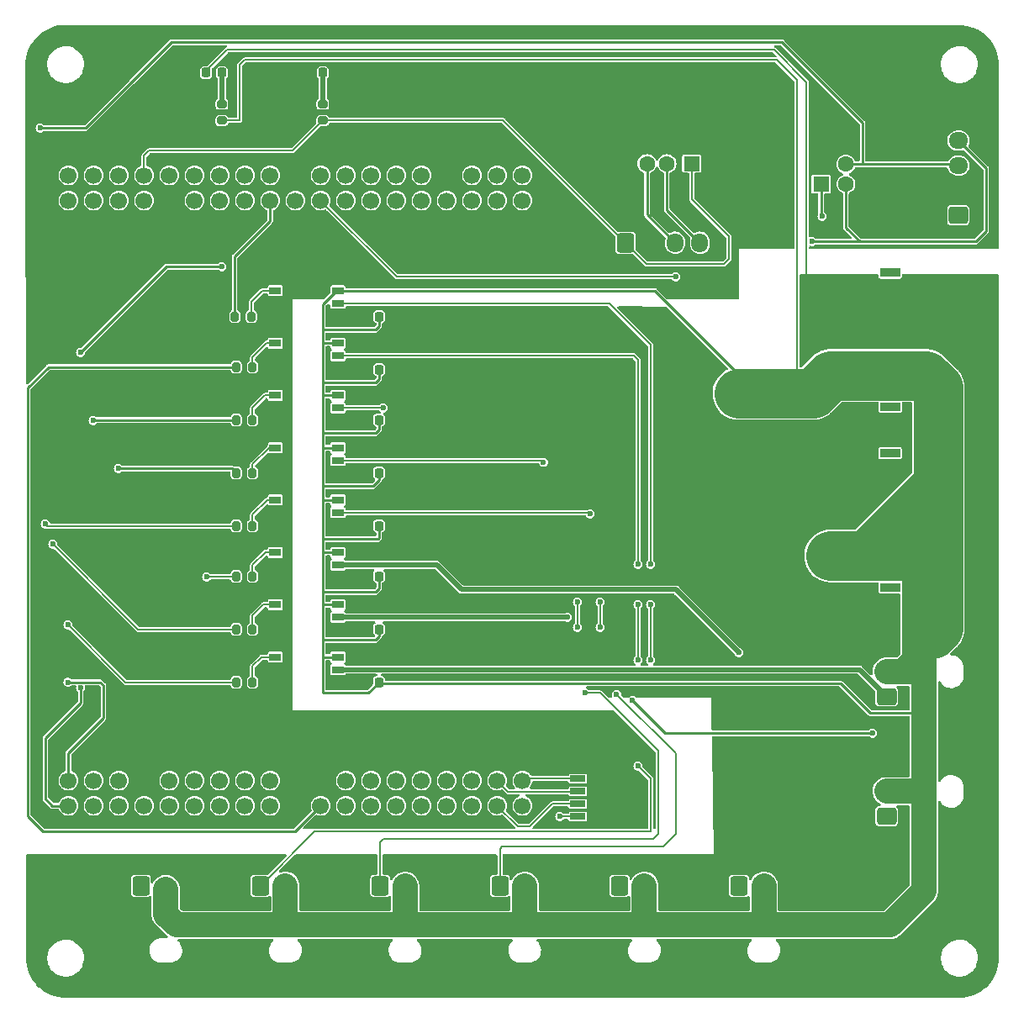
<source format=gtl>
%TF.GenerationSoftware,KiCad,Pcbnew,7.0.7*%
%TF.CreationDate,2024-04-15T18:53:03+09:00*%
%TF.ProjectId,ALTAIR_SERVO_MODULE_V3,414c5441-4952-45f5-9345-52564f5f4d4f,rev?*%
%TF.SameCoordinates,Original*%
%TF.FileFunction,Copper,L1,Top*%
%TF.FilePolarity,Positive*%
%FSLAX46Y46*%
G04 Gerber Fmt 4.6, Leading zero omitted, Abs format (unit mm)*
G04 Created by KiCad (PCBNEW 7.0.7) date 2024-04-15 18:53:03*
%MOMM*%
%LPD*%
G01*
G04 APERTURE LIST*
G04 Aperture macros list*
%AMRoundRect*
0 Rectangle with rounded corners*
0 $1 Rounding radius*
0 $2 $3 $4 $5 $6 $7 $8 $9 X,Y pos of 4 corners*
0 Add a 4 corners polygon primitive as box body*
4,1,4,$2,$3,$4,$5,$6,$7,$8,$9,$2,$3,0*
0 Add four circle primitives for the rounded corners*
1,1,$1+$1,$2,$3*
1,1,$1+$1,$4,$5*
1,1,$1+$1,$6,$7*
1,1,$1+$1,$8,$9*
0 Add four rect primitives between the rounded corners*
20,1,$1+$1,$2,$3,$4,$5,0*
20,1,$1+$1,$4,$5,$6,$7,0*
20,1,$1+$1,$6,$7,$8,$9,0*
20,1,$1+$1,$8,$9,$2,$3,0*%
G04 Aperture macros list end*
%TA.AperFunction,SMDPad,CuDef*%
%ADD10RoundRect,0.200000X0.200000X0.275000X-0.200000X0.275000X-0.200000X-0.275000X0.200000X-0.275000X0*%
%TD*%
%TA.AperFunction,SMDPad,CuDef*%
%ADD11RoundRect,0.218750X-0.218750X-0.256250X0.218750X-0.256250X0.218750X0.256250X-0.218750X0.256250X0*%
%TD*%
%TA.AperFunction,SMDPad,CuDef*%
%ADD12R,1.200000X0.800000*%
%TD*%
%TA.AperFunction,ComponentPad*%
%ADD13RoundRect,0.250000X0.725000X-0.600000X0.725000X0.600000X-0.725000X0.600000X-0.725000X-0.600000X0*%
%TD*%
%TA.AperFunction,ComponentPad*%
%ADD14O,1.950000X1.700000*%
%TD*%
%TA.AperFunction,SMDPad,CuDef*%
%ADD15RoundRect,0.225000X-0.225000X-0.250000X0.225000X-0.250000X0.225000X0.250000X-0.225000X0.250000X0*%
%TD*%
%TA.AperFunction,ComponentPad*%
%ADD16R,2.000000X0.900000*%
%TD*%
%TA.AperFunction,ComponentPad*%
%ADD17RoundRect,1.025000X-1.025000X1.025000X-1.025000X-1.025000X1.025000X-1.025000X1.025000X1.025000X0*%
%TD*%
%TA.AperFunction,ComponentPad*%
%ADD18C,4.100000*%
%TD*%
%TA.AperFunction,ComponentPad*%
%ADD19RoundRect,0.250000X-0.600000X-0.725000X0.600000X-0.725000X0.600000X0.725000X-0.600000X0.725000X0*%
%TD*%
%TA.AperFunction,ComponentPad*%
%ADD20O,1.700000X1.950000*%
%TD*%
%TA.AperFunction,SMDPad,CuDef*%
%ADD21RoundRect,0.200000X-0.275000X0.200000X-0.275000X-0.200000X0.275000X-0.200000X0.275000X0.200000X0*%
%TD*%
%TA.AperFunction,SMDPad,CuDef*%
%ADD22R,1.525000X0.650000*%
%TD*%
%TA.AperFunction,SMDPad,CuDef*%
%ADD23RoundRect,0.250000X-1.000000X1.750000X-1.000000X-1.750000X1.000000X-1.750000X1.000000X1.750000X0*%
%TD*%
%TA.AperFunction,ComponentPad*%
%ADD24R,1.600000X1.500000*%
%TD*%
%TA.AperFunction,ComponentPad*%
%ADD25C,1.600000*%
%TD*%
%TA.AperFunction,ComponentPad*%
%ADD26C,3.000000*%
%TD*%
%TA.AperFunction,ComponentPad*%
%ADD27R,1.600000X1.600000*%
%TD*%
%TA.AperFunction,ComponentPad*%
%ADD28C,4.000000*%
%TD*%
%TA.AperFunction,ComponentPad*%
%ADD29C,1.700000*%
%TD*%
%TA.AperFunction,ViaPad*%
%ADD30C,0.600000*%
%TD*%
%TA.AperFunction,Conductor*%
%ADD31C,0.200000*%
%TD*%
%TA.AperFunction,Conductor*%
%ADD32C,0.250000*%
%TD*%
%TA.AperFunction,Conductor*%
%ADD33C,5.000000*%
%TD*%
%TA.AperFunction,Conductor*%
%ADD34C,2.540000*%
%TD*%
%TA.AperFunction,Conductor*%
%ADD35C,1.800000*%
%TD*%
%TA.AperFunction,Conductor*%
%ADD36C,0.500000*%
%TD*%
G04 APERTURE END LIST*
D10*
%TO.P,R10,1*%
%TO.N,Net-(IC6-ANODE)*%
X128828000Y-101541870D03*
%TO.P,R10,2*%
%TO.N,C7*%
X127178000Y-101541870D03*
%TD*%
D11*
%TO.P,LED3,1,K*%
%TO.N,GND1*%
X124155000Y-50800000D03*
%TO.P,LED3,2,A*%
%TO.N,Net-(LED3-A)*%
X125730000Y-50800000D03*
%TD*%
D12*
%TO.P,IC1,1,ANODE*%
%TO.N,Net-(IC1-ANODE)*%
X131114000Y-72781740D03*
%TO.P,IC1,3,CATHODE*%
%TO.N,GND*%
X131114000Y-75321740D03*
%TO.P,IC1,4,GND*%
%TO.N,GND1*%
X137414000Y-75321740D03*
%TO.P,IC1,5,VO*%
%TO.N,s1*%
X137414000Y-74051740D03*
%TO.P,IC1,6,VCC*%
%TO.N,VCC*%
X137414000Y-72781740D03*
%TD*%
D13*
%TO.P,J7,1,Pin_1*%
%TO.N,s7*%
X192680000Y-125690000D03*
D14*
%TO.P,J7,2,Pin_2*%
%TO.N,VCC*%
X192680000Y-123190000D03*
%TO.P,J7,3,Pin_3*%
%TO.N,GND1*%
X192680000Y-120690000D03*
%TD*%
D15*
%TO.P,C15,1,1*%
%TO.N,GND1*%
X140004000Y-91127870D03*
%TO.P,C15,2,2*%
%TO.N,VCC*%
X141554000Y-91127870D03*
%TD*%
D16*
%TO.P,J9,*%
%TO.N,*%
X193040000Y-70955000D03*
X193040000Y-84455000D03*
D17*
%TO.P,J9,1,Pin_1*%
%TO.N,GND1*%
X187040000Y-74105000D03*
D18*
%TO.P,J9,2,Pin_2*%
%TO.N,VCC*%
X187040000Y-81305000D03*
%TD*%
D10*
%TO.P,R6,1*%
%TO.N,Net-(IC2-ANODE)*%
X128828000Y-80459870D03*
%TO.P,R6,2*%
%TO.N,B7*%
X127178000Y-80459870D03*
%TD*%
D19*
%TO.P,J5,1,Pin_1*%
%TO.N,s5*%
X165775000Y-132715000D03*
D20*
%TO.P,J5,2,Pin_2*%
%TO.N,VCC*%
X168275000Y-132715000D03*
%TO.P,J5,3,Pin_3*%
%TO.N,GND1*%
X170775000Y-132715000D03*
%TD*%
D10*
%TO.P,R12,1*%
%TO.N,Net-(IC8-ANODE)*%
X128828000Y-112209870D03*
%TO.P,R12,2*%
%TO.N,C9*%
X127178000Y-112209870D03*
%TD*%
D19*
%TO.P,J4,1,Pin_1*%
%TO.N,s4*%
X153725000Y-132715000D03*
D20*
%TO.P,J4,2,Pin_2*%
%TO.N,VCC*%
X156225000Y-132715000D03*
%TO.P,J4,3,Pin_3*%
%TO.N,GND1*%
X158725000Y-132715000D03*
%TD*%
D15*
%TO.P,C18,1,1*%
%TO.N,GND1*%
X140004000Y-106875870D03*
%TO.P,C18,2,2*%
%TO.N,VCC*%
X141554000Y-106875870D03*
%TD*%
D12*
%TO.P,IC8,1,ANODE*%
%TO.N,Net-(IC8-ANODE)*%
X131114000Y-109662710D03*
%TO.P,IC8,3,CATHODE*%
%TO.N,GND*%
X131114000Y-112202710D03*
%TO.P,IC8,4,GND*%
%TO.N,GND1*%
X137414000Y-112202710D03*
%TO.P,IC8,5,VO*%
%TO.N,s8*%
X137414000Y-110932710D03*
%TO.P,IC8,6,VCC*%
%TO.N,VCC*%
X137414000Y-109662710D03*
%TD*%
D10*
%TO.P,R9,1*%
%TO.N,Net-(IC5-ANODE)*%
X128828000Y-96461870D03*
%TO.P,R9,2*%
%TO.N,C6*%
X127178000Y-96461870D03*
%TD*%
%TO.P,R5,1*%
%TO.N,Net-(IC1-ANODE)*%
X128700000Y-75379870D03*
%TO.P,R5,2*%
%TO.N,B6*%
X127050000Y-75379870D03*
%TD*%
D19*
%TO.P,J3,1,Pin_1*%
%TO.N,s3*%
X141675000Y-132715000D03*
D20*
%TO.P,J3,2,Pin_2*%
%TO.N,VCC*%
X144175000Y-132715000D03*
%TO.P,J3,3,Pin_3*%
%TO.N,GND1*%
X146675000Y-132715000D03*
%TD*%
D21*
%TO.P,R1,1*%
%TO.N,Net-(LED1-A)*%
X135890000Y-53976000D03*
%TO.P,R1,2*%
%TO.N,+5V*%
X135890000Y-55626000D03*
%TD*%
D10*
%TO.P,R7,1*%
%TO.N,Net-(IC3-ANODE)*%
X128828000Y-85793870D03*
%TO.P,R7,2*%
%TO.N,B8*%
X127178000Y-85793870D03*
%TD*%
D15*
%TO.P,C13,1,1*%
%TO.N,GND1*%
X140030000Y-80713870D03*
%TO.P,C13,2,2*%
%TO.N,VCC*%
X141580000Y-80713870D03*
%TD*%
D12*
%TO.P,IC2,1,ANODE*%
%TO.N,Net-(IC2-ANODE)*%
X131114000Y-78050450D03*
%TO.P,IC2,3,CATHODE*%
%TO.N,GND*%
X131114000Y-80590450D03*
%TO.P,IC2,4,GND*%
%TO.N,GND1*%
X137414000Y-80590450D03*
%TO.P,IC2,5,VO*%
%TO.N,s2*%
X137414000Y-79320450D03*
%TO.P,IC2,6,VCC*%
%TO.N,VCC*%
X137414000Y-78050450D03*
%TD*%
D10*
%TO.P,R8,1*%
%TO.N,Net-(IC4-ANODE)*%
X128828000Y-91127870D03*
%TO.P,R8,2*%
%TO.N,B9*%
X127178000Y-91127870D03*
%TD*%
D21*
%TO.P,R3,1*%
%TO.N,Net-(LED3-A)*%
X125730000Y-53976000D03*
%TO.P,R3,2*%
%TO.N,VCC*%
X125730000Y-55626000D03*
%TD*%
D12*
%TO.P,IC3,1,ANODE*%
%TO.N,Net-(IC3-ANODE)*%
X131114000Y-83319160D03*
%TO.P,IC3,3,CATHODE*%
%TO.N,GND*%
X131114000Y-85859160D03*
%TO.P,IC3,4,GND*%
%TO.N,GND1*%
X137414000Y-85859160D03*
%TO.P,IC3,5,VO*%
%TO.N,s3*%
X137414000Y-84589160D03*
%TO.P,IC3,6,VCC*%
%TO.N,VCC*%
X137414000Y-83319160D03*
%TD*%
D15*
%TO.P,C16,1,1*%
%TO.N,GND1*%
X140004000Y-96461870D03*
%TO.P,C16,2,2*%
%TO.N,VCC*%
X141554000Y-96461870D03*
%TD*%
%TO.P,C17,1,1*%
%TO.N,GND1*%
X140004000Y-101541870D03*
%TO.P,C17,2,2*%
%TO.N,VCC*%
X141554000Y-101541870D03*
%TD*%
%TO.P,C19,1,1*%
%TO.N,GND1*%
X140004000Y-112209870D03*
%TO.P,C19,2,2*%
%TO.N,VCC*%
X141554000Y-112209870D03*
%TD*%
D19*
%TO.P,J1,1,Pin_1*%
%TO.N,s1*%
X117575000Y-132715000D03*
D20*
%TO.P,J1,2,Pin_2*%
%TO.N,VCC*%
X120075000Y-132715000D03*
%TO.P,J1,3,Pin_3*%
%TO.N,GND1*%
X122575000Y-132715000D03*
%TD*%
D15*
%TO.P,C12,1,1*%
%TO.N,GND1*%
X140030000Y-75379870D03*
%TO.P,C12,2,2*%
%TO.N,VCC*%
X141580000Y-75379870D03*
%TD*%
D22*
%TO.P,S2,1,1*%
%TO.N,Net-(U2-PC0(PB9))*%
X161581000Y-121920000D03*
%TO.P,S2,2,2*%
%TO.N,Net-(U2-PC1(PB9))*%
X161581000Y-123190000D03*
%TO.P,S2,3,3*%
%TO.N,Net-(U2-PC2)*%
X161581000Y-124460000D03*
%TO.P,S2,4,4*%
%TO.N,Net-(U2-PC3)*%
X161581000Y-125730000D03*
%TO.P,S2,5,5*%
%TO.N,GND*%
X167005000Y-125730000D03*
%TO.P,S2,6,6*%
X167005000Y-124460000D03*
%TO.P,S2,7,7*%
X167005000Y-123190000D03*
%TO.P,S2,8,8*%
X167005000Y-121920000D03*
%TD*%
D23*
%TO.P,C9,1*%
%TO.N,VCC*%
X177800000Y-83122000D03*
%TO.P,C9,2*%
%TO.N,GND1*%
X177800000Y-91122000D03*
%TD*%
D15*
%TO.P,C14,1,1*%
%TO.N,GND1*%
X140004000Y-85793870D03*
%TO.P,C14,2,2*%
%TO.N,VCC*%
X141554000Y-85793870D03*
%TD*%
D19*
%TO.P,J6,1,Pin_1*%
%TO.N,s6*%
X177815000Y-132715000D03*
D20*
%TO.P,J6,2,Pin_2*%
%TO.N,VCC*%
X180315000Y-132715000D03*
%TO.P,J6,3,Pin_3*%
%TO.N,GND1*%
X182815000Y-132715000D03*
%TD*%
D24*
%TO.P,J11,1,VBUS*%
%TO.N,+5V*%
X173045000Y-59970000D03*
D25*
%TO.P,J11,2,D-*%
%TO.N,A10*%
X170545000Y-59970000D03*
%TO.P,J11,3,D+*%
%TO.N,A9*%
X168545000Y-59970000D03*
%TO.P,J11,4,GND*%
%TO.N,GND*%
X166045000Y-59970000D03*
D26*
%TO.P,J11,5,Shield*%
X176115000Y-57260000D03*
X162975000Y-57260000D03*
%TD*%
D12*
%TO.P,IC5,1,ANODE*%
%TO.N,Net-(IC5-ANODE)*%
X131114000Y-93856580D03*
%TO.P,IC5,3,CATHODE*%
%TO.N,GND*%
X131114000Y-96396580D03*
%TO.P,IC5,4,GND*%
%TO.N,GND1*%
X137414000Y-96396580D03*
%TO.P,IC5,5,VO*%
%TO.N,s5*%
X137414000Y-95126580D03*
%TO.P,IC5,6,VCC*%
%TO.N,VCC*%
X137414000Y-93856580D03*
%TD*%
D27*
%TO.P,J12,1,VBUS*%
%TO.N,+5V*%
X186075000Y-62032500D03*
D25*
%TO.P,J12,2,D-*%
%TO.N,C10*%
X188575000Y-62032500D03*
%TO.P,J12,3,D+*%
%TO.N,C11*%
X188575000Y-60032500D03*
%TO.P,J12,4,GND*%
%TO.N,GND*%
X186075000Y-60032500D03*
D28*
%TO.P,J12,5,Shield*%
X181325000Y-57172500D03*
X193325000Y-57172500D03*
%TD*%
D12*
%TO.P,IC6,1,ANODE*%
%TO.N,Net-(IC6-ANODE)*%
X131114000Y-99125290D03*
%TO.P,IC6,3,CATHODE*%
%TO.N,GND*%
X131114000Y-101665290D03*
%TO.P,IC6,4,GND*%
%TO.N,GND1*%
X137414000Y-101665290D03*
%TO.P,IC6,5,VO*%
%TO.N,s6*%
X137414000Y-100395290D03*
%TO.P,IC6,6,VCC*%
%TO.N,VCC*%
X137414000Y-99125290D03*
%TD*%
D19*
%TO.P,J2,1,Pin_1*%
%TO.N,s2*%
X129625000Y-132715000D03*
D20*
%TO.P,J2,2,Pin_2*%
%TO.N,VCC*%
X132125000Y-132715000D03*
%TO.P,J2,3,Pin_3*%
%TO.N,GND1*%
X134625000Y-132715000D03*
%TD*%
D12*
%TO.P,IC4,1,ANODE*%
%TO.N,Net-(IC4-ANODE)*%
X131114000Y-88587870D03*
%TO.P,IC4,3,CATHODE*%
%TO.N,GND*%
X131114000Y-91127870D03*
%TO.P,IC4,4,GND*%
%TO.N,GND1*%
X137414000Y-91127870D03*
%TO.P,IC4,5,VO*%
%TO.N,s4*%
X137414000Y-89857870D03*
%TO.P,IC4,6,VCC*%
%TO.N,VCC*%
X137414000Y-88587870D03*
%TD*%
D19*
%TO.P,J13,1,Pin_1*%
%TO.N,+5V*%
X166370000Y-67945000D03*
D20*
%TO.P,J13,2,Pin_2*%
%TO.N,GND*%
X168870000Y-67945000D03*
%TO.P,J13,3,Pin_3*%
%TO.N,A9*%
X171370000Y-67945000D03*
%TO.P,J13,4,Pin_4*%
%TO.N,A10*%
X173870000Y-67945000D03*
%TD*%
D13*
%TO.P,J8,1,Pin_1*%
%TO.N,s8*%
X192680000Y-113640000D03*
D14*
%TO.P,J8,2,Pin_2*%
%TO.N,VCC*%
X192680000Y-111140000D03*
%TO.P,J8,3,Pin_3*%
%TO.N,GND1*%
X192680000Y-108640000D03*
%TD*%
D11*
%TO.P,LED1,1,K*%
%TO.N,GND*%
X134315000Y-50800000D03*
%TO.P,LED1,2,A*%
%TO.N,Net-(LED1-A)*%
X135890000Y-50800000D03*
%TD*%
D12*
%TO.P,IC7,1,ANODE*%
%TO.N,Net-(IC7-ANODE)*%
X131114000Y-104394000D03*
%TO.P,IC7,3,CATHODE*%
%TO.N,GND*%
X131114000Y-106934000D03*
%TO.P,IC7,4,GND*%
%TO.N,GND1*%
X137414000Y-106934000D03*
%TO.P,IC7,5,VO*%
%TO.N,s7*%
X137414000Y-105664000D03*
%TO.P,IC7,6,VCC*%
%TO.N,VCC*%
X137414000Y-104394000D03*
%TD*%
D29*
%TO.P,U2,1,RESET*%
%TO.N,unconnected-(U2-RESET-Pad1)*%
X125520786Y-122104214D03*
%TO.P,U2,2,BOOT0*%
%TO.N,unconnected-(U2-BOOT0-Pad2)*%
X117900786Y-124644214D03*
%TO.P,U2,3,IOREF*%
%TO.N,unconnected-(U2-IOREF-Pad3)*%
X122980786Y-122104214D03*
%TO.P,U2,4,AVDD*%
%TO.N,unconnected-(U2-AVDD-Pad4)*%
X117900786Y-63684214D03*
%TO.P,U2,5,VDD*%
%TO.N,unconnected-(U2-VDD-Pad5)*%
X115360786Y-124644214D03*
%TO.P,U2,6,VBAT*%
%TO.N,unconnected-(U2-VBAT-Pad6)*%
X150920786Y-124644214D03*
%TO.P,U2,7,VIN*%
%TO.N,unconnected-(U2-VIN-Pad7)*%
X138220786Y-122104214D03*
%TO.P,U2,8,U5V*%
%TO.N,+5V*%
X117900786Y-61144214D03*
%TO.P,U2,9,E5V*%
X115360786Y-122104214D03*
%TO.P,U2,10,+5V*%
X130600786Y-122104214D03*
%TO.P,U2,11,+3V3*%
%TO.N,+3.3V*%
X128060786Y-122104214D03*
%TO.P,U2,12,PA0(TIM2_CH1/TIM5_CH1/UART4_TX)*%
%TO.N,unconnected-(U2-PA0(TIM2_CH1{slash}TIM5_CH1{slash}UART4_TX)-Pad12)*%
X143300786Y-122104214D03*
%TO.P,U2,13,PA1(TIM2_CH2/TIM5CH2/UART4_RX)*%
%TO.N,unconnected-(U2-PA1(TIM2_CH2{slash}TIM5CH2{slash}UART4_RX)-Pad13)*%
X145840786Y-122104214D03*
%TO.P,U2,14,PA2(TIM2_CH3/TIM5_CH3/TIM9_CH1/USART2_TX)*%
%TO.N,unconnected-(U2-PA2(TIM2_CH3{slash}TIM5_CH3{slash}TIM9_CH1{slash}USART2_TX)-Pad14)*%
X153460786Y-63684214D03*
%TO.P,U2,15,PA3(TIM2_CH4/TIM5_CH4/TIM9_CH2/USART2_RX)*%
%TO.N,unconnected-(U2-PA3(TIM2_CH4{slash}TIM5_CH4{slash}TIM9_CH2{slash}USART2_RX)-Pad15)*%
X156000786Y-63684214D03*
%TO.P,U2,16,PA4*%
%TO.N,unconnected-(U2-PA4-Pad16)*%
X148380786Y-122104214D03*
%TO.P,U2,17,PA5(TIM2_CH1)*%
%TO.N,unconnected-(U2-PA5(TIM2_CH1)-Pad17)*%
X122980786Y-63684214D03*
%TO.P,U2,18,PA6(TIM3_CH1/TIM13_CH1)*%
%TO.N,unconnected-(U2-PA6(TIM3_CH1{slash}TIM13_CH1)-Pad18)*%
X125520786Y-63684214D03*
%TO.P,U2,19,PA7(TIM3_CH2/TIM14_CH1)*%
%TO.N,unconnected-(U2-PA7(TIM3_CH2{slash}TIM14_CH1)-Pad19)*%
X128060786Y-63684214D03*
%TO.P,U2,20,PA8(TIM1_CH1/12C3_SCL)*%
%TO.N,unconnected-(U2-PA8(TIM1_CH1{slash}12C3_SCL)-Pad20)*%
X138220786Y-63684214D03*
%TO.P,U2,21,PA9(TIM1_CH2/USART1_TX)*%
%TO.N,A9*%
X135680786Y-63684214D03*
%TO.P,U2,22,PA10(TIM1_CH3/USART1_RX)*%
%TO.N,A10*%
X150920786Y-63684214D03*
%TO.P,U2,23,PA11(TIM1_CH4/CAN1_RX)*%
%TO.N,unconnected-(U2-PA11(TIM1_CH4{slash}CAN1_RX)-Pad23)*%
X125520786Y-61144214D03*
%TO.P,U2,24,PA12(CAN1_TX)*%
%TO.N,unconnected-(U2-PA12(CAN1_TX)-Pad24)*%
X122980786Y-61144214D03*
%TO.P,U2,25,PA13(JTCK-SWDIO)*%
%TO.N,unconnected-(U2-PA13(JTCK-SWDIO)-Pad25)*%
X125520786Y-124644214D03*
%TO.P,U2,26,PA14(JTCK-SWCLK)*%
%TO.N,unconnected-(U2-PA14(JTCK-SWCLK)-Pad26)*%
X128060786Y-124644214D03*
%TO.P,U2,27,PA15(TIM2_CH1)*%
%TO.N,unconnected-(U2-PA15(TIM2_CH1)-Pad27)*%
X130600786Y-124644214D03*
%TO.P,U2,28,PD2(UART5_RX)*%
%TO.N,unconnected-(U2-PD2(UART5_RX)-Pad28)*%
X112820786Y-122104214D03*
%TO.P,U2,29,PH0*%
%TO.N,unconnected-(U2-PH0-Pad29)*%
X145840786Y-124644214D03*
%TO.P,U2,30,PH1*%
%TO.N,unconnected-(U2-PH1-Pad30)*%
X148380786Y-124644214D03*
%TO.P,U2,31,(TIM3_CH3)PB0*%
%TO.N,unconnected-(U2-(TIM3_CH3)PB0-Pad31)*%
X150920786Y-122104214D03*
%TO.P,U2,32,(TIM3_CH4)PB1*%
%TO.N,unconnected-(U2-(TIM3_CH4)PB1-Pad32)*%
X138220786Y-61144214D03*
%TO.P,U2,33,(TIM2_CH4)PB2*%
%TO.N,unconnected-(U2-(TIM2_CH4)PB2-Pad33)*%
X135680786Y-61144214D03*
%TO.P,U2,34,(TIM3_CH1/12C2_SDA)PB3*%
%TO.N,unconnected-(U2-(TIM3_CH1{slash}12C2_SDA)PB3-Pad34)*%
X148380786Y-63684214D03*
%TO.P,U2,35,(TIM3_CH1/12C3_SDA)PB4*%
%TO.N,unconnected-(U2-(TIM3_CH1{slash}12C3_SDA)PB4-Pad35)*%
X143300786Y-63684214D03*
%TO.P,U2,36,(TIM3_CH2/CAN2_RX)PB5*%
%TO.N,unconnected-(U2-(TIM3_CH2{slash}CAN2_RX)PB5-Pad36)*%
X145840786Y-63684214D03*
%TO.P,U2,37,(TIM4_CH1/12C1_SCL/USART1_TX/CAN2_TX)PB6*%
%TO.N,B6*%
X130600786Y-63684214D03*
%TO.P,U2,38,(TIM4_CH2/12C1_SDA/USART1_RX)PB7*%
%TO.N,B7*%
X135680786Y-124644214D03*
%TO.P,U2,39,(TIM2_CH1/TIM4_CH3/TIM10_CH1/12C1_SCL/CAN1_RX)PB8*%
%TO.N,B8*%
X112820786Y-63684214D03*
%TO.P,U2,40,(TIM2_CH2/TIM4_CH4/TIM11_CH1/12C1_SDA/CAN1_TX)PB9*%
%TO.N,B9*%
X115360786Y-63684214D03*
%TO.P,U2,41,(TIM_2CH3/12C2_SCL/USART3_RX)PB10*%
%TO.N,unconnected-(U2-(TIM_2CH3{slash}12C2_SCL{slash}USART3_RX)PB10-Pad41)*%
X140760786Y-63684214D03*
%TO.P,U2,42,(CAN2_RX)PB12*%
%TO.N,unconnected-(U2-(CAN2_RX)PB12-Pad42)*%
X128060786Y-61144214D03*
%TO.P,U2,43,(CAN2_TX)PB13*%
%TO.N,unconnected-(U2-(CAN2_TX)PB13-Pad43)*%
X145840786Y-61144214D03*
%TO.P,U2,44,(TIM12_CH1)PB14*%
%TO.N,unconnected-(U2-(TIM12_CH1)PB14-Pad44)*%
X143300786Y-61144214D03*
%TO.P,U2,45,(TIM12_CH2)PB15*%
%TO.N,unconnected-(U2-(TIM12_CH2)PB15-Pad45)*%
X140760786Y-61144214D03*
%TO.P,U2,46,PC0(PB9)*%
%TO.N,Net-(U2-PC0(PB9))*%
X156000786Y-122104214D03*
%TO.P,U2,47,PC1(PB9)*%
%TO.N,Net-(U2-PC1(PB9))*%
X153460786Y-122104214D03*
%TO.P,U2,48,PC2*%
%TO.N,Net-(U2-PC2)*%
X153460786Y-124644214D03*
%TO.P,U2,49,PC3*%
%TO.N,Net-(U2-PC3)*%
X156000786Y-124644214D03*
%TO.P,U2,50,PC4*%
%TO.N,unconnected-(U2-PC4-Pad50)*%
X150920786Y-61144214D03*
%TO.P,U2,51,(USART3_RX)PC5*%
%TO.N,unconnected-(U2-(USART3_RX)PC5-Pad51)*%
X115360786Y-61144214D03*
%TO.P,U2,52,(TIM3_CH1/TIM8_CH1/USART6_TX)PC6*%
%TO.N,C6*%
X112820786Y-61144214D03*
%TO.P,U2,53,(TIM3_CH2/TIM8_CH2/USART6_RX)PC7*%
%TO.N,C7*%
X133140786Y-63684214D03*
%TO.P,U2,54,(TIM3_CH3/TIM8_CH3)PC8*%
%TO.N,C8*%
X110280786Y-61144214D03*
%TO.P,U2,55,(TIM3_CH4/TIM8_CH4/12C3_SDA)PC9*%
%TO.N,C9*%
X110280786Y-63684214D03*
%TO.P,U2,56,(USART3_TX/UART4_TX)PC10*%
%TO.N,C10*%
X110280786Y-124644214D03*
%TO.P,U2,57,(USART3_RX/UART4_RX)PC11*%
%TO.N,C11*%
X110280786Y-122104214D03*
%TO.P,U2,58,(12C2_SDA/UART5_TX)PC12*%
%TO.N,unconnected-(U2-(12C2_SDA{slash}UART5_TX)PC12-Pad58)*%
X112820786Y-124644214D03*
%TO.P,U2,59,PC13*%
%TO.N,unconnected-(U2-PC13-Pad59)*%
X138220786Y-124644214D03*
%TO.P,U2,60,PC14*%
%TO.N,unconnected-(U2-PC14-Pad60)*%
X140760786Y-124644214D03*
%TO.P,U2,61,PC15*%
%TO.N,unconnected-(U2-PC15-Pad61)*%
X143300786Y-124644214D03*
%TO.P,U2,62,GND*%
%TO.N,GND*%
X133140786Y-124644214D03*
X117900786Y-122104214D03*
X133140786Y-122104214D03*
X135680786Y-122104214D03*
X120440786Y-63684214D03*
X133140786Y-61144214D03*
X148380786Y-61144214D03*
%TO.P,U2,63*%
%TO.N,N/C*%
X122980786Y-124644214D03*
%TO.P,U2,64*%
X120440786Y-122104214D03*
%TO.P,U2,65*%
X120440786Y-124644214D03*
%TO.P,U2,66*%
X140760786Y-122104214D03*
%TO.P,U2,67*%
X120440786Y-61144214D03*
%TO.P,U2,68*%
X130600786Y-61144214D03*
%TO.P,U2,69*%
X153460786Y-61144214D03*
%TO.P,U2,70*%
X156000786Y-61144214D03*
%TD*%
D10*
%TO.P,R11,1*%
%TO.N,Net-(IC7-ANODE)*%
X128828000Y-106875870D03*
%TO.P,R11,2*%
%TO.N,C8*%
X127178000Y-106875870D03*
%TD*%
D13*
%TO.P,J14,1,Pin_1*%
%TO.N,+5V*%
X199898000Y-65158000D03*
D14*
%TO.P,J14,2,Pin_2*%
%TO.N,GND*%
X199898000Y-62658000D03*
%TO.P,J14,3,Pin_3*%
%TO.N,C11*%
X199898000Y-60158000D03*
%TO.P,J14,4,Pin_4*%
%TO.N,C10*%
X199898000Y-57658000D03*
%TD*%
D16*
%TO.P,J15,*%
%TO.N,*%
X193040000Y-89135000D03*
X193040000Y-102635000D03*
D17*
%TO.P,J15,1,Pin_1*%
%TO.N,GND1*%
X187040000Y-92285000D03*
D18*
%TO.P,J15,2,Pin_2*%
%TO.N,VCC*%
X187040000Y-99485000D03*
%TD*%
D30*
%TO.N,GND*%
X157480000Y-116840000D03*
X119380000Y-99060000D03*
X119380000Y-76200000D03*
X114300000Y-71120000D03*
X137160000Y-68580000D03*
X116840000Y-116840000D03*
X111760000Y-73660000D03*
X124460000Y-109220000D03*
X165100000Y-119380000D03*
X144780000Y-66040000D03*
X121920000Y-73660000D03*
X137160000Y-116840000D03*
X124460000Y-66040000D03*
X160020000Y-119380000D03*
X114300000Y-93980000D03*
X142240000Y-68580000D03*
X111760000Y-68580000D03*
X119380000Y-93980000D03*
X114300000Y-99060000D03*
X134620000Y-119380000D03*
X124460000Y-119380000D03*
X121920000Y-78740000D03*
X121920000Y-91440000D03*
X116840000Y-68580000D03*
X121920000Y-101600000D03*
X127000000Y-78740000D03*
X116840000Y-101600000D03*
X139700000Y-66040000D03*
X142240000Y-116840000D03*
X144780000Y-119380000D03*
X114300000Y-83820000D03*
X147320000Y-68580000D03*
X124460000Y-114300000D03*
X119380000Y-104140000D03*
X114300000Y-66040000D03*
X129540000Y-114300000D03*
X129540000Y-119380000D03*
X152400000Y-68580000D03*
X114300000Y-88900000D03*
X116840000Y-91440000D03*
X119380000Y-88900000D03*
X119380000Y-114300000D03*
X132080000Y-116840000D03*
X116840000Y-78740000D03*
X149860000Y-119380000D03*
X121920000Y-68580000D03*
X119380000Y-109220000D03*
X139700000Y-119380000D03*
X114300000Y-109220000D03*
X147320000Y-116840000D03*
X119380000Y-83820000D03*
X152400000Y-116840000D03*
X154940000Y-119380000D03*
X134620000Y-66040000D03*
X162560000Y-116840000D03*
X127000000Y-116840000D03*
X119380000Y-66040000D03*
X149860000Y-66040000D03*
X121920000Y-116840000D03*
%TO.N,GND1*%
X180340000Y-142240000D03*
X198120000Y-76200000D03*
X149860000Y-96520000D03*
X154940000Y-142240000D03*
X106680000Y-134620000D03*
X200660000Y-132080000D03*
X144780000Y-91440000D03*
X152400000Y-104140000D03*
X147320000Y-78740000D03*
X182880000Y-104140000D03*
X147320000Y-104140000D03*
X154940000Y-111760000D03*
X144780000Y-101600000D03*
X203200000Y-83820000D03*
X190500000Y-142240000D03*
X180340000Y-121920000D03*
X203200000Y-104140000D03*
X144780000Y-86360000D03*
X203200000Y-114300000D03*
X182880000Y-129540000D03*
X180340000Y-101600000D03*
X165100000Y-142240000D03*
X154940000Y-76200000D03*
X157480000Y-104140000D03*
X172720000Y-93980000D03*
X203200000Y-129540000D03*
X147320000Y-109220000D03*
X195580000Y-76200000D03*
X144780000Y-111760000D03*
X154940000Y-106680000D03*
X187960000Y-129540000D03*
X190500000Y-127000000D03*
X187960000Y-119380000D03*
X114300000Y-132080000D03*
X119380000Y-142240000D03*
X177800000Y-99060000D03*
X187960000Y-124460000D03*
X195580000Y-137160000D03*
X139700000Y-142240000D03*
X144780000Y-81280000D03*
X157480000Y-99060000D03*
X147320000Y-93980000D03*
X152400000Y-93980000D03*
X182880000Y-99060000D03*
X138684000Y-106934000D03*
X138684000Y-75438000D03*
X203200000Y-124460000D03*
X116840000Y-139700000D03*
X180340000Y-106680000D03*
X198120000Y-73660000D03*
X149860000Y-81280000D03*
X147320000Y-88900000D03*
X182880000Y-93980000D03*
X147320000Y-99060000D03*
X193040000Y-73660000D03*
X154940000Y-101600000D03*
X177800000Y-93980000D03*
X157480000Y-109220000D03*
X157480000Y-78740000D03*
X185420000Y-106680000D03*
X180340000Y-96520000D03*
X134620000Y-142240000D03*
X177800000Y-104140000D03*
X147320000Y-83820000D03*
X124460000Y-142240000D03*
X182880000Y-139700000D03*
X127000000Y-139700000D03*
X172720000Y-139700000D03*
X182880000Y-119380000D03*
X185420000Y-121920000D03*
X198120000Y-134620000D03*
X154940000Y-86360000D03*
X170180000Y-142240000D03*
X157480000Y-88900000D03*
X142240000Y-139700000D03*
X149860000Y-91440000D03*
X152400000Y-83820000D03*
X149860000Y-76200000D03*
X203200000Y-119380000D03*
X157480000Y-93980000D03*
X200660000Y-127000000D03*
X138684000Y-80518000D03*
X175260000Y-96520000D03*
X185420000Y-96520000D03*
X193040000Y-129540000D03*
X182880000Y-124460000D03*
X185420000Y-111760000D03*
X138684000Y-90932000D03*
X193040000Y-76200000D03*
X109220000Y-137160000D03*
X138684000Y-112268000D03*
X154940000Y-96520000D03*
X160020000Y-142240000D03*
X144780000Y-142240000D03*
X182880000Y-109220000D03*
X203200000Y-99060000D03*
X187960000Y-139700000D03*
X203200000Y-134620000D03*
X138684000Y-101600000D03*
X114300000Y-137160000D03*
X203200000Y-73660000D03*
X175260000Y-142240000D03*
X172720000Y-99060000D03*
X162560000Y-139700000D03*
X172720000Y-109220000D03*
X149860000Y-111760000D03*
X177800000Y-139700000D03*
X154940000Y-81280000D03*
X175260000Y-101600000D03*
X152400000Y-99060000D03*
X190500000Y-106680000D03*
X203200000Y-93980000D03*
X137160000Y-139700000D03*
X152400000Y-109220000D03*
X195580000Y-73660000D03*
X138684000Y-85852000D03*
X149860000Y-106680000D03*
X190500000Y-76200000D03*
X152400000Y-78740000D03*
X149860000Y-101600000D03*
X152400000Y-88900000D03*
X185420000Y-142240000D03*
X129540000Y-142240000D03*
X187960000Y-109220000D03*
X180340000Y-111760000D03*
X203200000Y-109220000D03*
X147320000Y-139700000D03*
X109220000Y-132080000D03*
X190500000Y-132080000D03*
X144780000Y-106680000D03*
X187960000Y-114300000D03*
X185420000Y-127000000D03*
X152400000Y-139700000D03*
X193040000Y-139700000D03*
X114300000Y-142240000D03*
X111760000Y-134620000D03*
X154940000Y-91440000D03*
X190500000Y-73660000D03*
X200660000Y-121920000D03*
X138684000Y-96520000D03*
X180340000Y-127000000D03*
X203200000Y-88900000D03*
X149860000Y-86360000D03*
X144780000Y-76200000D03*
X203200000Y-78740000D03*
X182880000Y-114300000D03*
X157480000Y-83820000D03*
X190500000Y-121920000D03*
X175260000Y-111760000D03*
X149860000Y-142240000D03*
X144780000Y-96520000D03*
%TO.N,s1*%
X168910000Y-109982000D03*
X168910000Y-104394000D03*
X168910000Y-100330000D03*
%TO.N,s2*%
X167640000Y-120650000D03*
X167640000Y-100330000D03*
X167640000Y-109982000D03*
X167640000Y-104394000D03*
%TO.N,s3*%
X141986000Y-84582000D03*
X162306000Y-113284000D03*
%TO.N,s4*%
X161544000Y-104140000D03*
X161544000Y-106680000D03*
X158115000Y-90043000D03*
X165481000Y-113411000D03*
%TO.N,s5*%
X163830000Y-104140000D03*
X163830000Y-106680000D03*
X162814000Y-95250000D03*
%TO.N,s6*%
X177800000Y-109220000D03*
%TO.N,s7*%
X160528000Y-105664000D03*
%TO.N,B8*%
X112776000Y-85852000D03*
%TO.N,B9*%
X115316000Y-90678000D03*
%TO.N,C6*%
X107950000Y-96266000D03*
%TO.N,C7*%
X124206000Y-101600000D03*
%TO.N,C8*%
X108712000Y-98298000D03*
%TO.N,C9*%
X110236000Y-106426000D03*
%TO.N,C10*%
X185166000Y-67818000D03*
X111506000Y-112776000D03*
X125730000Y-70358000D03*
X111506000Y-78994000D03*
%TO.N,C11*%
X110236000Y-112198600D03*
X107442000Y-56388000D03*
%TO.N,+5V*%
X167088100Y-114046000D03*
X191262000Y-117348000D03*
X186182000Y-65278000D03*
%TO.N,A9*%
X171450000Y-71374000D03*
%TO.N,Net-(U2-PC3)*%
X159766000Y-125730000D03*
%TD*%
D31*
%TO.N,Net-(IC7-ANODE)*%
X128828000Y-105487000D02*
X129921000Y-104394000D01*
X129921000Y-104394000D02*
X131114000Y-104394000D01*
X128828000Y-106875870D02*
X128828000Y-105487000D01*
%TO.N,Net-(IC8-ANODE)*%
X129732290Y-109662710D02*
X131114000Y-109662710D01*
X128828000Y-110567000D02*
X129732290Y-109662710D01*
X128828000Y-112209870D02*
X128828000Y-110567000D01*
%TO.N,Net-(IC6-ANODE)*%
X130109710Y-99125290D02*
X131114000Y-99125290D01*
X128828000Y-100407000D02*
X130109710Y-99125290D01*
X128828000Y-101541870D02*
X128828000Y-100407000D01*
%TO.N,Net-(IC5-ANODE)*%
X128828000Y-95327000D02*
X130298420Y-93856580D01*
X130298420Y-93856580D02*
X131114000Y-93856580D01*
X128828000Y-96461870D02*
X128828000Y-95327000D01*
%TO.N,Net-(IC4-ANODE)*%
X130487130Y-88587870D02*
X131114000Y-88587870D01*
X128828000Y-90247000D02*
X130487130Y-88587870D01*
X128828000Y-91127870D02*
X128828000Y-90247000D01*
%TO.N,Net-(IC3-ANODE)*%
X128828000Y-84532000D02*
X130040840Y-83319160D01*
X128828000Y-85793870D02*
X128828000Y-84532000D01*
X130040840Y-83319160D02*
X131114000Y-83319160D01*
%TO.N,Net-(IC2-ANODE)*%
X130229550Y-78050450D02*
X131114000Y-78050450D01*
X128828000Y-80459870D02*
X128828000Y-79452000D01*
X128828000Y-79452000D02*
X130229550Y-78050450D01*
%TO.N,Net-(IC1-ANODE)*%
X129783260Y-72781740D02*
X131114000Y-72781740D01*
X128700000Y-73865000D02*
X129783260Y-72781740D01*
X128700000Y-75379870D02*
X128700000Y-73865000D01*
D32*
%TO.N,VCC*%
X135890000Y-92456000D02*
X135890000Y-93980000D01*
D33*
X197866000Y-86614000D02*
X197866000Y-106750699D01*
X185223000Y-83122000D02*
X182372000Y-83122000D01*
D32*
X135955290Y-109662710D02*
X135890000Y-109728000D01*
X135890000Y-93856580D02*
X135890000Y-93980000D01*
D34*
X168275000Y-132715000D02*
X168275000Y-136271000D01*
D32*
X135890000Y-82042000D02*
X135890000Y-83312000D01*
D33*
X197866000Y-98044000D02*
X196425000Y-99485000D01*
X196644800Y-81305000D02*
X197866000Y-82526200D01*
D32*
X141478000Y-97790000D02*
X135890000Y-97790000D01*
D33*
X197866000Y-106750699D02*
X197266349Y-107350350D01*
D34*
X168275000Y-136271000D02*
X168656000Y-136652000D01*
X195462400Y-105546401D02*
X195462400Y-109987600D01*
D33*
X194564000Y-99485000D02*
X191262000Y-99485000D01*
D34*
X180315000Y-136423000D02*
X180086000Y-136652000D01*
D32*
X137414000Y-72781740D02*
X137214000Y-72781740D01*
X135890000Y-103124000D02*
X135890000Y-104394000D01*
X141580000Y-75379870D02*
X141580000Y-76352000D01*
D34*
X196425000Y-106934000D02*
X196425000Y-107696000D01*
X132125000Y-132715000D02*
X132125000Y-136099000D01*
D32*
X141554000Y-97714000D02*
X141478000Y-97790000D01*
X141554000Y-112209870D02*
X141681530Y-112337400D01*
D34*
X195462400Y-105546401D02*
X197266349Y-107350350D01*
X196425000Y-110998000D02*
X196425000Y-115316000D01*
D32*
X141554000Y-101541870D02*
X141554000Y-102794000D01*
D34*
X196283000Y-111140000D02*
X196425000Y-110998000D01*
D32*
X135890000Y-93980000D02*
X135890000Y-97790000D01*
X169301740Y-72781740D02*
X177800000Y-81280000D01*
D34*
X196425000Y-107696000D02*
X197612000Y-107696000D01*
D32*
X141224000Y-107950000D02*
X135890000Y-107950000D01*
D33*
X185223000Y-83122000D02*
X187040000Y-81305000D01*
D32*
X191008000Y-115316000D02*
X196425000Y-115316000D01*
D34*
X196425000Y-106934000D02*
X196425000Y-101346000D01*
D33*
X191262000Y-99485000D02*
X187040000Y-99485000D01*
D34*
X196425000Y-133267000D02*
X193040000Y-136652000D01*
X120075000Y-135569000D02*
X120075000Y-133030400D01*
X196425000Y-101725200D02*
X196425000Y-106934000D01*
X156225000Y-136637000D02*
X156210000Y-136652000D01*
D32*
X140970000Y-92456000D02*
X135890000Y-92456000D01*
X188029400Y-112337400D02*
X191008000Y-115316000D01*
X141554000Y-85793870D02*
X141554000Y-86792000D01*
X137414000Y-104394000D02*
X135890000Y-104394000D01*
X135890000Y-104394000D02*
X135890000Y-107950000D01*
X141224000Y-76708000D02*
X135890000Y-76708000D01*
D33*
X197866000Y-92202000D02*
X197866000Y-98044000D01*
X197866000Y-82526200D02*
X197866000Y-86614000D01*
D32*
X141554000Y-106875870D02*
X141554000Y-107620000D01*
D34*
X194184800Y-99485000D02*
X196425000Y-101725200D01*
D35*
X120075000Y-133030400D02*
X120075000Y-132715000D01*
D34*
X195462400Y-100383400D02*
X195462400Y-105546401D01*
X131572000Y-136652000D02*
X121158000Y-136652000D01*
D33*
X182372000Y-83122000D02*
X177800000Y-83122000D01*
X191262000Y-99485000D02*
X191262000Y-98806000D01*
D31*
X181610000Y-49530000D02*
X183642000Y-51562000D01*
D32*
X137414000Y-78050450D02*
X135962450Y-78050450D01*
X135890000Y-83312000D02*
X135890000Y-87122000D01*
X141554000Y-86792000D02*
X141224000Y-87122000D01*
X141681530Y-112337400D02*
X188029400Y-112337400D01*
D34*
X195462400Y-109987600D02*
X194310000Y-111140000D01*
D32*
X135890000Y-107950000D02*
X135890000Y-109474000D01*
D34*
X198628000Y-106680000D02*
X198628000Y-98806000D01*
X196425000Y-107696000D02*
X196425000Y-109040331D01*
D33*
X196425000Y-99485000D02*
X194564000Y-99485000D01*
D32*
X135890000Y-77978000D02*
X135890000Y-82042000D01*
D34*
X156225000Y-132715000D02*
X156225000Y-136637000D01*
D31*
X127508000Y-55626000D02*
X127508000Y-50038000D01*
D34*
X196425000Y-99485000D02*
X196425000Y-107696000D01*
D32*
X177800000Y-81280000D02*
X177800000Y-83122000D01*
X135890000Y-99125290D02*
X135890000Y-99568000D01*
D34*
X144526000Y-136652000D02*
X131572000Y-136652000D01*
D32*
X137214000Y-72781740D02*
X135890000Y-74105740D01*
D34*
X144175000Y-132715000D02*
X144175000Y-136301000D01*
X156210000Y-136652000D02*
X144526000Y-136652000D01*
D31*
X127508000Y-50038000D02*
X128016000Y-49530000D01*
D32*
X140479870Y-113284000D02*
X141554000Y-112209870D01*
D34*
X197612000Y-107696000D02*
X198628000Y-106680000D01*
X144175000Y-136301000D02*
X144526000Y-136652000D01*
D32*
X137414000Y-99125290D02*
X135890000Y-99125290D01*
X135890000Y-113284000D02*
X140479870Y-113284000D01*
X141224000Y-103124000D02*
X135890000Y-103124000D01*
X141554000Y-107620000D02*
X141224000Y-107950000D01*
X137414000Y-83319160D02*
X135897160Y-83319160D01*
D31*
X183642000Y-81852000D02*
X182372000Y-83122000D01*
D34*
X196425000Y-109040331D02*
X196425000Y-110998000D01*
D32*
X141580000Y-81686000D02*
X141224000Y-82042000D01*
D34*
X194310000Y-111140000D02*
X196283000Y-111140000D01*
D32*
X141554000Y-91127870D02*
X141554000Y-91872000D01*
D31*
X128016000Y-49530000D02*
X181610000Y-49530000D01*
D32*
X135890000Y-88646000D02*
X135890000Y-92456000D01*
X141224000Y-82042000D02*
X135890000Y-82042000D01*
X135890000Y-109728000D02*
X135890000Y-109474000D01*
D34*
X194564000Y-99485000D02*
X195462400Y-100383400D01*
X132125000Y-136099000D02*
X131572000Y-136652000D01*
X121158000Y-136652000D02*
X120075000Y-135569000D01*
D32*
X135962450Y-78050450D02*
X135890000Y-77978000D01*
X135890000Y-76708000D02*
X135890000Y-77978000D01*
D34*
X180086000Y-136652000D02*
X168656000Y-136652000D01*
X192680000Y-111140000D02*
X194310000Y-111140000D01*
X192680000Y-123190000D02*
X196425000Y-123190000D01*
D31*
X125730000Y-55626000D02*
X127508000Y-55626000D01*
D32*
X141554000Y-96461870D02*
X141554000Y-97714000D01*
X141580000Y-76352000D02*
X141224000Y-76708000D01*
X141224000Y-87122000D02*
X135890000Y-87122000D01*
D34*
X198628000Y-98806000D02*
X197866000Y-98044000D01*
D32*
X135890000Y-97790000D02*
X135890000Y-99568000D01*
X135897160Y-83319160D02*
X135890000Y-83312000D01*
D34*
X193040000Y-136652000D02*
X180086000Y-136652000D01*
X191262000Y-99485000D02*
X194184800Y-99485000D01*
D32*
X141554000Y-91872000D02*
X140970000Y-92456000D01*
X135890000Y-87122000D02*
X135890000Y-88646000D01*
D34*
X180315000Y-132715000D02*
X180315000Y-136423000D01*
X196425000Y-123190000D02*
X196425000Y-133267000D01*
D31*
X183642000Y-51562000D02*
X183642000Y-81852000D01*
D33*
X191262000Y-98806000D02*
X197866000Y-92202000D01*
D34*
X196425000Y-115316000D02*
X196425000Y-123190000D01*
D32*
X141554000Y-102794000D02*
X141224000Y-103124000D01*
X137414000Y-109662710D02*
X135955290Y-109662710D01*
X137414000Y-93856580D02*
X135890000Y-93856580D01*
X137414000Y-72781740D02*
X169301740Y-72781740D01*
D34*
X196425000Y-101346000D02*
X194564000Y-99485000D01*
D33*
X197866000Y-86614000D02*
X197866000Y-92202000D01*
X187040000Y-81305000D02*
X196644800Y-81305000D01*
D32*
X135890000Y-74105740D02*
X135890000Y-76708000D01*
D34*
X168656000Y-136652000D02*
X156210000Y-136652000D01*
D32*
X137414000Y-88587870D02*
X135948130Y-88587870D01*
X135890000Y-109474000D02*
X135890000Y-113284000D01*
X135890000Y-99568000D02*
X135890000Y-103124000D01*
X141580000Y-80713870D02*
X141580000Y-81686000D01*
X135948130Y-88587870D02*
X135890000Y-88646000D01*
D31*
%TO.N,GND1*%
X137414000Y-91127870D02*
X138488130Y-91127870D01*
X138618710Y-101665290D02*
X138684000Y-101600000D01*
X138676840Y-85859160D02*
X138684000Y-85852000D01*
X139996840Y-112202710D02*
X140004000Y-112209870D01*
X138618710Y-112202710D02*
X138684000Y-112268000D01*
X138684000Y-85852000D02*
X138691160Y-85859160D01*
X138488130Y-91127870D02*
X138684000Y-90932000D01*
X139938710Y-85859160D02*
X140004000Y-85793870D01*
X138684000Y-112268000D02*
X138749290Y-112202710D01*
X138691160Y-85859160D02*
X139938710Y-85859160D01*
X137414000Y-96396580D02*
X138560580Y-96396580D01*
X139945870Y-106934000D02*
X140004000Y-106875870D01*
X137414000Y-101665290D02*
X138618710Y-101665290D01*
X139971870Y-75321740D02*
X140030000Y-75379870D01*
X137414000Y-112202710D02*
X138618710Y-112202710D01*
X137414000Y-75321740D02*
X138567740Y-75321740D01*
X138756450Y-80590450D02*
X139906580Y-80590450D01*
X138684000Y-90932000D02*
X138879870Y-91127870D01*
X124155000Y-50597000D02*
X126238000Y-48514000D01*
X124155000Y-50800000D02*
X124155000Y-50597000D01*
X126238000Y-48514000D02*
X181356000Y-48514000D01*
X138800260Y-75321740D02*
X139971870Y-75321740D01*
X139938710Y-96396580D02*
X140004000Y-96461870D01*
X138560580Y-96396580D02*
X138684000Y-96520000D01*
X138611550Y-80590450D02*
X138684000Y-80518000D01*
X138684000Y-101600000D02*
X138749290Y-101665290D01*
X138684000Y-106934000D02*
X139945870Y-106934000D01*
X138684000Y-75438000D02*
X138800260Y-75321740D01*
X184613600Y-51771600D02*
X184613600Y-71678600D01*
X184613600Y-71678600D02*
X187040000Y-74105000D01*
X181356000Y-48514000D02*
X184613600Y-51771600D01*
X138749290Y-112202710D02*
X139996840Y-112202710D01*
X137414000Y-85859160D02*
X138676840Y-85859160D01*
X139906580Y-80590450D02*
X140030000Y-80713870D01*
X138879870Y-91127870D02*
X140004000Y-91127870D01*
X138567740Y-75321740D02*
X138684000Y-75438000D01*
X138684000Y-80518000D02*
X138756450Y-80590450D01*
X139880580Y-101665290D02*
X140004000Y-101541870D01*
X137414000Y-106934000D02*
X138684000Y-106934000D01*
X138807420Y-96396580D02*
X139938710Y-96396580D01*
X138749290Y-101665290D02*
X139880580Y-101665290D01*
X138684000Y-96520000D02*
X138807420Y-96396580D01*
X137414000Y-80590450D02*
X138611550Y-80590450D01*
%TO.N,s1*%
X168910000Y-109474000D02*
X168910000Y-109982000D01*
X168910000Y-104394000D02*
X168910000Y-109474000D01*
X164729740Y-74051740D02*
X168910000Y-78232000D01*
X137414000Y-74051740D02*
X164729740Y-74051740D01*
X168910000Y-78232000D02*
X168910000Y-100330000D01*
%TO.N,s2*%
X167640000Y-79756000D02*
X167640000Y-100330000D01*
X167640000Y-104394000D02*
X167640000Y-109982000D01*
X135086000Y-127254000D02*
X129625000Y-132715000D01*
X168910000Y-121920000D02*
X168910000Y-127254000D01*
X168910000Y-127254000D02*
X135086000Y-127254000D01*
X167204450Y-79320450D02*
X167640000Y-79756000D01*
X167640000Y-120650000D02*
X168910000Y-121920000D01*
X137414000Y-79320450D02*
X167204450Y-79320450D01*
%TO.N,s3*%
X141675000Y-132715000D02*
X141675000Y-128327000D01*
X169164000Y-128016000D02*
X169672000Y-127508000D01*
X141978840Y-84589160D02*
X137414000Y-84589160D01*
X163830000Y-113284000D02*
X162306000Y-113284000D01*
X141986000Y-84582000D02*
X141978840Y-84589160D01*
X169672000Y-127508000D02*
X169672000Y-119126000D01*
X141675000Y-128327000D02*
X141986000Y-128016000D01*
X169672000Y-119126000D02*
X163830000Y-113284000D01*
X141986000Y-128016000D02*
X169164000Y-128016000D01*
%TO.N,s4*%
X157929870Y-89857870D02*
X158115000Y-90043000D01*
X171450000Y-127508000D02*
X170180000Y-128778000D01*
X165481000Y-113411000D02*
X171450000Y-119380000D01*
X153924000Y-128778000D02*
X153725000Y-128977000D01*
X170180000Y-128778000D02*
X153924000Y-128778000D01*
X171450000Y-119380000D02*
X171450000Y-127508000D01*
X137414000Y-89857870D02*
X157929870Y-89857870D01*
X161544000Y-106680000D02*
X161544000Y-104140000D01*
X153725000Y-128977000D02*
X153725000Y-132715000D01*
%TO.N,s5*%
X163830000Y-106680000D02*
X163830000Y-104140000D01*
X162814000Y-95250000D02*
X162690580Y-95126580D01*
X162690580Y-95126580D02*
X137414000Y-95126580D01*
D36*
%TO.N,s6*%
X149860000Y-102870000D02*
X171450000Y-102870000D01*
X137414000Y-100395290D02*
X147385290Y-100395290D01*
X171450000Y-102870000D02*
X177800000Y-109220000D01*
X147385290Y-100395290D02*
X149860000Y-102870000D01*
%TO.N,s7*%
X160528000Y-105664000D02*
X137414000Y-105664000D01*
%TO.N,s8*%
X189972710Y-110932710D02*
X192680000Y-113640000D01*
X137414000Y-110932710D02*
X189972710Y-110932710D01*
D32*
%TO.N,B6*%
X127000000Y-69342000D02*
X130600786Y-65741214D01*
X127000000Y-75329870D02*
X127000000Y-69342000D01*
X127050000Y-75379870D02*
X127000000Y-75329870D01*
X130600786Y-65741214D02*
X130600786Y-63684214D01*
%TO.N,B7*%
X107696000Y-127254000D02*
X133071000Y-127254000D01*
X106172000Y-125730000D02*
X107696000Y-127254000D01*
X133071000Y-127254000D02*
X135680786Y-124644214D01*
X106172000Y-82550000D02*
X106172000Y-125730000D01*
X127178000Y-80459870D02*
X108262130Y-80459870D01*
X108262130Y-80459870D02*
X106172000Y-82550000D01*
%TO.N,B8*%
X112834130Y-85793870D02*
X127178000Y-85793870D01*
X112776000Y-85852000D02*
X112834130Y-85793870D01*
%TO.N,B9*%
X127178000Y-91127870D02*
X126728130Y-90678000D01*
X126728130Y-90678000D02*
X115316000Y-90678000D01*
D36*
%TO.N,GND*%
X131055870Y-75379870D02*
X131114000Y-75321740D01*
X130983420Y-80459870D02*
X131114000Y-80590450D01*
X131048710Y-85793870D02*
X131114000Y-85859160D01*
X131048710Y-96461870D02*
X131114000Y-96396580D01*
X130990580Y-101541870D02*
X131114000Y-101665290D01*
X131055870Y-106875870D02*
X131114000Y-106934000D01*
X131106840Y-112209870D02*
X131114000Y-112202710D01*
%TO.N,Net-(LED1-A)*%
X135890000Y-50800000D02*
X135890000Y-53976000D01*
D31*
%TO.N,C6*%
X107950000Y-96266000D02*
X108145870Y-96461870D01*
X108145870Y-96461870D02*
X127178000Y-96461870D01*
%TO.N,C7*%
X127119870Y-101600000D02*
X124206000Y-101600000D01*
X127178000Y-101541870D02*
X127119870Y-101600000D01*
%TO.N,C8*%
X117289870Y-106875870D02*
X108712000Y-98298000D01*
X127178000Y-106875870D02*
X117289870Y-106875870D01*
%TO.N,C9*%
X116019870Y-112209870D02*
X110236000Y-106426000D01*
X127178000Y-112209870D02*
X116019870Y-112209870D01*
D32*
%TO.N,C10*%
X111506000Y-112776000D02*
X111506000Y-114300000D01*
X202692000Y-66802000D02*
X202692000Y-60452000D01*
X111506000Y-114300000D02*
X107950000Y-117856000D01*
X201676000Y-67818000D02*
X202692000Y-66802000D01*
X107950000Y-123952000D02*
X108642214Y-124644214D01*
X189992000Y-67818000D02*
X190246000Y-67818000D01*
X107950000Y-117856000D02*
X107950000Y-123952000D01*
X202692000Y-60452000D02*
X199898000Y-57658000D01*
X190246000Y-67818000D02*
X185166000Y-67818000D01*
X108642214Y-124644214D02*
X110280786Y-124644214D01*
X125730000Y-70358000D02*
X120142000Y-70358000D01*
X120142000Y-70358000D02*
X111506000Y-78994000D01*
X188575000Y-62032500D02*
X188575000Y-66401000D01*
X188575000Y-66401000D02*
X189992000Y-67818000D01*
X190246000Y-67818000D02*
X201676000Y-67818000D01*
%TO.N,C11*%
X190246000Y-60032500D02*
X190246000Y-55880000D01*
X116586000Y-51816000D02*
X112014000Y-56388000D01*
X113468600Y-112198600D02*
X113792000Y-112522000D01*
X199772500Y-60032500D02*
X199898000Y-60158000D01*
X182118000Y-47752000D02*
X120650000Y-47752000D01*
X110280786Y-119424786D02*
X110280786Y-122104214D01*
X110236000Y-112198600D02*
X113468600Y-112198600D01*
X190246000Y-60032500D02*
X199772500Y-60032500D01*
X110744000Y-56388000D02*
X107442000Y-56388000D01*
X110236000Y-119380000D02*
X110280786Y-119424786D01*
X190246000Y-55880000D02*
X182118000Y-47752000D01*
X112014000Y-56388000D02*
X110744000Y-56388000D01*
X113792000Y-115824000D02*
X110236000Y-119380000D01*
X188575000Y-60032500D02*
X190246000Y-60032500D01*
X113792000Y-112522000D02*
X113792000Y-115824000D01*
X120650000Y-47752000D02*
X116586000Y-51816000D01*
D36*
%TO.N,Net-(LED3-A)*%
X125730000Y-53976000D02*
X125730000Y-50800000D01*
D31*
%TO.N,+5V*%
X135890000Y-55626000D02*
X154051000Y-55626000D01*
X168529000Y-70104000D02*
X166370000Y-67945000D01*
X135890000Y-55626000D02*
X132842000Y-58674000D01*
X118364000Y-58674000D02*
X117900786Y-59137214D01*
D32*
X186075000Y-65171000D02*
X186075000Y-62032500D01*
X186182000Y-65278000D02*
X186075000Y-65171000D01*
D31*
X176276000Y-70104000D02*
X168529000Y-70104000D01*
X154051000Y-55626000D02*
X166370000Y-67945000D01*
D32*
X167088100Y-114046000D02*
X170390100Y-117348000D01*
D31*
X176784000Y-69596000D02*
X176276000Y-70104000D01*
X132842000Y-58674000D02*
X118364000Y-58674000D01*
X117900786Y-59137214D02*
X117900786Y-61144214D01*
X173045000Y-63571000D02*
X176784000Y-67310000D01*
D32*
X170390100Y-117348000D02*
X191262000Y-117348000D01*
D31*
X173045000Y-59970000D02*
X173045000Y-63571000D01*
X176784000Y-67310000D02*
X176784000Y-69596000D01*
%TO.N,A9*%
X143370572Y-71374000D02*
X171450000Y-71374000D01*
D32*
X168545000Y-65120000D02*
X171370000Y-67945000D01*
X168545000Y-59970000D02*
X168545000Y-65120000D01*
D31*
X135680786Y-63684214D02*
X143370572Y-71374000D01*
D32*
%TO.N,A10*%
X170545000Y-59970000D02*
X170545000Y-64620000D01*
X170545000Y-64620000D02*
X173870000Y-67945000D01*
D31*
%TO.N,Net-(U2-PC3)*%
X161581000Y-125730000D02*
X159766000Y-125730000D01*
%TO.N,Net-(U2-PC2)*%
X159004000Y-124460000D02*
X156718000Y-126746000D01*
X155562572Y-126746000D02*
X153460786Y-124644214D01*
X156718000Y-126746000D02*
X155562572Y-126746000D01*
X161581000Y-124460000D02*
X159004000Y-124460000D01*
%TO.N,Net-(U2-PC1(PB9))*%
X161581000Y-123190000D02*
X161564386Y-123206614D01*
X154563186Y-123206614D02*
X153460786Y-122104214D01*
X161564386Y-123206614D02*
X154563186Y-123206614D01*
%TO.N,Net-(U2-PC0(PB9))*%
X156185000Y-121920000D02*
X156000786Y-122104214D01*
X161581000Y-121920000D02*
X156185000Y-121920000D01*
%TD*%
%TA.AperFunction,Conductor*%
%TO.N,GND*%
G36*
X199971603Y-46025491D02*
G01*
X199971657Y-46025500D01*
X199991715Y-46025500D01*
X199998560Y-46025500D01*
X200001424Y-46025566D01*
X200363859Y-46042323D01*
X200369551Y-46042849D01*
X200727480Y-46092778D01*
X200733099Y-46093828D01*
X201084891Y-46176569D01*
X201090383Y-46178132D01*
X201368362Y-46271301D01*
X201433040Y-46292979D01*
X201438357Y-46295038D01*
X201768978Y-46441021D01*
X201774078Y-46443560D01*
X201838559Y-46479476D01*
X202089795Y-46619414D01*
X202094667Y-46622430D01*
X202392803Y-46826659D01*
X202397375Y-46830112D01*
X202675402Y-47060982D01*
X202679636Y-47064842D01*
X202935157Y-47320363D01*
X202939017Y-47324597D01*
X203169887Y-47602624D01*
X203173340Y-47607196D01*
X203377569Y-47905332D01*
X203380585Y-47910204D01*
X203556433Y-48225910D01*
X203558982Y-48231029D01*
X203704956Y-48561630D01*
X203707020Y-48566959D01*
X203821865Y-48909609D01*
X203823433Y-48915120D01*
X203906169Y-49266892D01*
X203907222Y-49272524D01*
X203957148Y-49630435D01*
X203957676Y-49636140D01*
X203974434Y-49998574D01*
X203974500Y-50001438D01*
X203974500Y-68456000D01*
X203954815Y-68523039D01*
X203902011Y-68568794D01*
X203850500Y-68580000D01*
X184990500Y-68580000D01*
X184923461Y-68560315D01*
X184877706Y-68507511D01*
X184866500Y-68456000D01*
X184866500Y-68367723D01*
X184886185Y-68300684D01*
X184938989Y-68254929D01*
X185008147Y-68244985D01*
X185025431Y-68248745D01*
X185100883Y-68270900D01*
X185231118Y-68270900D01*
X185250625Y-68265171D01*
X185356076Y-68234208D01*
X185465636Y-68163799D01*
X185465637Y-68163798D01*
X185487387Y-68138698D01*
X185546164Y-68100923D01*
X185581100Y-68095900D01*
X189940051Y-68095900D01*
X189945375Y-68095900D01*
X189973764Y-68099193D01*
X189978944Y-68100412D01*
X190007025Y-68096494D01*
X190015599Y-68095900D01*
X190194051Y-68095900D01*
X201617557Y-68095900D01*
X201626133Y-68096495D01*
X201636936Y-68098001D01*
X201636941Y-68098003D01*
X201676392Y-68096179D01*
X201681006Y-68095966D01*
X201683869Y-68095900D01*
X201701745Y-68095900D01*
X201701753Y-68095900D01*
X201703864Y-68095505D01*
X201712389Y-68094514D01*
X201740727Y-68093205D01*
X201745587Y-68091058D01*
X201772903Y-68082599D01*
X201778128Y-68081623D01*
X201802236Y-68066694D01*
X201809828Y-68062692D01*
X201835771Y-68051238D01*
X201839531Y-68047477D01*
X201861939Y-68029728D01*
X201866463Y-68026928D01*
X201883560Y-68004286D01*
X201889182Y-67997825D01*
X202847184Y-67039824D01*
X202853666Y-67034184D01*
X202862369Y-67027612D01*
X202862373Y-67027611D01*
X202892115Y-66994984D01*
X202894022Y-66992986D01*
X202906715Y-66980295D01*
X202907927Y-66978524D01*
X202913271Y-66971777D01*
X202932368Y-66950830D01*
X202934290Y-66945867D01*
X202947616Y-66920585D01*
X202950625Y-66916194D01*
X202957118Y-66888583D01*
X202959654Y-66880395D01*
X202969900Y-66853949D01*
X202969900Y-66848626D01*
X202973194Y-66820235D01*
X202974412Y-66815057D01*
X202970494Y-66786975D01*
X202969900Y-66778402D01*
X202969900Y-60510443D01*
X202970495Y-60501867D01*
X202972001Y-60491064D01*
X202972003Y-60491059D01*
X202969966Y-60446993D01*
X202969900Y-60444130D01*
X202969900Y-60426249D01*
X202969900Y-60426247D01*
X202969504Y-60424133D01*
X202968514Y-60415595D01*
X202968287Y-60410684D01*
X202967205Y-60387273D01*
X202965054Y-60382403D01*
X202956601Y-60355103D01*
X202956368Y-60353860D01*
X202955623Y-60349872D01*
X202947299Y-60336428D01*
X202940696Y-60325763D01*
X202936688Y-60318159D01*
X202933373Y-60310651D01*
X202925239Y-60292229D01*
X202921475Y-60288465D01*
X202903729Y-60266060D01*
X202900929Y-60261538D01*
X202878301Y-60244450D01*
X202871816Y-60238806D01*
X200923332Y-58290322D01*
X200889847Y-58228999D01*
X200894831Y-58159307D01*
X200899681Y-58148041D01*
X200968322Y-58008109D01*
X201019447Y-57810650D01*
X201029778Y-57606942D01*
X200998891Y-57405324D01*
X200928052Y-57214051D01*
X200820159Y-57040953D01*
X200820156Y-57040950D01*
X200820155Y-57040948D01*
X200679633Y-56893119D01*
X200679631Y-56893118D01*
X200512218Y-56776595D01*
X200324780Y-56696159D01*
X200124985Y-56655100D01*
X199722139Y-56655100D01*
X199722138Y-56655100D01*
X199570075Y-56670562D01*
X199375469Y-56731620D01*
X199375459Y-56731625D01*
X199197119Y-56830612D01*
X199197118Y-56830612D01*
X199042359Y-56963469D01*
X198917505Y-57124765D01*
X198827679Y-57307888D01*
X198776553Y-57505348D01*
X198766222Y-57709059D01*
X198797108Y-57910671D01*
X198797109Y-57910677D01*
X198833197Y-58008118D01*
X198867948Y-58101949D01*
X198975841Y-58275047D01*
X198975842Y-58275048D01*
X198975844Y-58275051D01*
X199116366Y-58422880D01*
X199116368Y-58422881D01*
X199116370Y-58422883D01*
X199283781Y-58539404D01*
X199471220Y-58619841D01*
X199671015Y-58660900D01*
X200073862Y-58660900D01*
X200225924Y-58645437D01*
X200357100Y-58604280D01*
X200426957Y-58602992D01*
X200481902Y-58634912D01*
X202377781Y-60530790D01*
X202411266Y-60592113D01*
X202414100Y-60618471D01*
X202414100Y-66635528D01*
X202394415Y-66702567D01*
X202377781Y-66723209D01*
X201597209Y-67503781D01*
X201535886Y-67537266D01*
X201509528Y-67540100D01*
X190158472Y-67540100D01*
X190091433Y-67520415D01*
X190070791Y-67503781D01*
X188889219Y-66322208D01*
X188855734Y-66260885D01*
X188852900Y-66234527D01*
X188852900Y-65789713D01*
X198770100Y-65789713D01*
X198785041Y-65884050D01*
X198785042Y-65884053D01*
X198785043Y-65884055D01*
X198833443Y-65979045D01*
X198842985Y-65997772D01*
X198842988Y-65997776D01*
X198933223Y-66088011D01*
X198933227Y-66088014D01*
X198933229Y-66088016D01*
X199046945Y-66145957D01*
X199046947Y-66145957D01*
X199046949Y-66145958D01*
X199141287Y-66160900D01*
X199141292Y-66160900D01*
X200654713Y-66160900D01*
X200749050Y-66145958D01*
X200749050Y-66145957D01*
X200749055Y-66145957D01*
X200862771Y-66088016D01*
X200953016Y-65997771D01*
X201010957Y-65884055D01*
X201012919Y-65871667D01*
X201025900Y-65789713D01*
X201025900Y-64526286D01*
X201010958Y-64431949D01*
X201010957Y-64431947D01*
X201010957Y-64431945D01*
X200953016Y-64318229D01*
X200953014Y-64318227D01*
X200953011Y-64318223D01*
X200862776Y-64227988D01*
X200862772Y-64227985D01*
X200862771Y-64227984D01*
X200749055Y-64170043D01*
X200749053Y-64170042D01*
X200749050Y-64170041D01*
X200654713Y-64155100D01*
X200654708Y-64155100D01*
X199141292Y-64155100D01*
X199141287Y-64155100D01*
X199046949Y-64170041D01*
X198933227Y-64227985D01*
X198933223Y-64227988D01*
X198842988Y-64318223D01*
X198842985Y-64318227D01*
X198785041Y-64431949D01*
X198770100Y-64526286D01*
X198770100Y-65789713D01*
X188852900Y-65789713D01*
X188852900Y-63035942D01*
X188872585Y-62968903D01*
X188925389Y-62923148D01*
X188940901Y-62917283D01*
X188941424Y-62917125D01*
X188941431Y-62917121D01*
X189106959Y-62828645D01*
X189106961Y-62828642D01*
X189106965Y-62828641D01*
X189252063Y-62709563D01*
X189371141Y-62564465D01*
X189371142Y-62564461D01*
X189371145Y-62564459D01*
X189459623Y-62398928D01*
X189459623Y-62398927D01*
X189459625Y-62398924D01*
X189514113Y-62219301D01*
X189532511Y-62032500D01*
X189514113Y-61845699D01*
X189459625Y-61666076D01*
X189459623Y-61666073D01*
X189459623Y-61666071D01*
X189371145Y-61500540D01*
X189371140Y-61500534D01*
X189252063Y-61355436D01*
X189106965Y-61236359D01*
X189106959Y-61236354D01*
X188941431Y-61147878D01*
X188939465Y-61147064D01*
X188938592Y-61146360D01*
X188936052Y-61145003D01*
X188936309Y-61144521D01*
X188885059Y-61103226D01*
X188862990Y-61036933D01*
X188880265Y-60969233D01*
X188931400Y-60921619D01*
X188939465Y-60917936D01*
X188941414Y-60917127D01*
X188941424Y-60917125D01*
X188982115Y-60895374D01*
X189106959Y-60828645D01*
X189106961Y-60828642D01*
X189106965Y-60828641D01*
X189252063Y-60709563D01*
X189371141Y-60564465D01*
X189371142Y-60564461D01*
X189371145Y-60564459D01*
X189453343Y-60410676D01*
X189459625Y-60398924D01*
X189459784Y-60398398D01*
X189459941Y-60398158D01*
X189461953Y-60393302D01*
X189462874Y-60393683D01*
X189498085Y-60339962D01*
X189561898Y-60311509D01*
X189578443Y-60310400D01*
X190189935Y-60310400D01*
X190208468Y-60312984D01*
X190208472Y-60312948D01*
X190219913Y-60314008D01*
X190219913Y-60314007D01*
X190219914Y-60314008D01*
X190227255Y-60313327D01*
X190255996Y-60310665D01*
X190261719Y-60310400D01*
X198675297Y-60310400D01*
X198742336Y-60330085D01*
X198788091Y-60382889D01*
X198794635Y-60404816D01*
X198795532Y-60404584D01*
X198797111Y-60410684D01*
X198855045Y-60567109D01*
X198867948Y-60601949D01*
X198975841Y-60775047D01*
X198975842Y-60775048D01*
X198975844Y-60775051D01*
X199116366Y-60922880D01*
X199116368Y-60922881D01*
X199116370Y-60922883D01*
X199283781Y-61039404D01*
X199471220Y-61119841D01*
X199671015Y-61160900D01*
X200073862Y-61160900D01*
X200225924Y-61145437D01*
X200420530Y-61084379D01*
X200420530Y-61084378D01*
X200420539Y-61084376D01*
X200598879Y-60985389D01*
X200753643Y-60852528D01*
X200878495Y-60691234D01*
X200968322Y-60508109D01*
X201019447Y-60310650D01*
X201029778Y-60106942D01*
X200998891Y-59905324D01*
X200928052Y-59714051D01*
X200820159Y-59540953D01*
X200820156Y-59540950D01*
X200820155Y-59540948D01*
X200679633Y-59393119D01*
X200679631Y-59393118D01*
X200512218Y-59276595D01*
X200324780Y-59196159D01*
X200124985Y-59155100D01*
X199722139Y-59155100D01*
X199722138Y-59155100D01*
X199570075Y-59170562D01*
X199375469Y-59231620D01*
X199375459Y-59231625D01*
X199197119Y-59330612D01*
X199197118Y-59330612D01*
X199042359Y-59463469D01*
X198917504Y-59624767D01*
X198917503Y-59624768D01*
X198887855Y-59685210D01*
X198840658Y-59736729D01*
X198776528Y-59754600D01*
X190647900Y-59754600D01*
X190580861Y-59734915D01*
X190535106Y-59682111D01*
X190523900Y-59630600D01*
X190523900Y-55938443D01*
X190524495Y-55929867D01*
X190526001Y-55919064D01*
X190526003Y-55919059D01*
X190524190Y-55879846D01*
X190523966Y-55874993D01*
X190523900Y-55872130D01*
X190523900Y-55854249D01*
X190523900Y-55854247D01*
X190523504Y-55852133D01*
X190522514Y-55843595D01*
X190521205Y-55815273D01*
X190519054Y-55810403D01*
X190510601Y-55783103D01*
X190510368Y-55781860D01*
X190509623Y-55777872D01*
X190509620Y-55777867D01*
X190494696Y-55753763D01*
X190490688Y-55746159D01*
X190479239Y-55720229D01*
X190475475Y-55716465D01*
X190457729Y-55694060D01*
X190454929Y-55689538D01*
X190432301Y-55672450D01*
X190425816Y-55666806D01*
X184826773Y-50067763D01*
X198145787Y-50067763D01*
X198175413Y-50337013D01*
X198175415Y-50337024D01*
X198243926Y-50599082D01*
X198243928Y-50599088D01*
X198349870Y-50848390D01*
X198421998Y-50966575D01*
X198490979Y-51079605D01*
X198490986Y-51079615D01*
X198664253Y-51287819D01*
X198664259Y-51287824D01*
X198769240Y-51381887D01*
X198865998Y-51468582D01*
X199091910Y-51618044D01*
X199337176Y-51733020D01*
X199337183Y-51733022D01*
X199337185Y-51733023D01*
X199596557Y-51811057D01*
X199596564Y-51811058D01*
X199596569Y-51811060D01*
X199864561Y-51850500D01*
X199864566Y-51850500D01*
X200067636Y-51850500D01*
X200119133Y-51846730D01*
X200270156Y-51835677D01*
X200391161Y-51808722D01*
X200534546Y-51776782D01*
X200534548Y-51776781D01*
X200534553Y-51776780D01*
X200787558Y-51680014D01*
X201023777Y-51547441D01*
X201238177Y-51381888D01*
X201426186Y-51186881D01*
X201583799Y-50966579D01*
X201657787Y-50822669D01*
X201707649Y-50725690D01*
X201707651Y-50725684D01*
X201707656Y-50725675D01*
X201795118Y-50469305D01*
X201844319Y-50202933D01*
X201854212Y-49932235D01*
X201824586Y-49662982D01*
X201756072Y-49400912D01*
X201650130Y-49151610D01*
X201509018Y-48920390D01*
X201419747Y-48813119D01*
X201335746Y-48712180D01*
X201335740Y-48712175D01*
X201134002Y-48531418D01*
X200908092Y-48381957D01*
X200845869Y-48352788D01*
X200662824Y-48266980D01*
X200662819Y-48266978D01*
X200662814Y-48266976D01*
X200403442Y-48188942D01*
X200403428Y-48188939D01*
X200285247Y-48171547D01*
X200135439Y-48149500D01*
X199932369Y-48149500D01*
X199932364Y-48149500D01*
X199729844Y-48164323D01*
X199729831Y-48164325D01*
X199465453Y-48223217D01*
X199465446Y-48223220D01*
X199212439Y-48319987D01*
X198976226Y-48452557D01*
X198761822Y-48618112D01*
X198573822Y-48813109D01*
X198573816Y-48813116D01*
X198416202Y-49033419D01*
X198416199Y-49033424D01*
X198292350Y-49274309D01*
X198292343Y-49274327D01*
X198204884Y-49530685D01*
X198204881Y-49530699D01*
X198155681Y-49797068D01*
X198155680Y-49797075D01*
X198145787Y-50067763D01*
X184826773Y-50067763D01*
X182355831Y-47596821D01*
X182350187Y-47590335D01*
X182343610Y-47581626D01*
X182311018Y-47551914D01*
X182308946Y-47549936D01*
X182296293Y-47537283D01*
X182294512Y-47536063D01*
X182287777Y-47530727D01*
X182266830Y-47511632D01*
X182261862Y-47509707D01*
X182236588Y-47496385D01*
X182232194Y-47493375D01*
X182232193Y-47493374D01*
X182232192Y-47493374D01*
X182204591Y-47486881D01*
X182196383Y-47484339D01*
X182169950Y-47474100D01*
X182169949Y-47474100D01*
X182164626Y-47474100D01*
X182136236Y-47470806D01*
X182131057Y-47469588D01*
X182102975Y-47473505D01*
X182094402Y-47474100D01*
X120708443Y-47474100D01*
X120699867Y-47473505D01*
X120689059Y-47471997D01*
X120644994Y-47474034D01*
X120642131Y-47474100D01*
X120624237Y-47474100D01*
X120622118Y-47474496D01*
X120613595Y-47475484D01*
X120585277Y-47476794D01*
X120585272Y-47476795D01*
X120580396Y-47478948D01*
X120553112Y-47487397D01*
X120547872Y-47488376D01*
X120547871Y-47488377D01*
X120523762Y-47503303D01*
X120516164Y-47507308D01*
X120490229Y-47518760D01*
X120486463Y-47522527D01*
X120464066Y-47540267D01*
X120459536Y-47543071D01*
X120442445Y-47565702D01*
X120436804Y-47572185D01*
X116426228Y-51582762D01*
X111935209Y-56073781D01*
X111873886Y-56107266D01*
X111847528Y-56110100D01*
X107857100Y-56110100D01*
X107790061Y-56090415D01*
X107763387Y-56067302D01*
X107741637Y-56042201D01*
X107668358Y-55995109D01*
X107632076Y-55971792D01*
X107548770Y-55947330D01*
X107507118Y-55935100D01*
X107507117Y-55935100D01*
X107376883Y-55935100D01*
X107376882Y-55935100D01*
X107331452Y-55948440D01*
X107251924Y-55971792D01*
X107251920Y-55971794D01*
X107251921Y-55971794D01*
X107142366Y-56042198D01*
X107142366Y-56042199D01*
X107057079Y-56140625D01*
X107057078Y-56140627D01*
X107002976Y-56259091D01*
X106984443Y-56388000D01*
X107002976Y-56516908D01*
X107048909Y-56617484D01*
X107057079Y-56635374D01*
X107142364Y-56733799D01*
X107142366Y-56733800D01*
X107142366Y-56733801D01*
X107186187Y-56761962D01*
X107251924Y-56804208D01*
X107341843Y-56830611D01*
X107376882Y-56840900D01*
X107376883Y-56840900D01*
X107507118Y-56840900D01*
X107526625Y-56835171D01*
X107632076Y-56804208D01*
X107741636Y-56733799D01*
X107743524Y-56731620D01*
X107763387Y-56708698D01*
X107822164Y-56670923D01*
X107857100Y-56665900D01*
X110692051Y-56665900D01*
X111955557Y-56665900D01*
X111964133Y-56666495D01*
X111974936Y-56668001D01*
X111974941Y-56668003D01*
X112014392Y-56666179D01*
X112019006Y-56665966D01*
X112021869Y-56665900D01*
X112039745Y-56665900D01*
X112039753Y-56665900D01*
X112041864Y-56665505D01*
X112050389Y-56664514D01*
X112078727Y-56663205D01*
X112083587Y-56661058D01*
X112110903Y-56652599D01*
X112116128Y-56651623D01*
X112140236Y-56636694D01*
X112147828Y-56632692D01*
X112173771Y-56621238D01*
X112177531Y-56617477D01*
X112199939Y-56599728D01*
X112204463Y-56596928D01*
X112221560Y-56574286D01*
X112227182Y-56567825D01*
X114585515Y-54209494D01*
X125102100Y-54209494D01*
X125112093Y-54278088D01*
X125112094Y-54278088D01*
X125163822Y-54383900D01*
X125247099Y-54467177D01*
X125247100Y-54467177D01*
X125247102Y-54467179D01*
X125352912Y-54518906D01*
X125421506Y-54528900D01*
X125421511Y-54528900D01*
X126038489Y-54528900D01*
X126038494Y-54528900D01*
X126107088Y-54518906D01*
X126212898Y-54467179D01*
X126296179Y-54383898D01*
X126347906Y-54278088D01*
X126357900Y-54209494D01*
X126357900Y-53742506D01*
X126347906Y-53673912D01*
X126296179Y-53568102D01*
X126296177Y-53568100D01*
X126296177Y-53568099D01*
X126212899Y-53484821D01*
X126202438Y-53479707D01*
X126150856Y-53432579D01*
X126132899Y-53368307D01*
X126132899Y-51449055D01*
X126152584Y-51382016D01*
X126169213Y-51361378D01*
X126255399Y-51275193D01*
X126309875Y-51163762D01*
X126320400Y-51091522D01*
X126320400Y-50508478D01*
X126309875Y-50436238D01*
X126261369Y-50337018D01*
X126255399Y-50324806D01*
X126167693Y-50237100D01*
X126056264Y-50182625D01*
X126038201Y-50179993D01*
X125984022Y-50172100D01*
X125475978Y-50172100D01*
X125427817Y-50179116D01*
X125403735Y-50182625D01*
X125292306Y-50237100D01*
X125204600Y-50324806D01*
X125150125Y-50436235D01*
X125146178Y-50463328D01*
X125139600Y-50508478D01*
X125139600Y-51091522D01*
X125147493Y-51145702D01*
X125150125Y-51163764D01*
X125204600Y-51275193D01*
X125290780Y-51361373D01*
X125324265Y-51422696D01*
X125327099Y-51449054D01*
X125327099Y-53368308D01*
X125307414Y-53435347D01*
X125257562Y-53479707D01*
X125247101Y-53484821D01*
X125247098Y-53484823D01*
X125163822Y-53568099D01*
X125163820Y-53568102D01*
X125163821Y-53568102D01*
X125112094Y-53673912D01*
X125102100Y-53742506D01*
X125102100Y-54209494D01*
X114585515Y-54209494D01*
X116800715Y-51994295D01*
X116800716Y-51994292D01*
X116807776Y-51987233D01*
X116807781Y-51987226D01*
X120728790Y-48066219D01*
X120790114Y-48032734D01*
X120816472Y-48029900D01*
X126116416Y-48029900D01*
X126183455Y-48049585D01*
X126229210Y-48102389D01*
X126239154Y-48171547D01*
X126210129Y-48235103D01*
X126151351Y-48272877D01*
X126140610Y-48275516D01*
X126139333Y-48275771D01*
X126139323Y-48275773D01*
X126055669Y-48331668D01*
X126055664Y-48331673D01*
X126048338Y-48342638D01*
X126032920Y-48361424D01*
X124258564Y-50135781D01*
X124197241Y-50169266D01*
X124170883Y-50172100D01*
X123900978Y-50172100D01*
X123852817Y-50179116D01*
X123828735Y-50182625D01*
X123717306Y-50237100D01*
X123629600Y-50324806D01*
X123575125Y-50436235D01*
X123571178Y-50463328D01*
X123564600Y-50508478D01*
X123564600Y-51091522D01*
X123572493Y-51145702D01*
X123575125Y-51163764D01*
X123629600Y-51275193D01*
X123717306Y-51362899D01*
X123828735Y-51417374D01*
X123828736Y-51417374D01*
X123828738Y-51417375D01*
X123900978Y-51427900D01*
X123900984Y-51427900D01*
X124409016Y-51427900D01*
X124409022Y-51427900D01*
X124481262Y-51417375D01*
X124592693Y-51362899D01*
X124680399Y-51275193D01*
X124734875Y-51163762D01*
X124745400Y-51091522D01*
X124745400Y-50508478D01*
X124736029Y-50444159D01*
X124745842Y-50374983D01*
X124771049Y-50338604D01*
X126306435Y-48803219D01*
X126367758Y-48769734D01*
X126394116Y-48766900D01*
X181199883Y-48766900D01*
X181266922Y-48786585D01*
X181287564Y-48803219D01*
X181549764Y-49065419D01*
X181583249Y-49126742D01*
X181578265Y-49196434D01*
X181536393Y-49252367D01*
X181470929Y-49276784D01*
X181462083Y-49277100D01*
X128053122Y-49277100D01*
X128028931Y-49274717D01*
X128016000Y-49272145D01*
X128015999Y-49272145D01*
X128015998Y-49272145D01*
X127917325Y-49291771D01*
X127917324Y-49291772D01*
X127856463Y-49332438D01*
X127856449Y-49332447D01*
X127833669Y-49347668D01*
X127826339Y-49358638D01*
X127810922Y-49377421D01*
X127355421Y-49832922D01*
X127336635Y-49848340D01*
X127325673Y-49855664D01*
X127325668Y-49855669D01*
X127274509Y-49932235D01*
X127269773Y-49939323D01*
X127258713Y-49994928D01*
X127250145Y-50038000D01*
X127252717Y-50050932D01*
X127255099Y-50075119D01*
X127255100Y-55249100D01*
X127235415Y-55316139D01*
X127182611Y-55361894D01*
X127131100Y-55373100D01*
X126449357Y-55373100D01*
X126382318Y-55353415D01*
X126337957Y-55303561D01*
X126296179Y-55218102D01*
X126296177Y-55218100D01*
X126296177Y-55218099D01*
X126212900Y-55134822D01*
X126107088Y-55083094D01*
X126038494Y-55073100D01*
X125421506Y-55073100D01*
X125364344Y-55081428D01*
X125352911Y-55083094D01*
X125247099Y-55134822D01*
X125163822Y-55218099D01*
X125115894Y-55316139D01*
X125112094Y-55323912D01*
X125102100Y-55392506D01*
X125102100Y-55859494D01*
X125111693Y-55925333D01*
X125112094Y-55928088D01*
X125163822Y-56033900D01*
X125247099Y-56117177D01*
X125247100Y-56117177D01*
X125247102Y-56117179D01*
X125352912Y-56168906D01*
X125421506Y-56178900D01*
X125421511Y-56178900D01*
X126038489Y-56178900D01*
X126038494Y-56178900D01*
X126107088Y-56168906D01*
X126212898Y-56117179D01*
X126296179Y-56033898D01*
X126337957Y-55948438D01*
X126385084Y-55896858D01*
X126449357Y-55878900D01*
X127470878Y-55878900D01*
X127495067Y-55881282D01*
X127508000Y-55883855D01*
X127508000Y-55883854D01*
X127508001Y-55883855D01*
X127508002Y-55883855D01*
X127606674Y-55864228D01*
X127606674Y-55864227D01*
X127606677Y-55864227D01*
X127690331Y-55808331D01*
X127746227Y-55724677D01*
X127760900Y-55650911D01*
X127760900Y-55650910D01*
X127765855Y-55626000D01*
X127763283Y-55613068D01*
X127760900Y-55588877D01*
X127760900Y-54209494D01*
X135262100Y-54209494D01*
X135272093Y-54278088D01*
X135272094Y-54278088D01*
X135323822Y-54383900D01*
X135407099Y-54467177D01*
X135407100Y-54467177D01*
X135407102Y-54467179D01*
X135512912Y-54518906D01*
X135581506Y-54528900D01*
X135581511Y-54528900D01*
X136198489Y-54528900D01*
X136198494Y-54528900D01*
X136267088Y-54518906D01*
X136372898Y-54467179D01*
X136456179Y-54383898D01*
X136507906Y-54278088D01*
X136517900Y-54209494D01*
X136517900Y-53742506D01*
X136507906Y-53673912D01*
X136456179Y-53568102D01*
X136456177Y-53568100D01*
X136456177Y-53568099D01*
X136372898Y-53484820D01*
X136362439Y-53479707D01*
X136310857Y-53432579D01*
X136292900Y-53368307D01*
X136292900Y-51449054D01*
X136312585Y-51382015D01*
X136329214Y-51361377D01*
X136415399Y-51275193D01*
X136469875Y-51163762D01*
X136480400Y-51091522D01*
X136480400Y-50508478D01*
X136469875Y-50436238D01*
X136421369Y-50337018D01*
X136415399Y-50324806D01*
X136327693Y-50237100D01*
X136216264Y-50182625D01*
X136198201Y-50179993D01*
X136144022Y-50172100D01*
X135635978Y-50172100D01*
X135587817Y-50179116D01*
X135563735Y-50182625D01*
X135452306Y-50237100D01*
X135364600Y-50324806D01*
X135310125Y-50436235D01*
X135306178Y-50463328D01*
X135299600Y-50508478D01*
X135299600Y-51091522D01*
X135307493Y-51145702D01*
X135310125Y-51163764D01*
X135364600Y-51275193D01*
X135450781Y-51361374D01*
X135484266Y-51422697D01*
X135487100Y-51449055D01*
X135487100Y-53368307D01*
X135467415Y-53435346D01*
X135417561Y-53479707D01*
X135407102Y-53484820D01*
X135407101Y-53484820D01*
X135323822Y-53568099D01*
X135323820Y-53568102D01*
X135323821Y-53568102D01*
X135272094Y-53673912D01*
X135262100Y-53742506D01*
X135262100Y-54209494D01*
X127760900Y-54209494D01*
X127760900Y-50194116D01*
X127780585Y-50127077D01*
X127797219Y-50106435D01*
X128084436Y-49819219D01*
X128145759Y-49785734D01*
X128172117Y-49782900D01*
X181453883Y-49782900D01*
X181520922Y-49802585D01*
X181541564Y-49819219D01*
X183352781Y-51630435D01*
X183386266Y-51691758D01*
X183389100Y-51718116D01*
X183389100Y-68456000D01*
X183369415Y-68523039D01*
X183316611Y-68568794D01*
X183265100Y-68580000D01*
X177800000Y-68580000D01*
X177800000Y-73536000D01*
X177780315Y-73603039D01*
X177727511Y-73648794D01*
X177676000Y-73660000D01*
X170624372Y-73660000D01*
X170557333Y-73640315D01*
X170536691Y-73623681D01*
X169539571Y-72626561D01*
X169533927Y-72620075D01*
X169527350Y-72611366D01*
X169494758Y-72581654D01*
X169492686Y-72579676D01*
X169480033Y-72567023D01*
X169478252Y-72565803D01*
X169471517Y-72560467D01*
X169450570Y-72541372D01*
X169445602Y-72539447D01*
X169420328Y-72526125D01*
X169417058Y-72523885D01*
X169415934Y-72523115D01*
X169415933Y-72523114D01*
X169415932Y-72523114D01*
X169388331Y-72516621D01*
X169380123Y-72514079D01*
X169353690Y-72503840D01*
X169353689Y-72503840D01*
X169348366Y-72503840D01*
X169319976Y-72500546D01*
X169314797Y-72499328D01*
X169286715Y-72503245D01*
X169278142Y-72503840D01*
X138290899Y-72503840D01*
X138223860Y-72484155D01*
X138178105Y-72431351D01*
X138166899Y-72379840D01*
X138166899Y-72366685D01*
X138166898Y-72366680D01*
X138158028Y-72322082D01*
X138158026Y-72322080D01*
X138158026Y-72322078D01*
X138124234Y-72271506D01*
X138073659Y-72237713D01*
X138073658Y-72237712D01*
X138073657Y-72237711D01*
X138073656Y-72237711D01*
X138073654Y-72237710D01*
X138029059Y-72228840D01*
X136798945Y-72228840D01*
X136754341Y-72237712D01*
X136754338Y-72237713D01*
X136703766Y-72271505D01*
X136669971Y-72322083D01*
X136669970Y-72322085D01*
X136661100Y-72366680D01*
X136661100Y-72890266D01*
X136641415Y-72957305D01*
X136624781Y-72977947D01*
X135979048Y-73623681D01*
X135917725Y-73657166D01*
X135891367Y-73660000D01*
X132842000Y-73660000D01*
X132841999Y-115061999D01*
X132842000Y-115062000D01*
X165198983Y-115062000D01*
X165266022Y-115081685D01*
X165286664Y-115098319D01*
X169382781Y-119194435D01*
X169416266Y-119255758D01*
X169419100Y-119282116D01*
X169419100Y-126876000D01*
X169399415Y-126943039D01*
X169346611Y-126988794D01*
X169295100Y-127000000D01*
X169286900Y-127000000D01*
X169219861Y-126980315D01*
X169174106Y-126927511D01*
X169162900Y-126876000D01*
X169162900Y-121957122D01*
X169165283Y-121932929D01*
X169167855Y-121920000D01*
X169167854Y-121919997D01*
X169167855Y-121919997D01*
X169148228Y-121821325D01*
X169103057Y-121753721D01*
X169103056Y-121753721D01*
X169092330Y-121737668D01*
X169081366Y-121730342D01*
X169062576Y-121714921D01*
X168128889Y-120781234D01*
X168095404Y-120719911D01*
X168093832Y-120675905D01*
X168097557Y-120650000D01*
X168079023Y-120521091D01*
X168024921Y-120402626D01*
X167939636Y-120304201D01*
X167939633Y-120304199D01*
X167939633Y-120304198D01*
X167873899Y-120261955D01*
X167830076Y-120233792D01*
X167746770Y-120209330D01*
X167705118Y-120197100D01*
X167705117Y-120197100D01*
X167574883Y-120197100D01*
X167574882Y-120197100D01*
X167512403Y-120215445D01*
X167449924Y-120233792D01*
X167449920Y-120233794D01*
X167449921Y-120233794D01*
X167340366Y-120304198D01*
X167340366Y-120304199D01*
X167255079Y-120402625D01*
X167255078Y-120402627D01*
X167200976Y-120521091D01*
X167182443Y-120649999D01*
X167200976Y-120778908D01*
X167255078Y-120897372D01*
X167255079Y-120897374D01*
X167340364Y-120995799D01*
X167340366Y-120995800D01*
X167340366Y-120995801D01*
X167384187Y-121023962D01*
X167449924Y-121066208D01*
X167551592Y-121096061D01*
X167574882Y-121102900D01*
X167683883Y-121102900D01*
X167750922Y-121122585D01*
X167771564Y-121139219D01*
X168620782Y-121988437D01*
X168654266Y-122049758D01*
X168657100Y-122076116D01*
X168657100Y-126876000D01*
X168637415Y-126943039D01*
X168584611Y-126988794D01*
X168533100Y-127000000D01*
X157121016Y-127000000D01*
X157053977Y-126980315D01*
X157008222Y-126927511D01*
X156998278Y-126858353D01*
X157027303Y-126794797D01*
X157033335Y-126788319D01*
X158026928Y-125794727D01*
X158091655Y-125730000D01*
X159308443Y-125730000D01*
X159326976Y-125858908D01*
X159354050Y-125918190D01*
X159381079Y-125977374D01*
X159466364Y-126075799D01*
X159466366Y-126075800D01*
X159466366Y-126075801D01*
X159510187Y-126103962D01*
X159575924Y-126146208D01*
X159676257Y-126175669D01*
X159700882Y-126182900D01*
X159700883Y-126182900D01*
X159831118Y-126182900D01*
X159855743Y-126175669D01*
X159956076Y-126146208D01*
X160065636Y-126075799D01*
X160109049Y-126025696D01*
X160167827Y-125987923D01*
X160202762Y-125982900D01*
X160546500Y-125982900D01*
X160613539Y-126002585D01*
X160659294Y-126055389D01*
X160668118Y-126082710D01*
X160674472Y-126114659D01*
X160674473Y-126114661D01*
X160708265Y-126165233D01*
X160708266Y-126165234D01*
X160758842Y-126199028D01*
X160758843Y-126199028D01*
X160758845Y-126199029D01*
X160781142Y-126203464D01*
X160803443Y-126207900D01*
X162358556Y-126207899D01*
X162403158Y-126199028D01*
X162453734Y-126165234D01*
X162487528Y-126114658D01*
X162496400Y-126070057D01*
X162496399Y-125389944D01*
X162487528Y-125345342D01*
X162487526Y-125345340D01*
X162487526Y-125345338D01*
X162453734Y-125294766D01*
X162403159Y-125260973D01*
X162403158Y-125260972D01*
X162403157Y-125260971D01*
X162403156Y-125260971D01*
X162403154Y-125260970D01*
X162358559Y-125252100D01*
X160803445Y-125252100D01*
X160758841Y-125260972D01*
X160758838Y-125260973D01*
X160708266Y-125294765D01*
X160674471Y-125345343D01*
X160674470Y-125345346D01*
X160668116Y-125377292D01*
X160635731Y-125439203D01*
X160575015Y-125473777D01*
X160546499Y-125477100D01*
X160202762Y-125477100D01*
X160135723Y-125457415D01*
X160109049Y-125434303D01*
X160065636Y-125384201D01*
X160065633Y-125384199D01*
X160065633Y-125384198D01*
X159999899Y-125341955D01*
X159956076Y-125313792D01*
X159872770Y-125289330D01*
X159831118Y-125277100D01*
X159831117Y-125277100D01*
X159700883Y-125277100D01*
X159700882Y-125277100D01*
X159640723Y-125294765D01*
X159575924Y-125313792D01*
X159575920Y-125313794D01*
X159575921Y-125313794D01*
X159466366Y-125384198D01*
X159466366Y-125384199D01*
X159381079Y-125482625D01*
X159381078Y-125482627D01*
X159326976Y-125601091D01*
X159308443Y-125730000D01*
X158091655Y-125730000D01*
X159072435Y-124749219D01*
X159133759Y-124715734D01*
X159160117Y-124712900D01*
X160546500Y-124712900D01*
X160613539Y-124732585D01*
X160659294Y-124785389D01*
X160668118Y-124812710D01*
X160674472Y-124844659D01*
X160674473Y-124844661D01*
X160708265Y-124895233D01*
X160708266Y-124895234D01*
X160758842Y-124929028D01*
X160758843Y-124929028D01*
X160758845Y-124929029D01*
X160781142Y-124933464D01*
X160803443Y-124937900D01*
X162358556Y-124937899D01*
X162403158Y-124929028D01*
X162453734Y-124895234D01*
X162487528Y-124844658D01*
X162496400Y-124800057D01*
X162496399Y-124119944D01*
X162487528Y-124075342D01*
X162487526Y-124075340D01*
X162487526Y-124075338D01*
X162453734Y-124024766D01*
X162441703Y-124016727D01*
X162403158Y-123990972D01*
X162403157Y-123990971D01*
X162403156Y-123990971D01*
X162403154Y-123990970D01*
X162358559Y-123982100D01*
X160803445Y-123982100D01*
X160758841Y-123990972D01*
X160758838Y-123990973D01*
X160708266Y-124024765D01*
X160674471Y-124075343D01*
X160674470Y-124075346D01*
X160668116Y-124107292D01*
X160635731Y-124169203D01*
X160575015Y-124203777D01*
X160546499Y-124207100D01*
X159041122Y-124207100D01*
X159016932Y-124204717D01*
X159004000Y-124202145D01*
X159003999Y-124202145D01*
X159003998Y-124202145D01*
X158905325Y-124221771D01*
X158905324Y-124221772D01*
X158844463Y-124262438D01*
X158844449Y-124262447D01*
X158821669Y-124277668D01*
X158814339Y-124288638D01*
X158798922Y-124307421D01*
X156649564Y-126456781D01*
X156588241Y-126490266D01*
X156561883Y-126493100D01*
X155718689Y-126493100D01*
X155651650Y-126473415D01*
X155631008Y-126456781D01*
X154391463Y-125217236D01*
X154357978Y-125155913D01*
X154362962Y-125086221D01*
X154369786Y-125071101D01*
X154382101Y-125048062D01*
X154391828Y-125029864D01*
X154449175Y-124840817D01*
X154468539Y-124644214D01*
X154449175Y-124447611D01*
X154391828Y-124258564D01*
X154298702Y-124084336D01*
X154298699Y-124084332D01*
X154173375Y-123931624D01*
X154020667Y-123806300D01*
X154020665Y-123806299D01*
X154020664Y-123806298D01*
X153846436Y-123713172D01*
X153657389Y-123655825D01*
X153657387Y-123655824D01*
X153657385Y-123655824D01*
X153488269Y-123639167D01*
X153460786Y-123636461D01*
X153460785Y-123636461D01*
X153264186Y-123655824D01*
X153075136Y-123713172D01*
X152900904Y-123806300D01*
X152748196Y-123931624D01*
X152622872Y-124084332D01*
X152529744Y-124258564D01*
X152472396Y-124447614D01*
X152453033Y-124644214D01*
X152472396Y-124840813D01*
X152472396Y-124840815D01*
X152472397Y-124840817D01*
X152529744Y-125029864D01*
X152617580Y-125194195D01*
X152622872Y-125204095D01*
X152748196Y-125356803D01*
X152894779Y-125477100D01*
X152900908Y-125482130D01*
X153075136Y-125575256D01*
X153264183Y-125632603D01*
X153460786Y-125651967D01*
X153657389Y-125632603D01*
X153846436Y-125575256D01*
X153887673Y-125553213D01*
X153956076Y-125538972D01*
X154021320Y-125563972D01*
X154033808Y-125574891D01*
X155247236Y-126788319D01*
X155280721Y-126849642D01*
X155275737Y-126919334D01*
X155233865Y-126975267D01*
X155168401Y-126999684D01*
X155159555Y-127000000D01*
X135117595Y-127000000D01*
X135093407Y-126997618D01*
X135086001Y-126996145D01*
X135086000Y-126996145D01*
X135078598Y-126997617D01*
X135054408Y-127000000D01*
X134017370Y-127000000D01*
X133950331Y-126980315D01*
X133904576Y-126927511D01*
X133894632Y-126858353D01*
X133923657Y-126794797D01*
X133929689Y-126788319D01*
X134227742Y-126490266D01*
X135130805Y-125587203D01*
X135192126Y-125553720D01*
X135261818Y-125558704D01*
X135276933Y-125565526D01*
X135295136Y-125575256D01*
X135484183Y-125632603D01*
X135680786Y-125651967D01*
X135877389Y-125632603D01*
X136066436Y-125575256D01*
X136240664Y-125482130D01*
X136393375Y-125356803D01*
X136518702Y-125204092D01*
X136611828Y-125029864D01*
X136669175Y-124840817D01*
X136688539Y-124644214D01*
X137213033Y-124644214D01*
X137232396Y-124840813D01*
X137232396Y-124840815D01*
X137232397Y-124840817D01*
X137289744Y-125029864D01*
X137377580Y-125194195D01*
X137382872Y-125204095D01*
X137508196Y-125356803D01*
X137654779Y-125477100D01*
X137660908Y-125482130D01*
X137835136Y-125575256D01*
X138024183Y-125632603D01*
X138220786Y-125651967D01*
X138417389Y-125632603D01*
X138606436Y-125575256D01*
X138780664Y-125482130D01*
X138933375Y-125356803D01*
X139058702Y-125204092D01*
X139151828Y-125029864D01*
X139209175Y-124840817D01*
X139228539Y-124644214D01*
X139753033Y-124644214D01*
X139772396Y-124840813D01*
X139772396Y-124840815D01*
X139772397Y-124840817D01*
X139829744Y-125029864D01*
X139917580Y-125194195D01*
X139922872Y-125204095D01*
X140048196Y-125356803D01*
X140194779Y-125477100D01*
X140200908Y-125482130D01*
X140375136Y-125575256D01*
X140564183Y-125632603D01*
X140760786Y-125651967D01*
X140957389Y-125632603D01*
X141146436Y-125575256D01*
X141320664Y-125482130D01*
X141473375Y-125356803D01*
X141598702Y-125204092D01*
X141691828Y-125029864D01*
X141749175Y-124840817D01*
X141768539Y-124644214D01*
X142293033Y-124644214D01*
X142312396Y-124840813D01*
X142312396Y-124840815D01*
X142312397Y-124840817D01*
X142369744Y-125029864D01*
X142457580Y-125194195D01*
X142462872Y-125204095D01*
X142588196Y-125356803D01*
X142734779Y-125477100D01*
X142740908Y-125482130D01*
X142915136Y-125575256D01*
X143104183Y-125632603D01*
X143300786Y-125651967D01*
X143497389Y-125632603D01*
X143686436Y-125575256D01*
X143860664Y-125482130D01*
X144013375Y-125356803D01*
X144138702Y-125204092D01*
X144231828Y-125029864D01*
X144289175Y-124840817D01*
X144308539Y-124644214D01*
X144833033Y-124644214D01*
X144852396Y-124840813D01*
X144852396Y-124840815D01*
X144852397Y-124840817D01*
X144909744Y-125029864D01*
X144997580Y-125194195D01*
X145002872Y-125204095D01*
X145128196Y-125356803D01*
X145274779Y-125477100D01*
X145280908Y-125482130D01*
X145455136Y-125575256D01*
X145644183Y-125632603D01*
X145840786Y-125651967D01*
X146037389Y-125632603D01*
X146226436Y-125575256D01*
X146400664Y-125482130D01*
X146553375Y-125356803D01*
X146678702Y-125204092D01*
X146771828Y-125029864D01*
X146829175Y-124840817D01*
X146848539Y-124644214D01*
X147373033Y-124644214D01*
X147392396Y-124840813D01*
X147392396Y-124840815D01*
X147392397Y-124840817D01*
X147449744Y-125029864D01*
X147537580Y-125194195D01*
X147542872Y-125204095D01*
X147668196Y-125356803D01*
X147814779Y-125477100D01*
X147820908Y-125482130D01*
X147995136Y-125575256D01*
X148184183Y-125632603D01*
X148380786Y-125651967D01*
X148577389Y-125632603D01*
X148766436Y-125575256D01*
X148940664Y-125482130D01*
X149093375Y-125356803D01*
X149218702Y-125204092D01*
X149311828Y-125029864D01*
X149369175Y-124840817D01*
X149388539Y-124644214D01*
X149913033Y-124644214D01*
X149932396Y-124840813D01*
X149932396Y-124840815D01*
X149932397Y-124840817D01*
X149989744Y-125029864D01*
X150077580Y-125194195D01*
X150082872Y-125204095D01*
X150208196Y-125356803D01*
X150354779Y-125477100D01*
X150360908Y-125482130D01*
X150535136Y-125575256D01*
X150724183Y-125632603D01*
X150920786Y-125651967D01*
X151117389Y-125632603D01*
X151306436Y-125575256D01*
X151480664Y-125482130D01*
X151633375Y-125356803D01*
X151758702Y-125204092D01*
X151851828Y-125029864D01*
X151909175Y-124840817D01*
X151928539Y-124644214D01*
X151909175Y-124447611D01*
X151851828Y-124258564D01*
X151758702Y-124084336D01*
X151758699Y-124084332D01*
X151633375Y-123931624D01*
X151480667Y-123806300D01*
X151480665Y-123806299D01*
X151480664Y-123806298D01*
X151306436Y-123713172D01*
X151117389Y-123655825D01*
X151117387Y-123655824D01*
X151117385Y-123655824D01*
X150920786Y-123636461D01*
X150724186Y-123655824D01*
X150535136Y-123713172D01*
X150360904Y-123806300D01*
X150208196Y-123931624D01*
X150082872Y-124084332D01*
X149989744Y-124258564D01*
X149932396Y-124447614D01*
X149913033Y-124644214D01*
X149388539Y-124644214D01*
X149369175Y-124447611D01*
X149311828Y-124258564D01*
X149218702Y-124084336D01*
X149218699Y-124084332D01*
X149093375Y-123931624D01*
X148940667Y-123806300D01*
X148940665Y-123806299D01*
X148940664Y-123806298D01*
X148766436Y-123713172D01*
X148577389Y-123655825D01*
X148577387Y-123655824D01*
X148577385Y-123655824D01*
X148408269Y-123639167D01*
X148380786Y-123636461D01*
X148380785Y-123636461D01*
X148184186Y-123655824D01*
X147995136Y-123713172D01*
X147820904Y-123806300D01*
X147668196Y-123931624D01*
X147542872Y-124084332D01*
X147449744Y-124258564D01*
X147392396Y-124447614D01*
X147373033Y-124644214D01*
X146848539Y-124644214D01*
X146829175Y-124447611D01*
X146771828Y-124258564D01*
X146678702Y-124084336D01*
X146678699Y-124084332D01*
X146553375Y-123931624D01*
X146400667Y-123806300D01*
X146400665Y-123806299D01*
X146400664Y-123806298D01*
X146226436Y-123713172D01*
X146037389Y-123655825D01*
X146037387Y-123655824D01*
X146037385Y-123655824D01*
X145868269Y-123639167D01*
X145840786Y-123636461D01*
X145840785Y-123636461D01*
X145644186Y-123655824D01*
X145455136Y-123713172D01*
X145280904Y-123806300D01*
X145128196Y-123931624D01*
X145002872Y-124084332D01*
X144909744Y-124258564D01*
X144852396Y-124447614D01*
X144833033Y-124644214D01*
X144308539Y-124644214D01*
X144289175Y-124447611D01*
X144231828Y-124258564D01*
X144138702Y-124084336D01*
X144138699Y-124084332D01*
X144013375Y-123931624D01*
X143860667Y-123806300D01*
X143860665Y-123806299D01*
X143860664Y-123806298D01*
X143686436Y-123713172D01*
X143497389Y-123655825D01*
X143497387Y-123655824D01*
X143497385Y-123655824D01*
X143328269Y-123639167D01*
X143300786Y-123636461D01*
X143300785Y-123636461D01*
X143104186Y-123655824D01*
X142915136Y-123713172D01*
X142740904Y-123806300D01*
X142588196Y-123931624D01*
X142462872Y-124084332D01*
X142369744Y-124258564D01*
X142312396Y-124447614D01*
X142293033Y-124644214D01*
X141768539Y-124644214D01*
X141749175Y-124447611D01*
X141691828Y-124258564D01*
X141598702Y-124084336D01*
X141598699Y-124084332D01*
X141473375Y-123931624D01*
X141320667Y-123806300D01*
X141320665Y-123806299D01*
X141320664Y-123806298D01*
X141146436Y-123713172D01*
X140957389Y-123655825D01*
X140957387Y-123655824D01*
X140957385Y-123655824D01*
X140760786Y-123636461D01*
X140564186Y-123655824D01*
X140375136Y-123713172D01*
X140200904Y-123806300D01*
X140048196Y-123931624D01*
X139922872Y-124084332D01*
X139829744Y-124258564D01*
X139772396Y-124447614D01*
X139753033Y-124644214D01*
X139228539Y-124644214D01*
X139209175Y-124447611D01*
X139151828Y-124258564D01*
X139058702Y-124084336D01*
X139058699Y-124084332D01*
X138933375Y-123931624D01*
X138780667Y-123806300D01*
X138780665Y-123806299D01*
X138780664Y-123806298D01*
X138606436Y-123713172D01*
X138417389Y-123655825D01*
X138417387Y-123655824D01*
X138417385Y-123655824D01*
X138248269Y-123639167D01*
X138220786Y-123636461D01*
X138220785Y-123636461D01*
X138024186Y-123655824D01*
X137835136Y-123713172D01*
X137660904Y-123806300D01*
X137508196Y-123931624D01*
X137382872Y-124084332D01*
X137289744Y-124258564D01*
X137232396Y-124447614D01*
X137213033Y-124644214D01*
X136688539Y-124644214D01*
X136669175Y-124447611D01*
X136611828Y-124258564D01*
X136518702Y-124084336D01*
X136518699Y-124084332D01*
X136393375Y-123931624D01*
X136240667Y-123806300D01*
X136240665Y-123806299D01*
X136240664Y-123806298D01*
X136066436Y-123713172D01*
X135877389Y-123655825D01*
X135877387Y-123655824D01*
X135877385Y-123655824D01*
X135708269Y-123639167D01*
X135680786Y-123636461D01*
X135680785Y-123636461D01*
X135484186Y-123655824D01*
X135295136Y-123713172D01*
X135120904Y-123806300D01*
X134968196Y-123931624D01*
X134842872Y-124084332D01*
X134749744Y-124258564D01*
X134692396Y-124447614D01*
X134673033Y-124644214D01*
X134692396Y-124840813D01*
X134692396Y-124840815D01*
X134692397Y-124840817D01*
X134743754Y-125010119D01*
X134749745Y-125029866D01*
X134759471Y-125048062D01*
X134773712Y-125116465D01*
X134748711Y-125181709D01*
X134737793Y-125194195D01*
X132992209Y-126939781D01*
X132930886Y-126973266D01*
X132904528Y-126976100D01*
X107862472Y-126976100D01*
X107795433Y-126956415D01*
X107774791Y-126939781D01*
X106486219Y-125651209D01*
X106452734Y-125589886D01*
X106449900Y-125563528D01*
X106449900Y-117842943D01*
X107667588Y-117842943D01*
X107671505Y-117871021D01*
X107672100Y-117879597D01*
X107672100Y-123893554D01*
X107671505Y-123902129D01*
X107669997Y-123912938D01*
X107672034Y-123957006D01*
X107672100Y-123959869D01*
X107672100Y-123977755D01*
X107672495Y-123979871D01*
X107673484Y-123988399D01*
X107674794Y-124016727D01*
X107676944Y-124021595D01*
X107685398Y-124048894D01*
X107686376Y-124054126D01*
X107686376Y-124054127D01*
X107686377Y-124054128D01*
X107699512Y-124075342D01*
X107701304Y-124078235D01*
X107705312Y-124085840D01*
X107716761Y-124111771D01*
X107720522Y-124115532D01*
X107738266Y-124137932D01*
X107741072Y-124142463D01*
X107763704Y-124159554D01*
X107770183Y-124165193D01*
X108404389Y-124799399D01*
X108410026Y-124805878D01*
X108416603Y-124814587D01*
X108449205Y-124844308D01*
X108451266Y-124846276D01*
X108463919Y-124858929D01*
X108463922Y-124858931D01*
X108465697Y-124860147D01*
X108472435Y-124865485D01*
X108490579Y-124882025D01*
X108493384Y-124884582D01*
X108493388Y-124884583D01*
X108493387Y-124884583D01*
X108498342Y-124886503D01*
X108523626Y-124899830D01*
X108526205Y-124901596D01*
X108528019Y-124902839D01*
X108555626Y-124909331D01*
X108563818Y-124911868D01*
X108590265Y-124922114D01*
X108595588Y-124922114D01*
X108623977Y-124925407D01*
X108629157Y-124926626D01*
X108657238Y-124922708D01*
X108665812Y-124922114D01*
X109225094Y-124922114D01*
X109292133Y-124941799D01*
X109337888Y-124994603D01*
X109343751Y-125010110D01*
X109348268Y-125025001D01*
X109349745Y-125029868D01*
X109442868Y-125204090D01*
X109442870Y-125204093D01*
X109568196Y-125356803D01*
X109714779Y-125477100D01*
X109720908Y-125482130D01*
X109895136Y-125575256D01*
X110084183Y-125632603D01*
X110280786Y-125651967D01*
X110477389Y-125632603D01*
X110666436Y-125575256D01*
X110840664Y-125482130D01*
X110993375Y-125356803D01*
X111118702Y-125204092D01*
X111211828Y-125029864D01*
X111269175Y-124840817D01*
X111288539Y-124644214D01*
X111813033Y-124644214D01*
X111832396Y-124840813D01*
X111832396Y-124840815D01*
X111832397Y-124840817D01*
X111889744Y-125029864D01*
X111977580Y-125194195D01*
X111982872Y-125204095D01*
X112108196Y-125356803D01*
X112254779Y-125477100D01*
X112260908Y-125482130D01*
X112435136Y-125575256D01*
X112624183Y-125632603D01*
X112820786Y-125651967D01*
X113017389Y-125632603D01*
X113206436Y-125575256D01*
X113380664Y-125482130D01*
X113533375Y-125356803D01*
X113658702Y-125204092D01*
X113751828Y-125029864D01*
X113809175Y-124840817D01*
X113828539Y-124644214D01*
X114353033Y-124644214D01*
X114372396Y-124840813D01*
X114372396Y-124840815D01*
X114372397Y-124840817D01*
X114429744Y-125029864D01*
X114517580Y-125194195D01*
X114522872Y-125204095D01*
X114648196Y-125356803D01*
X114794779Y-125477100D01*
X114800908Y-125482130D01*
X114975136Y-125575256D01*
X115164183Y-125632603D01*
X115360786Y-125651967D01*
X115557389Y-125632603D01*
X115746436Y-125575256D01*
X115920664Y-125482130D01*
X116073375Y-125356803D01*
X116198702Y-125204092D01*
X116291828Y-125029864D01*
X116349175Y-124840817D01*
X116368539Y-124644214D01*
X116893033Y-124644214D01*
X116912396Y-124840813D01*
X116912396Y-124840815D01*
X116912397Y-124840817D01*
X116969744Y-125029864D01*
X117057580Y-125194195D01*
X117062872Y-125204095D01*
X117188196Y-125356803D01*
X117334779Y-125477100D01*
X117340908Y-125482130D01*
X117515136Y-125575256D01*
X117704183Y-125632603D01*
X117900786Y-125651967D01*
X118097389Y-125632603D01*
X118286436Y-125575256D01*
X118460664Y-125482130D01*
X118613375Y-125356803D01*
X118738702Y-125204092D01*
X118831828Y-125029864D01*
X118889175Y-124840817D01*
X118908539Y-124644214D01*
X119433033Y-124644214D01*
X119452396Y-124840813D01*
X119452396Y-124840815D01*
X119452397Y-124840817D01*
X119509744Y-125029864D01*
X119597580Y-125194195D01*
X119602872Y-125204095D01*
X119728196Y-125356803D01*
X119874779Y-125477100D01*
X119880908Y-125482130D01*
X120055136Y-125575256D01*
X120244183Y-125632603D01*
X120440786Y-125651967D01*
X120637389Y-125632603D01*
X120826436Y-125575256D01*
X121000664Y-125482130D01*
X121153375Y-125356803D01*
X121278702Y-125204092D01*
X121371828Y-125029864D01*
X121429175Y-124840817D01*
X121448539Y-124644214D01*
X121973033Y-124644214D01*
X121992396Y-124840813D01*
X121992396Y-124840815D01*
X121992397Y-124840817D01*
X122049744Y-125029864D01*
X122137580Y-125194195D01*
X122142872Y-125204095D01*
X122268196Y-125356803D01*
X122414779Y-125477100D01*
X122420908Y-125482130D01*
X122595136Y-125575256D01*
X122784183Y-125632603D01*
X122980786Y-125651967D01*
X123177389Y-125632603D01*
X123366436Y-125575256D01*
X123540664Y-125482130D01*
X123693375Y-125356803D01*
X123818702Y-125204092D01*
X123911828Y-125029864D01*
X123969175Y-124840817D01*
X123988539Y-124644214D01*
X124513033Y-124644214D01*
X124532396Y-124840813D01*
X124532396Y-124840815D01*
X124532397Y-124840817D01*
X124589744Y-125029864D01*
X124677580Y-125194195D01*
X124682872Y-125204095D01*
X124808196Y-125356803D01*
X124954779Y-125477100D01*
X124960908Y-125482130D01*
X125135136Y-125575256D01*
X125324183Y-125632603D01*
X125520786Y-125651967D01*
X125717389Y-125632603D01*
X125906436Y-125575256D01*
X126080664Y-125482130D01*
X126233375Y-125356803D01*
X126358702Y-125204092D01*
X126451828Y-125029864D01*
X126509175Y-124840817D01*
X126528539Y-124644214D01*
X127053033Y-124644214D01*
X127072396Y-124840813D01*
X127072396Y-124840815D01*
X127072397Y-124840817D01*
X127129744Y-125029864D01*
X127217580Y-125194195D01*
X127222872Y-125204095D01*
X127348196Y-125356803D01*
X127494779Y-125477100D01*
X127500908Y-125482130D01*
X127675136Y-125575256D01*
X127864183Y-125632603D01*
X128060786Y-125651967D01*
X128257389Y-125632603D01*
X128446436Y-125575256D01*
X128620664Y-125482130D01*
X128773375Y-125356803D01*
X128898702Y-125204092D01*
X128991828Y-125029864D01*
X129049175Y-124840817D01*
X129068539Y-124644214D01*
X129593033Y-124644214D01*
X129612396Y-124840813D01*
X129612396Y-124840815D01*
X129612397Y-124840817D01*
X129669744Y-125029864D01*
X129757580Y-125194195D01*
X129762872Y-125204095D01*
X129888196Y-125356803D01*
X130034779Y-125477100D01*
X130040908Y-125482130D01*
X130215136Y-125575256D01*
X130404183Y-125632603D01*
X130600786Y-125651967D01*
X130797389Y-125632603D01*
X130986436Y-125575256D01*
X131160664Y-125482130D01*
X131313375Y-125356803D01*
X131438702Y-125204092D01*
X131531828Y-125029864D01*
X131589175Y-124840817D01*
X131608539Y-124644214D01*
X131589175Y-124447611D01*
X131531828Y-124258564D01*
X131438702Y-124084336D01*
X131438699Y-124084332D01*
X131313375Y-123931624D01*
X131160667Y-123806300D01*
X131160665Y-123806299D01*
X131160664Y-123806298D01*
X130986436Y-123713172D01*
X130797389Y-123655825D01*
X130797387Y-123655824D01*
X130797385Y-123655824D01*
X130600786Y-123636461D01*
X130404186Y-123655824D01*
X130215136Y-123713172D01*
X130040904Y-123806300D01*
X129888196Y-123931624D01*
X129762872Y-124084332D01*
X129669744Y-124258564D01*
X129612396Y-124447614D01*
X129593033Y-124644214D01*
X129068539Y-124644214D01*
X129049175Y-124447611D01*
X128991828Y-124258564D01*
X128898702Y-124084336D01*
X128898699Y-124084332D01*
X128773375Y-123931624D01*
X128620667Y-123806300D01*
X128620665Y-123806299D01*
X128620664Y-123806298D01*
X128446436Y-123713172D01*
X128257389Y-123655825D01*
X128257387Y-123655824D01*
X128257385Y-123655824D01*
X128088269Y-123639167D01*
X128060786Y-123636461D01*
X128060785Y-123636461D01*
X127864186Y-123655824D01*
X127675136Y-123713172D01*
X127500904Y-123806300D01*
X127348196Y-123931624D01*
X127222872Y-124084332D01*
X127129744Y-124258564D01*
X127072396Y-124447614D01*
X127053033Y-124644214D01*
X126528539Y-124644214D01*
X126509175Y-124447611D01*
X126451828Y-124258564D01*
X126358702Y-124084336D01*
X126358699Y-124084332D01*
X126233375Y-123931624D01*
X126080667Y-123806300D01*
X126080665Y-123806299D01*
X126080664Y-123806298D01*
X125906436Y-123713172D01*
X125717389Y-123655825D01*
X125717387Y-123655824D01*
X125717385Y-123655824D01*
X125548269Y-123639167D01*
X125520786Y-123636461D01*
X125520785Y-123636461D01*
X125324186Y-123655824D01*
X125135136Y-123713172D01*
X124960904Y-123806300D01*
X124808196Y-123931624D01*
X124682872Y-124084332D01*
X124589744Y-124258564D01*
X124532396Y-124447614D01*
X124513033Y-124644214D01*
X123988539Y-124644214D01*
X123969175Y-124447611D01*
X123911828Y-124258564D01*
X123818702Y-124084336D01*
X123818699Y-124084332D01*
X123693375Y-123931624D01*
X123540667Y-123806300D01*
X123540665Y-123806299D01*
X123540664Y-123806298D01*
X123366436Y-123713172D01*
X123177389Y-123655825D01*
X123177387Y-123655824D01*
X123177385Y-123655824D01*
X123008269Y-123639167D01*
X122980786Y-123636461D01*
X122980785Y-123636461D01*
X122784186Y-123655824D01*
X122595136Y-123713172D01*
X122420904Y-123806300D01*
X122268196Y-123931624D01*
X122142872Y-124084332D01*
X122049744Y-124258564D01*
X121992396Y-124447614D01*
X121973033Y-124644214D01*
X121448539Y-124644214D01*
X121429175Y-124447611D01*
X121371828Y-124258564D01*
X121278702Y-124084336D01*
X121278699Y-124084332D01*
X121153375Y-123931624D01*
X121000667Y-123806300D01*
X121000665Y-123806299D01*
X121000664Y-123806298D01*
X120826436Y-123713172D01*
X120637389Y-123655825D01*
X120637387Y-123655824D01*
X120637385Y-123655824D01*
X120440786Y-123636461D01*
X120244186Y-123655824D01*
X120055136Y-123713172D01*
X119880904Y-123806300D01*
X119728196Y-123931624D01*
X119602872Y-124084332D01*
X119509744Y-124258564D01*
X119452396Y-124447614D01*
X119433033Y-124644214D01*
X118908539Y-124644214D01*
X118889175Y-124447611D01*
X118831828Y-124258564D01*
X118738702Y-124084336D01*
X118738699Y-124084332D01*
X118613375Y-123931624D01*
X118460667Y-123806300D01*
X118460665Y-123806299D01*
X118460664Y-123806298D01*
X118286436Y-123713172D01*
X118097389Y-123655825D01*
X118097387Y-123655824D01*
X118097385Y-123655824D01*
X117928269Y-123639167D01*
X117900786Y-123636461D01*
X117900785Y-123636461D01*
X117704186Y-123655824D01*
X117515136Y-123713172D01*
X117340904Y-123806300D01*
X117188196Y-123931624D01*
X117062872Y-124084332D01*
X116969744Y-124258564D01*
X116912396Y-124447614D01*
X116893033Y-124644214D01*
X116368539Y-124644214D01*
X116349175Y-124447611D01*
X116291828Y-124258564D01*
X116198702Y-124084336D01*
X116198699Y-124084332D01*
X116073375Y-123931624D01*
X115920667Y-123806300D01*
X115920665Y-123806299D01*
X115920664Y-123806298D01*
X115746436Y-123713172D01*
X115557389Y-123655825D01*
X115557387Y-123655824D01*
X115557385Y-123655824D01*
X115388269Y-123639167D01*
X115360786Y-123636461D01*
X115360785Y-123636461D01*
X115164186Y-123655824D01*
X114975136Y-123713172D01*
X114800904Y-123806300D01*
X114648196Y-123931624D01*
X114522872Y-124084332D01*
X114429744Y-124258564D01*
X114372396Y-124447614D01*
X114353033Y-124644214D01*
X113828539Y-124644214D01*
X113809175Y-124447611D01*
X113751828Y-124258564D01*
X113658702Y-124084336D01*
X113658699Y-124084332D01*
X113533375Y-123931624D01*
X113380667Y-123806300D01*
X113380665Y-123806299D01*
X113380664Y-123806298D01*
X113206436Y-123713172D01*
X113017389Y-123655825D01*
X113017387Y-123655824D01*
X113017385Y-123655824D01*
X112848269Y-123639167D01*
X112820786Y-123636461D01*
X112820785Y-123636461D01*
X112624186Y-123655824D01*
X112435136Y-123713172D01*
X112260904Y-123806300D01*
X112108196Y-123931624D01*
X111982872Y-124084332D01*
X111889744Y-124258564D01*
X111832396Y-124447614D01*
X111813033Y-124644214D01*
X111288539Y-124644214D01*
X111269175Y-124447611D01*
X111211828Y-124258564D01*
X111118702Y-124084336D01*
X111118699Y-124084332D01*
X110993375Y-123931624D01*
X110840667Y-123806300D01*
X110840665Y-123806299D01*
X110840664Y-123806298D01*
X110666436Y-123713172D01*
X110477389Y-123655825D01*
X110477387Y-123655824D01*
X110477385Y-123655824D01*
X110280786Y-123636461D01*
X110084186Y-123655824D01*
X109895136Y-123713172D01*
X109720904Y-123806300D01*
X109568196Y-123931624D01*
X109442870Y-124084334D01*
X109442868Y-124084337D01*
X109349745Y-124258559D01*
X109348569Y-124262438D01*
X109343753Y-124278310D01*
X109305457Y-124336748D01*
X109241645Y-124365204D01*
X109225094Y-124366314D01*
X108808686Y-124366314D01*
X108741647Y-124346629D01*
X108721005Y-124329995D01*
X108264219Y-123873208D01*
X108230734Y-123811885D01*
X108227900Y-123785527D01*
X108227900Y-118022470D01*
X108247585Y-117955431D01*
X108264214Y-117934794D01*
X111661184Y-114537824D01*
X111667666Y-114532184D01*
X111676369Y-114525612D01*
X111676373Y-114525611D01*
X111706115Y-114492984D01*
X111708022Y-114490986D01*
X111720715Y-114478295D01*
X111721932Y-114476517D01*
X111727271Y-114469777D01*
X111746368Y-114448830D01*
X111748290Y-114443866D01*
X111761617Y-114418585D01*
X111764625Y-114414195D01*
X111771117Y-114386585D01*
X111773655Y-114378390D01*
X111783900Y-114351949D01*
X111783900Y-114346626D01*
X111787194Y-114318235D01*
X111788412Y-114313057D01*
X111784494Y-114284975D01*
X111783900Y-114276402D01*
X111783900Y-113736589D01*
X111783899Y-113193129D01*
X111803583Y-113126094D01*
X111814176Y-113111942D01*
X111890921Y-113023374D01*
X111945023Y-112904909D01*
X111963557Y-112776000D01*
X111945023Y-112647091D01*
X111945021Y-112647086D01*
X111942525Y-112638584D01*
X111945226Y-112637790D01*
X111937325Y-112582862D01*
X111966345Y-112519304D01*
X112025121Y-112481525D01*
X112060064Y-112476500D01*
X113302129Y-112476500D01*
X113369168Y-112496185D01*
X113389810Y-112512819D01*
X113477781Y-112600790D01*
X113511266Y-112662113D01*
X113514100Y-112688471D01*
X113514100Y-115657526D01*
X113494415Y-115724565D01*
X113477781Y-115745207D01*
X110079136Y-119143852D01*
X110064201Y-119155132D01*
X110064225Y-119155161D01*
X110055387Y-119162498D01*
X110032238Y-119190376D01*
X110028384Y-119194604D01*
X110021282Y-119201707D01*
X110015607Y-119209990D01*
X110012160Y-119214554D01*
X109989016Y-119242427D01*
X109983425Y-119252465D01*
X109983393Y-119252447D01*
X109981982Y-119255281D01*
X109982015Y-119255296D01*
X109977374Y-119265805D01*
X109969078Y-119301077D01*
X109967511Y-119306586D01*
X109955996Y-119340943D01*
X109954409Y-119352319D01*
X109954374Y-119352314D01*
X109954082Y-119355465D01*
X109954118Y-119355467D01*
X109953587Y-119366944D01*
X109958592Y-119402820D01*
X109959120Y-119408523D01*
X109960795Y-119444728D01*
X109963425Y-119455910D01*
X109963391Y-119455917D01*
X109964257Y-119458964D01*
X109964291Y-119458953D01*
X109967940Y-119469841D01*
X109985573Y-119501498D01*
X109988125Y-119506623D01*
X109992319Y-119516121D01*
X110002886Y-119566209D01*
X110002886Y-121048521D01*
X109983201Y-121115560D01*
X109930397Y-121161315D01*
X109914885Y-121167180D01*
X109895135Y-121173171D01*
X109720909Y-121266296D01*
X109720906Y-121266298D01*
X109568196Y-121391624D01*
X109442872Y-121544332D01*
X109349744Y-121718564D01*
X109292396Y-121907614D01*
X109273033Y-122104214D01*
X109292396Y-122300813D01*
X109292396Y-122300815D01*
X109292397Y-122300817D01*
X109349744Y-122489864D01*
X109417118Y-122615913D01*
X109442872Y-122664095D01*
X109568196Y-122816803D01*
X109690768Y-122917395D01*
X109720908Y-122942130D01*
X109895136Y-123035256D01*
X110084183Y-123092603D01*
X110280786Y-123111967D01*
X110477389Y-123092603D01*
X110666436Y-123035256D01*
X110840664Y-122942130D01*
X110993375Y-122816803D01*
X111118702Y-122664092D01*
X111211828Y-122489864D01*
X111269175Y-122300817D01*
X111288539Y-122104214D01*
X111813033Y-122104214D01*
X111832396Y-122300813D01*
X111832396Y-122300815D01*
X111832397Y-122300817D01*
X111889744Y-122489864D01*
X111957118Y-122615913D01*
X111982872Y-122664095D01*
X112108196Y-122816803D01*
X112230768Y-122917395D01*
X112260908Y-122942130D01*
X112435136Y-123035256D01*
X112624183Y-123092603D01*
X112820786Y-123111967D01*
X113017389Y-123092603D01*
X113206436Y-123035256D01*
X113380664Y-122942130D01*
X113533375Y-122816803D01*
X113658702Y-122664092D01*
X113751828Y-122489864D01*
X113809175Y-122300817D01*
X113828539Y-122104214D01*
X114353033Y-122104214D01*
X114372396Y-122300813D01*
X114372396Y-122300815D01*
X114372397Y-122300817D01*
X114429744Y-122489864D01*
X114497118Y-122615913D01*
X114522872Y-122664095D01*
X114648196Y-122816803D01*
X114770768Y-122917395D01*
X114800908Y-122942130D01*
X114975136Y-123035256D01*
X115164183Y-123092603D01*
X115360786Y-123111967D01*
X115557389Y-123092603D01*
X115746436Y-123035256D01*
X115920664Y-122942130D01*
X116073375Y-122816803D01*
X116198702Y-122664092D01*
X116291828Y-122489864D01*
X116349175Y-122300817D01*
X116368539Y-122104214D01*
X119433033Y-122104214D01*
X119452396Y-122300813D01*
X119452396Y-122300815D01*
X119452397Y-122300817D01*
X119509744Y-122489864D01*
X119577118Y-122615913D01*
X119602872Y-122664095D01*
X119728196Y-122816803D01*
X119850768Y-122917395D01*
X119880908Y-122942130D01*
X120055136Y-123035256D01*
X120244183Y-123092603D01*
X120440786Y-123111967D01*
X120637389Y-123092603D01*
X120826436Y-123035256D01*
X121000664Y-122942130D01*
X121153375Y-122816803D01*
X121278702Y-122664092D01*
X121371828Y-122489864D01*
X121429175Y-122300817D01*
X121448539Y-122104214D01*
X121973033Y-122104214D01*
X121992396Y-122300813D01*
X121992396Y-122300815D01*
X121992397Y-122300817D01*
X122049744Y-122489864D01*
X122117118Y-122615913D01*
X122142872Y-122664095D01*
X122268196Y-122816803D01*
X122390768Y-122917395D01*
X122420908Y-122942130D01*
X122595136Y-123035256D01*
X122784183Y-123092603D01*
X122980786Y-123111967D01*
X123177389Y-123092603D01*
X123366436Y-123035256D01*
X123540664Y-122942130D01*
X123693375Y-122816803D01*
X123818702Y-122664092D01*
X123911828Y-122489864D01*
X123969175Y-122300817D01*
X123988539Y-122104214D01*
X124513033Y-122104214D01*
X124532396Y-122300813D01*
X124532396Y-122300815D01*
X124532397Y-122300817D01*
X124589744Y-122489864D01*
X124657118Y-122615913D01*
X124682872Y-122664095D01*
X124808196Y-122816803D01*
X124930768Y-122917395D01*
X124960908Y-122942130D01*
X125135136Y-123035256D01*
X125324183Y-123092603D01*
X125520786Y-123111967D01*
X125717389Y-123092603D01*
X125906436Y-123035256D01*
X126080664Y-122942130D01*
X126233375Y-122816803D01*
X126358702Y-122664092D01*
X126451828Y-122489864D01*
X126509175Y-122300817D01*
X126528539Y-122104214D01*
X127053033Y-122104214D01*
X127072396Y-122300813D01*
X127072396Y-122300815D01*
X127072397Y-122300817D01*
X127129744Y-122489864D01*
X127197118Y-122615913D01*
X127222872Y-122664095D01*
X127348196Y-122816803D01*
X127470768Y-122917395D01*
X127500908Y-122942130D01*
X127675136Y-123035256D01*
X127864183Y-123092603D01*
X128060786Y-123111967D01*
X128257389Y-123092603D01*
X128446436Y-123035256D01*
X128620664Y-122942130D01*
X128773375Y-122816803D01*
X128898702Y-122664092D01*
X128991828Y-122489864D01*
X129049175Y-122300817D01*
X129068539Y-122104214D01*
X129593033Y-122104214D01*
X129612396Y-122300813D01*
X129612396Y-122300815D01*
X129612397Y-122300817D01*
X129669744Y-122489864D01*
X129737118Y-122615913D01*
X129762872Y-122664095D01*
X129888196Y-122816803D01*
X130010768Y-122917395D01*
X130040908Y-122942130D01*
X130215136Y-123035256D01*
X130404183Y-123092603D01*
X130600786Y-123111967D01*
X130797389Y-123092603D01*
X130986436Y-123035256D01*
X131160664Y-122942130D01*
X131313375Y-122816803D01*
X131438702Y-122664092D01*
X131531828Y-122489864D01*
X131589175Y-122300817D01*
X131608539Y-122104214D01*
X137213033Y-122104214D01*
X137232396Y-122300813D01*
X137232396Y-122300815D01*
X137232397Y-122300817D01*
X137289744Y-122489864D01*
X137357118Y-122615913D01*
X137382872Y-122664095D01*
X137508196Y-122816803D01*
X137630768Y-122917395D01*
X137660908Y-122942130D01*
X137835136Y-123035256D01*
X138024183Y-123092603D01*
X138220786Y-123111967D01*
X138417389Y-123092603D01*
X138606436Y-123035256D01*
X138780664Y-122942130D01*
X138933375Y-122816803D01*
X139058702Y-122664092D01*
X139151828Y-122489864D01*
X139209175Y-122300817D01*
X139228539Y-122104214D01*
X139753033Y-122104214D01*
X139772396Y-122300813D01*
X139772396Y-122300815D01*
X139772397Y-122300817D01*
X139829744Y-122489864D01*
X139897118Y-122615913D01*
X139922872Y-122664095D01*
X140048196Y-122816803D01*
X140170768Y-122917395D01*
X140200908Y-122942130D01*
X140375136Y-123035256D01*
X140564183Y-123092603D01*
X140760786Y-123111967D01*
X140957389Y-123092603D01*
X141146436Y-123035256D01*
X141320664Y-122942130D01*
X141473375Y-122816803D01*
X141598702Y-122664092D01*
X141691828Y-122489864D01*
X141749175Y-122300817D01*
X141768539Y-122104214D01*
X142293033Y-122104214D01*
X142312396Y-122300813D01*
X142312396Y-122300815D01*
X142312397Y-122300817D01*
X142369744Y-122489864D01*
X142437118Y-122615913D01*
X142462872Y-122664095D01*
X142588196Y-122816803D01*
X142710768Y-122917395D01*
X142740908Y-122942130D01*
X142915136Y-123035256D01*
X143104183Y-123092603D01*
X143300786Y-123111967D01*
X143497389Y-123092603D01*
X143686436Y-123035256D01*
X143860664Y-122942130D01*
X144013375Y-122816803D01*
X144138702Y-122664092D01*
X144231828Y-122489864D01*
X144289175Y-122300817D01*
X144308539Y-122104214D01*
X144833033Y-122104214D01*
X144852396Y-122300813D01*
X144852396Y-122300815D01*
X144852397Y-122300817D01*
X144909744Y-122489864D01*
X144977118Y-122615913D01*
X145002872Y-122664095D01*
X145128196Y-122816803D01*
X145250768Y-122917395D01*
X145280908Y-122942130D01*
X145455136Y-123035256D01*
X145644183Y-123092603D01*
X145840786Y-123111967D01*
X146037389Y-123092603D01*
X146226436Y-123035256D01*
X146400664Y-122942130D01*
X146553375Y-122816803D01*
X146678702Y-122664092D01*
X146771828Y-122489864D01*
X146829175Y-122300817D01*
X146848539Y-122104214D01*
X147373033Y-122104214D01*
X147392396Y-122300813D01*
X147392396Y-122300815D01*
X147392397Y-122300817D01*
X147449744Y-122489864D01*
X147517118Y-122615913D01*
X147542872Y-122664095D01*
X147668196Y-122816803D01*
X147790768Y-122917395D01*
X147820908Y-122942130D01*
X147995136Y-123035256D01*
X148184183Y-123092603D01*
X148380786Y-123111967D01*
X148577389Y-123092603D01*
X148766436Y-123035256D01*
X148940664Y-122942130D01*
X149093375Y-122816803D01*
X149218702Y-122664092D01*
X149311828Y-122489864D01*
X149369175Y-122300817D01*
X149388539Y-122104214D01*
X149913033Y-122104214D01*
X149932396Y-122300813D01*
X149932396Y-122300815D01*
X149932397Y-122300817D01*
X149989744Y-122489864D01*
X150057118Y-122615913D01*
X150082872Y-122664095D01*
X150208196Y-122816803D01*
X150330768Y-122917395D01*
X150360908Y-122942130D01*
X150535136Y-123035256D01*
X150724183Y-123092603D01*
X150920786Y-123111967D01*
X151117389Y-123092603D01*
X151306436Y-123035256D01*
X151480664Y-122942130D01*
X151633375Y-122816803D01*
X151758702Y-122664092D01*
X151851828Y-122489864D01*
X151909175Y-122300817D01*
X151928539Y-122104214D01*
X152453033Y-122104214D01*
X152472396Y-122300813D01*
X152472396Y-122300815D01*
X152472397Y-122300817D01*
X152529744Y-122489864D01*
X152597118Y-122615913D01*
X152622872Y-122664095D01*
X152748196Y-122816803D01*
X152870768Y-122917395D01*
X152900908Y-122942130D01*
X153075136Y-123035256D01*
X153264183Y-123092603D01*
X153460786Y-123111967D01*
X153657389Y-123092603D01*
X153846436Y-123035256D01*
X153887673Y-123013213D01*
X153956076Y-122998972D01*
X154021320Y-123023972D01*
X154033808Y-123034891D01*
X154358107Y-123359190D01*
X154373528Y-123377980D01*
X154380854Y-123388944D01*
X154398307Y-123400606D01*
X154398317Y-123400613D01*
X154401972Y-123403055D01*
X154401973Y-123403056D01*
X154464509Y-123444841D01*
X154464511Y-123444841D01*
X154464511Y-123444842D01*
X154563184Y-123464469D01*
X154563185Y-123464469D01*
X154563185Y-123464468D01*
X154563186Y-123464469D01*
X154576118Y-123461896D01*
X154600308Y-123459514D01*
X155615395Y-123459514D01*
X155682434Y-123479199D01*
X155728189Y-123532003D01*
X155738133Y-123601161D01*
X155709108Y-123664717D01*
X155651391Y-123702173D01*
X155635032Y-123707136D01*
X155615137Y-123713171D01*
X155440904Y-123806300D01*
X155288196Y-123931624D01*
X155162872Y-124084332D01*
X155069744Y-124258564D01*
X155012396Y-124447614D01*
X154993033Y-124644214D01*
X155012396Y-124840813D01*
X155012396Y-124840815D01*
X155012397Y-124840817D01*
X155069744Y-125029864D01*
X155157580Y-125194195D01*
X155162872Y-125204095D01*
X155288196Y-125356803D01*
X155434779Y-125477100D01*
X155440908Y-125482130D01*
X155615136Y-125575256D01*
X155804183Y-125632603D01*
X156000786Y-125651967D01*
X156197389Y-125632603D01*
X156386436Y-125575256D01*
X156560664Y-125482130D01*
X156713375Y-125356803D01*
X156838702Y-125204092D01*
X156931828Y-125029864D01*
X156989175Y-124840817D01*
X157008539Y-124644214D01*
X156989175Y-124447611D01*
X156931828Y-124258564D01*
X156838702Y-124084336D01*
X156838699Y-124084332D01*
X156713375Y-123931624D01*
X156560667Y-123806300D01*
X156560665Y-123806299D01*
X156560664Y-123806298D01*
X156386436Y-123713172D01*
X156386435Y-123713171D01*
X156386434Y-123713171D01*
X156371675Y-123708694D01*
X156350180Y-123702173D01*
X156291743Y-123663877D01*
X156263287Y-123600065D01*
X156273847Y-123530998D01*
X156320071Y-123478604D01*
X156386177Y-123459514D01*
X160549805Y-123459514D01*
X160616844Y-123479199D01*
X160662599Y-123532003D01*
X160671423Y-123559326D01*
X160674472Y-123574658D01*
X160674473Y-123574661D01*
X160708265Y-123625233D01*
X160708266Y-123625234D01*
X160758842Y-123659028D01*
X160758843Y-123659028D01*
X160758845Y-123659029D01*
X160781142Y-123663464D01*
X160803443Y-123667900D01*
X162358556Y-123667899D01*
X162403158Y-123659028D01*
X162453734Y-123625234D01*
X162487528Y-123574658D01*
X162496400Y-123530057D01*
X162496399Y-122849944D01*
X162487528Y-122805342D01*
X162487526Y-122805340D01*
X162487526Y-122805338D01*
X162453734Y-122754766D01*
X162403159Y-122720973D01*
X162403158Y-122720972D01*
X162403157Y-122720971D01*
X162403156Y-122720971D01*
X162403154Y-122720970D01*
X162358559Y-122712100D01*
X160803445Y-122712100D01*
X160758841Y-122720972D01*
X160758838Y-122720973D01*
X160708266Y-122754765D01*
X160674471Y-122805343D01*
X160674470Y-122805346D01*
X160664811Y-122853906D01*
X160632426Y-122915817D01*
X160571710Y-122950391D01*
X160543194Y-122953714D01*
X156863192Y-122953714D01*
X156796153Y-122934029D01*
X156750398Y-122881225D01*
X156740454Y-122812067D01*
X156767339Y-122751049D01*
X156827915Y-122677236D01*
X156838702Y-122664092D01*
X156931828Y-122489864D01*
X156989175Y-122300817D01*
X156990757Y-122284746D01*
X157016919Y-122219959D01*
X157073953Y-122179600D01*
X157114161Y-122172900D01*
X160546500Y-122172900D01*
X160613539Y-122192585D01*
X160659294Y-122245389D01*
X160668118Y-122272710D01*
X160674472Y-122304659D01*
X160674473Y-122304661D01*
X160708265Y-122355233D01*
X160708266Y-122355234D01*
X160758842Y-122389028D01*
X160758843Y-122389028D01*
X160758845Y-122389029D01*
X160781142Y-122393464D01*
X160803443Y-122397900D01*
X162358556Y-122397899D01*
X162403158Y-122389028D01*
X162453734Y-122355234D01*
X162487528Y-122304658D01*
X162496400Y-122260057D01*
X162496399Y-121579944D01*
X162487528Y-121535342D01*
X162487526Y-121535340D01*
X162487526Y-121535338D01*
X162453734Y-121484766D01*
X162403159Y-121450973D01*
X162403158Y-121450972D01*
X162403157Y-121450971D01*
X162403156Y-121450971D01*
X162403154Y-121450970D01*
X162358559Y-121442100D01*
X160803445Y-121442100D01*
X160758841Y-121450972D01*
X160758838Y-121450973D01*
X160708266Y-121484765D01*
X160674471Y-121535343D01*
X160674470Y-121535346D01*
X160668116Y-121567292D01*
X160635731Y-121629203D01*
X160575015Y-121663777D01*
X160546499Y-121667100D01*
X156978643Y-121667100D01*
X156911604Y-121647415D01*
X156869284Y-121601552D01*
X156857735Y-121579945D01*
X156838702Y-121544336D01*
X156762079Y-121450971D01*
X156713375Y-121391624D01*
X156560667Y-121266300D01*
X156560665Y-121266299D01*
X156560664Y-121266298D01*
X156386436Y-121173172D01*
X156197389Y-121115825D01*
X156197387Y-121115824D01*
X156197385Y-121115824D01*
X156028269Y-121099167D01*
X156000786Y-121096461D01*
X156000785Y-121096461D01*
X155804186Y-121115824D01*
X155615136Y-121173172D01*
X155440904Y-121266300D01*
X155288196Y-121391624D01*
X155162872Y-121544332D01*
X155069744Y-121718564D01*
X155012396Y-121907614D01*
X154993033Y-122104214D01*
X155012396Y-122300813D01*
X155012396Y-122300815D01*
X155012397Y-122300817D01*
X155069744Y-122489864D01*
X155137118Y-122615913D01*
X155162872Y-122664095D01*
X155234233Y-122751049D01*
X155261546Y-122815359D01*
X155249755Y-122884227D01*
X155202602Y-122935787D01*
X155138380Y-122953714D01*
X154719303Y-122953714D01*
X154652264Y-122934029D01*
X154631622Y-122917395D01*
X154391463Y-122677236D01*
X154357978Y-122615913D01*
X154362962Y-122546221D01*
X154369786Y-122531101D01*
X154391826Y-122489867D01*
X154391828Y-122489864D01*
X154449175Y-122300817D01*
X154468539Y-122104214D01*
X154449175Y-121907611D01*
X154391828Y-121718564D01*
X154298702Y-121544336D01*
X154291318Y-121535338D01*
X154173375Y-121391624D01*
X154020667Y-121266300D01*
X154020665Y-121266299D01*
X154020664Y-121266298D01*
X153846436Y-121173172D01*
X153657389Y-121115825D01*
X153657387Y-121115824D01*
X153657385Y-121115824D01*
X153488269Y-121099167D01*
X153460786Y-121096461D01*
X153460785Y-121096461D01*
X153264186Y-121115824D01*
X153075136Y-121173172D01*
X152900904Y-121266300D01*
X152748196Y-121391624D01*
X152622872Y-121544332D01*
X152529744Y-121718564D01*
X152472396Y-121907614D01*
X152453033Y-122104214D01*
X151928539Y-122104214D01*
X151909175Y-121907611D01*
X151851828Y-121718564D01*
X151758702Y-121544336D01*
X151751318Y-121535338D01*
X151633375Y-121391624D01*
X151480667Y-121266300D01*
X151480665Y-121266299D01*
X151480664Y-121266298D01*
X151306436Y-121173172D01*
X151117389Y-121115825D01*
X151117387Y-121115824D01*
X151117385Y-121115824D01*
X150920786Y-121096461D01*
X150724186Y-121115824D01*
X150535136Y-121173172D01*
X150360904Y-121266300D01*
X150208196Y-121391624D01*
X150082872Y-121544332D01*
X149989744Y-121718564D01*
X149932396Y-121907614D01*
X149913033Y-122104214D01*
X149388539Y-122104214D01*
X149369175Y-121907611D01*
X149311828Y-121718564D01*
X149218702Y-121544336D01*
X149211318Y-121535338D01*
X149093375Y-121391624D01*
X148940667Y-121266300D01*
X148940665Y-121266299D01*
X148940664Y-121266298D01*
X148766436Y-121173172D01*
X148577389Y-121115825D01*
X148577387Y-121115824D01*
X148577385Y-121115824D01*
X148408269Y-121099167D01*
X148380786Y-121096461D01*
X148380785Y-121096461D01*
X148184186Y-121115824D01*
X147995136Y-121173172D01*
X147820904Y-121266300D01*
X147668196Y-121391624D01*
X147542872Y-121544332D01*
X147449744Y-121718564D01*
X147392396Y-121907614D01*
X147373033Y-122104214D01*
X146848539Y-122104214D01*
X146829175Y-121907611D01*
X146771828Y-121718564D01*
X146678702Y-121544336D01*
X146671318Y-121535338D01*
X146553375Y-121391624D01*
X146400667Y-121266300D01*
X146400665Y-121266299D01*
X146400664Y-121266298D01*
X146226436Y-121173172D01*
X146037389Y-121115825D01*
X146037387Y-121115824D01*
X146037385Y-121115824D01*
X145868269Y-121099167D01*
X145840786Y-121096461D01*
X145840785Y-121096461D01*
X145644186Y-121115824D01*
X145455136Y-121173172D01*
X145280904Y-121266300D01*
X145128196Y-121391624D01*
X145002872Y-121544332D01*
X144909744Y-121718564D01*
X144852396Y-121907614D01*
X144833033Y-122104214D01*
X144308539Y-122104214D01*
X144289175Y-121907611D01*
X144231828Y-121718564D01*
X144138702Y-121544336D01*
X144131318Y-121535338D01*
X144013375Y-121391624D01*
X143860667Y-121266300D01*
X143860665Y-121266299D01*
X143860664Y-121266298D01*
X143686436Y-121173172D01*
X143497389Y-121115825D01*
X143497387Y-121115824D01*
X143497385Y-121115824D01*
X143328269Y-121099167D01*
X143300786Y-121096461D01*
X143300785Y-121096461D01*
X143104186Y-121115824D01*
X142915136Y-121173172D01*
X142740904Y-121266300D01*
X142588196Y-121391624D01*
X142462872Y-121544332D01*
X142369744Y-121718564D01*
X142312396Y-121907614D01*
X142293033Y-122104214D01*
X141768539Y-122104214D01*
X141749175Y-121907611D01*
X141691828Y-121718564D01*
X141598702Y-121544336D01*
X141591318Y-121535338D01*
X141473375Y-121391624D01*
X141320667Y-121266300D01*
X141320665Y-121266299D01*
X141320664Y-121266298D01*
X141146436Y-121173172D01*
X140957389Y-121115825D01*
X140957387Y-121115824D01*
X140957385Y-121115824D01*
X140760786Y-121096461D01*
X140564186Y-121115824D01*
X140375136Y-121173172D01*
X140200904Y-121266300D01*
X140048196Y-121391624D01*
X139922872Y-121544332D01*
X139829744Y-121718564D01*
X139772396Y-121907614D01*
X139753033Y-122104214D01*
X139228539Y-122104214D01*
X139209175Y-121907611D01*
X139151828Y-121718564D01*
X139058702Y-121544336D01*
X139051318Y-121535338D01*
X138933375Y-121391624D01*
X138780667Y-121266300D01*
X138780665Y-121266299D01*
X138780664Y-121266298D01*
X138606436Y-121173172D01*
X138417389Y-121115825D01*
X138417387Y-121115824D01*
X138417385Y-121115824D01*
X138248269Y-121099167D01*
X138220786Y-121096461D01*
X138220785Y-121096461D01*
X138024186Y-121115824D01*
X137835136Y-121173172D01*
X137660904Y-121266300D01*
X137508196Y-121391624D01*
X137382872Y-121544332D01*
X137289744Y-121718564D01*
X137232396Y-121907614D01*
X137213033Y-122104214D01*
X131608539Y-122104214D01*
X131589175Y-121907611D01*
X131531828Y-121718564D01*
X131438702Y-121544336D01*
X131431318Y-121535338D01*
X131313375Y-121391624D01*
X131160667Y-121266300D01*
X131160665Y-121266299D01*
X131160664Y-121266298D01*
X130986436Y-121173172D01*
X130797389Y-121115825D01*
X130797387Y-121115824D01*
X130797385Y-121115824D01*
X130600786Y-121096461D01*
X130404186Y-121115824D01*
X130215136Y-121173172D01*
X130040904Y-121266300D01*
X129888196Y-121391624D01*
X129762872Y-121544332D01*
X129669744Y-121718564D01*
X129612396Y-121907614D01*
X129593033Y-122104214D01*
X129068539Y-122104214D01*
X129049175Y-121907611D01*
X128991828Y-121718564D01*
X128898702Y-121544336D01*
X128891318Y-121535338D01*
X128773375Y-121391624D01*
X128620667Y-121266300D01*
X128620665Y-121266299D01*
X128620664Y-121266298D01*
X128446436Y-121173172D01*
X128257389Y-121115825D01*
X128257387Y-121115824D01*
X128257385Y-121115824D01*
X128088269Y-121099167D01*
X128060786Y-121096461D01*
X128060785Y-121096461D01*
X127864186Y-121115824D01*
X127675136Y-121173172D01*
X127500904Y-121266300D01*
X127348196Y-121391624D01*
X127222872Y-121544332D01*
X127129744Y-121718564D01*
X127072396Y-121907614D01*
X127053033Y-122104214D01*
X126528539Y-122104214D01*
X126509175Y-121907611D01*
X126451828Y-121718564D01*
X126358702Y-121544336D01*
X126351318Y-121535338D01*
X126233375Y-121391624D01*
X126080667Y-121266300D01*
X126080665Y-121266299D01*
X126080664Y-121266298D01*
X125906436Y-121173172D01*
X125717389Y-121115825D01*
X125717387Y-121115824D01*
X125717385Y-121115824D01*
X125548269Y-121099167D01*
X125520786Y-121096461D01*
X125520785Y-121096461D01*
X125324186Y-121115824D01*
X125135136Y-121173172D01*
X124960904Y-121266300D01*
X124808196Y-121391624D01*
X124682872Y-121544332D01*
X124589744Y-121718564D01*
X124532396Y-121907614D01*
X124513033Y-122104214D01*
X123988539Y-122104214D01*
X123969175Y-121907611D01*
X123911828Y-121718564D01*
X123818702Y-121544336D01*
X123811318Y-121535338D01*
X123693375Y-121391624D01*
X123540667Y-121266300D01*
X123540665Y-121266299D01*
X123540664Y-121266298D01*
X123366436Y-121173172D01*
X123177389Y-121115825D01*
X123177387Y-121115824D01*
X123177385Y-121115824D01*
X123008269Y-121099167D01*
X122980786Y-121096461D01*
X122980785Y-121096461D01*
X122784186Y-121115824D01*
X122595136Y-121173172D01*
X122420904Y-121266300D01*
X122268196Y-121391624D01*
X122142872Y-121544332D01*
X122049744Y-121718564D01*
X121992396Y-121907614D01*
X121973033Y-122104214D01*
X121448539Y-122104214D01*
X121429175Y-121907611D01*
X121371828Y-121718564D01*
X121278702Y-121544336D01*
X121271318Y-121535338D01*
X121153375Y-121391624D01*
X121000667Y-121266300D01*
X121000665Y-121266299D01*
X121000664Y-121266298D01*
X120826436Y-121173172D01*
X120637389Y-121115825D01*
X120637387Y-121115824D01*
X120637385Y-121115824D01*
X120440786Y-121096461D01*
X120244186Y-121115824D01*
X120055136Y-121173172D01*
X119880904Y-121266300D01*
X119728196Y-121391624D01*
X119602872Y-121544332D01*
X119509744Y-121718564D01*
X119452396Y-121907614D01*
X119433033Y-122104214D01*
X116368539Y-122104214D01*
X116349175Y-121907611D01*
X116291828Y-121718564D01*
X116198702Y-121544336D01*
X116191318Y-121535338D01*
X116073375Y-121391624D01*
X115920667Y-121266300D01*
X115920665Y-121266299D01*
X115920664Y-121266298D01*
X115746436Y-121173172D01*
X115557389Y-121115825D01*
X115557387Y-121115824D01*
X115557385Y-121115824D01*
X115388269Y-121099167D01*
X115360786Y-121096461D01*
X115360785Y-121096461D01*
X115164186Y-121115824D01*
X114975136Y-121173172D01*
X114800904Y-121266300D01*
X114648196Y-121391624D01*
X114522872Y-121544332D01*
X114429744Y-121718564D01*
X114372396Y-121907614D01*
X114353033Y-122104214D01*
X113828539Y-122104214D01*
X113809175Y-121907611D01*
X113751828Y-121718564D01*
X113658702Y-121544336D01*
X113651318Y-121535338D01*
X113533375Y-121391624D01*
X113380667Y-121266300D01*
X113380665Y-121266299D01*
X113380664Y-121266298D01*
X113206436Y-121173172D01*
X113017389Y-121115825D01*
X113017387Y-121115824D01*
X113017385Y-121115824D01*
X112848269Y-121099167D01*
X112820786Y-121096461D01*
X112820785Y-121096461D01*
X112624186Y-121115824D01*
X112435136Y-121173172D01*
X112260904Y-121266300D01*
X112108196Y-121391624D01*
X111982872Y-121544332D01*
X111889744Y-121718564D01*
X111832396Y-121907614D01*
X111813033Y-122104214D01*
X111288539Y-122104214D01*
X111269175Y-121907611D01*
X111211828Y-121718564D01*
X111118702Y-121544336D01*
X111111318Y-121535338D01*
X110993375Y-121391624D01*
X110840665Y-121266298D01*
X110840662Y-121266296D01*
X110666439Y-121173173D01*
X110666432Y-121173171D01*
X110646687Y-121167181D01*
X110588249Y-121128882D01*
X110559794Y-121065069D01*
X110558685Y-121048535D01*
X110558685Y-119501683D01*
X110578370Y-119434645D01*
X110594999Y-119414008D01*
X113947184Y-116061824D01*
X113953666Y-116056184D01*
X113962369Y-116049612D01*
X113962373Y-116049611D01*
X113992115Y-116016984D01*
X113994022Y-116014986D01*
X114006715Y-116002295D01*
X114007932Y-116000517D01*
X114013271Y-115993777D01*
X114032368Y-115972830D01*
X114034290Y-115967866D01*
X114047617Y-115942585D01*
X114050625Y-115938195D01*
X114057117Y-115910585D01*
X114059655Y-115902390D01*
X114069900Y-115875949D01*
X114069900Y-115870625D01*
X114073194Y-115842234D01*
X114074412Y-115837057D01*
X114070493Y-115808970D01*
X114069899Y-115800403D01*
X114069899Y-114200567D01*
X114069899Y-112580426D01*
X114070495Y-112571862D01*
X114072001Y-112561064D01*
X114072003Y-112561059D01*
X114070073Y-112519304D01*
X114069966Y-112516993D01*
X114069900Y-112514130D01*
X114069900Y-112496249D01*
X114069888Y-112496185D01*
X114069504Y-112494133D01*
X114068514Y-112485595D01*
X114068326Y-112481523D01*
X114067205Y-112457273D01*
X114065054Y-112452403D01*
X114056601Y-112425103D01*
X114056368Y-112423860D01*
X114055623Y-112419872D01*
X114047226Y-112406310D01*
X114040696Y-112395763D01*
X114036688Y-112388159D01*
X114033631Y-112381236D01*
X114025239Y-112362229D01*
X114021476Y-112358466D01*
X114003729Y-112336060D01*
X114000929Y-112331538D01*
X113995592Y-112327508D01*
X113978298Y-112314448D01*
X113971816Y-112308806D01*
X113706431Y-112043421D01*
X113700787Y-112036935D01*
X113694210Y-112028226D01*
X113661618Y-111998514D01*
X113659546Y-111996536D01*
X113646893Y-111983883D01*
X113645112Y-111982663D01*
X113638377Y-111977327D01*
X113617430Y-111958232D01*
X113612462Y-111956307D01*
X113587188Y-111942985D01*
X113582794Y-111939975D01*
X113582793Y-111939974D01*
X113582792Y-111939974D01*
X113555191Y-111933481D01*
X113546983Y-111930939D01*
X113520550Y-111920700D01*
X113520549Y-111920700D01*
X113515226Y-111920700D01*
X113486836Y-111917406D01*
X113481657Y-111916188D01*
X113453575Y-111920105D01*
X113445002Y-111920700D01*
X110651100Y-111920700D01*
X110584061Y-111901015D01*
X110557387Y-111877902D01*
X110535637Y-111852801D01*
X110476140Y-111814566D01*
X110426076Y-111782392D01*
X110342770Y-111757930D01*
X110301118Y-111745700D01*
X110301117Y-111745700D01*
X110170883Y-111745700D01*
X110170882Y-111745700D01*
X110108403Y-111764046D01*
X110045924Y-111782392D01*
X110041503Y-111785232D01*
X109936366Y-111852798D01*
X109936366Y-111852799D01*
X109851079Y-111951225D01*
X109851078Y-111951227D01*
X109796976Y-112069691D01*
X109778443Y-112198600D01*
X109796976Y-112327508D01*
X109839156Y-112419867D01*
X109851079Y-112445974D01*
X109936364Y-112544399D01*
X109936366Y-112544400D01*
X109936366Y-112544401D01*
X109972050Y-112567333D01*
X110045924Y-112614808D01*
X110147765Y-112644712D01*
X110170882Y-112651500D01*
X110170883Y-112651500D01*
X110301118Y-112651500D01*
X110320625Y-112645771D01*
X110426076Y-112614808D01*
X110535636Y-112544399D01*
X110543556Y-112535259D01*
X110557387Y-112519298D01*
X110616164Y-112481523D01*
X110651100Y-112476500D01*
X110951936Y-112476500D01*
X111018975Y-112496185D01*
X111064730Y-112548989D01*
X111074674Y-112618147D01*
X111068736Y-112638367D01*
X111069475Y-112638584D01*
X111066977Y-112647090D01*
X111048443Y-112776000D01*
X111066976Y-112904908D01*
X111121078Y-113023372D01*
X111121079Y-113023374D01*
X111197813Y-113111930D01*
X111226837Y-113175484D01*
X111228099Y-113193131D01*
X111228099Y-114133528D01*
X111208414Y-114200567D01*
X111191780Y-114221209D01*
X107794821Y-117618168D01*
X107788341Y-117623807D01*
X107779628Y-117630387D01*
X107749904Y-117662991D01*
X107747930Y-117665058D01*
X107735282Y-117677708D01*
X107735279Y-117677710D01*
X107734055Y-117679498D01*
X107728729Y-117686219D01*
X107709631Y-117707170D01*
X107707705Y-117712142D01*
X107694391Y-117737402D01*
X107691376Y-117741804D01*
X107691374Y-117741808D01*
X107684882Y-117769406D01*
X107682341Y-117777613D01*
X107672100Y-117804050D01*
X107672100Y-117809372D01*
X107668807Y-117837757D01*
X107667588Y-117842937D01*
X107667588Y-117842943D01*
X106449900Y-117842943D01*
X106449900Y-106426000D01*
X109778443Y-106426000D01*
X109796976Y-106554908D01*
X109828060Y-106622970D01*
X109851079Y-106673374D01*
X109936364Y-106771799D01*
X109936366Y-106771800D01*
X109936366Y-106771801D01*
X109980188Y-106799962D01*
X110045924Y-106842208D01*
X110147592Y-106872061D01*
X110170882Y-106878900D01*
X110279883Y-106878900D01*
X110346922Y-106898585D01*
X110367564Y-106915219D01*
X115814791Y-112362446D01*
X115830212Y-112381236D01*
X115837538Y-112392200D01*
X115837539Y-112392201D01*
X115858655Y-112406310D01*
X115858657Y-112406312D01*
X115878956Y-112419875D01*
X115920971Y-112447949D01*
X115921190Y-112448095D01*
X115921193Y-112448097D01*
X115942861Y-112452407D01*
X115967962Y-112457400D01*
X116019869Y-112467725D01*
X116019869Y-112467724D01*
X116019870Y-112467725D01*
X116032801Y-112465152D01*
X116056992Y-112462770D01*
X126509758Y-112462770D01*
X126576797Y-112482455D01*
X126622552Y-112535259D01*
X126632461Y-112568890D01*
X126634497Y-112582862D01*
X126635094Y-112586958D01*
X126686822Y-112692770D01*
X126770099Y-112776047D01*
X126770100Y-112776047D01*
X126770102Y-112776049D01*
X126875912Y-112827776D01*
X126944506Y-112837770D01*
X126944511Y-112837770D01*
X127411489Y-112837770D01*
X127411494Y-112837770D01*
X127480088Y-112827776D01*
X127585898Y-112776049D01*
X127669179Y-112692768D01*
X127720906Y-112586958D01*
X127730900Y-112518364D01*
X128275100Y-112518364D01*
X128284497Y-112582862D01*
X128285094Y-112586958D01*
X128336822Y-112692770D01*
X128420099Y-112776047D01*
X128420100Y-112776047D01*
X128420102Y-112776049D01*
X128525912Y-112827776D01*
X128594506Y-112837770D01*
X128594511Y-112837770D01*
X129061489Y-112837770D01*
X129061494Y-112837770D01*
X129130088Y-112827776D01*
X129235898Y-112776049D01*
X129319179Y-112692768D01*
X129370906Y-112586958D01*
X129380900Y-112518364D01*
X129380900Y-111901376D01*
X129370906Y-111832782D01*
X129319179Y-111726972D01*
X129319177Y-111726970D01*
X129319177Y-111726969D01*
X129235900Y-111643692D01*
X129150439Y-111601913D01*
X129098856Y-111554785D01*
X129080899Y-111490515D01*
X129080899Y-110723115D01*
X129100584Y-110656077D01*
X129117213Y-110635440D01*
X129800725Y-109951929D01*
X129862049Y-109918444D01*
X129888407Y-109915610D01*
X130237101Y-109915610D01*
X130304140Y-109935295D01*
X130349895Y-109988099D01*
X130361101Y-110039609D01*
X130361101Y-110077766D01*
X130361102Y-110077769D01*
X130369972Y-110122368D01*
X130369973Y-110122371D01*
X130403765Y-110172943D01*
X130403766Y-110172944D01*
X130454342Y-110206738D01*
X130454343Y-110206738D01*
X130454345Y-110206739D01*
X130476642Y-110211174D01*
X130498943Y-110215610D01*
X131729056Y-110215609D01*
X131773658Y-110206738D01*
X131824234Y-110172944D01*
X131858028Y-110122368D01*
X131866900Y-110077767D01*
X131866899Y-109247654D01*
X131858028Y-109203052D01*
X131858026Y-109203050D01*
X131858026Y-109203048D01*
X131824234Y-109152476D01*
X131773659Y-109118683D01*
X131773658Y-109118682D01*
X131773657Y-109118681D01*
X131773656Y-109118681D01*
X131773654Y-109118680D01*
X131729059Y-109109810D01*
X130498945Y-109109810D01*
X130454341Y-109118682D01*
X130454338Y-109118683D01*
X130403766Y-109152475D01*
X130369971Y-109203053D01*
X130369970Y-109203055D01*
X130361100Y-109247650D01*
X130361100Y-109285810D01*
X130341415Y-109352849D01*
X130288611Y-109398604D01*
X130237100Y-109409810D01*
X129769412Y-109409810D01*
X129745222Y-109407427D01*
X129732290Y-109404855D01*
X129732289Y-109404855D01*
X129719834Y-109407332D01*
X129707379Y-109409810D01*
X129644377Y-109422342D01*
X129638205Y-109423569D01*
X129633610Y-109424483D01*
X129572753Y-109465148D01*
X129572739Y-109465157D01*
X129549959Y-109480378D01*
X129542629Y-109491348D01*
X129527212Y-109510131D01*
X128675421Y-110361922D01*
X128656638Y-110377339D01*
X128645668Y-110384669D01*
X128629398Y-110409018D01*
X128603049Y-110448455D01*
X128589773Y-110468322D01*
X128577543Y-110529811D01*
X128570145Y-110567000D01*
X128572717Y-110579929D01*
X128575100Y-110604122D01*
X128575100Y-111490512D01*
X128555415Y-111557551D01*
X128505561Y-111601912D01*
X128420100Y-111643691D01*
X128336822Y-111726969D01*
X128327666Y-111745700D01*
X128285094Y-111832782D01*
X128275100Y-111901376D01*
X128275100Y-112518364D01*
X127730900Y-112518364D01*
X127730900Y-111901376D01*
X127720906Y-111832782D01*
X127669179Y-111726972D01*
X127669177Y-111726970D01*
X127669177Y-111726969D01*
X127585900Y-111643692D01*
X127480088Y-111591964D01*
X127411494Y-111581970D01*
X126944506Y-111581970D01*
X126887344Y-111590298D01*
X126875911Y-111591964D01*
X126770099Y-111643692D01*
X126686822Y-111726969D01*
X126677666Y-111745700D01*
X126635094Y-111832782D01*
X126632461Y-111850847D01*
X126603320Y-111914347D01*
X126544471Y-111952012D01*
X126509758Y-111956970D01*
X116175987Y-111956970D01*
X116108948Y-111937285D01*
X116088306Y-111920651D01*
X110724889Y-106557234D01*
X110691404Y-106495911D01*
X110689832Y-106451905D01*
X110693557Y-106426000D01*
X110675023Y-106297091D01*
X110620921Y-106178626D01*
X110535636Y-106080201D01*
X110535633Y-106080199D01*
X110535633Y-106080198D01*
X110469899Y-106037955D01*
X110426076Y-106009792D01*
X110342770Y-105985330D01*
X110301118Y-105973100D01*
X110301117Y-105973100D01*
X110170883Y-105973100D01*
X110170882Y-105973100D01*
X110108403Y-105991445D01*
X110045924Y-106009792D01*
X110045920Y-106009794D01*
X110045921Y-106009794D01*
X109936366Y-106080198D01*
X109936366Y-106080199D01*
X109851079Y-106178625D01*
X109851078Y-106178627D01*
X109796976Y-106297091D01*
X109778443Y-106426000D01*
X106449900Y-106426000D01*
X106449900Y-98297999D01*
X108254443Y-98297999D01*
X108272976Y-98426908D01*
X108327078Y-98545372D01*
X108327079Y-98545374D01*
X108412364Y-98643799D01*
X108412366Y-98643800D01*
X108412366Y-98643801D01*
X108446337Y-98665632D01*
X108521924Y-98714208D01*
X108623592Y-98744061D01*
X108646882Y-98750900D01*
X108755883Y-98750900D01*
X108822922Y-98770585D01*
X108843564Y-98787219D01*
X117084792Y-107028447D01*
X117100213Y-107047237D01*
X117107537Y-107058199D01*
X117107539Y-107058201D01*
X117128655Y-107072310D01*
X117128657Y-107072312D01*
X117191193Y-107114097D01*
X117191195Y-107114097D01*
X117191195Y-107114098D01*
X117289868Y-107133725D01*
X117289869Y-107133725D01*
X117289869Y-107133724D01*
X117289870Y-107133725D01*
X117302802Y-107131152D01*
X117326992Y-107128770D01*
X126509758Y-107128770D01*
X126576797Y-107148455D01*
X126622552Y-107201259D01*
X126632461Y-107234890D01*
X126635094Y-107252958D01*
X126686822Y-107358770D01*
X126770099Y-107442047D01*
X126770100Y-107442047D01*
X126770102Y-107442049D01*
X126875912Y-107493776D01*
X126944506Y-107503770D01*
X126944511Y-107503770D01*
X127411489Y-107503770D01*
X127411494Y-107503770D01*
X127480088Y-107493776D01*
X127585898Y-107442049D01*
X127669179Y-107358768D01*
X127720906Y-107252958D01*
X127730900Y-107184364D01*
X128275100Y-107184364D01*
X128277562Y-107201259D01*
X128285094Y-107252958D01*
X128336822Y-107358770D01*
X128420099Y-107442047D01*
X128420100Y-107442047D01*
X128420102Y-107442049D01*
X128525912Y-107493776D01*
X128594506Y-107503770D01*
X128594511Y-107503770D01*
X129061489Y-107503770D01*
X129061494Y-107503770D01*
X129130088Y-107493776D01*
X129235898Y-107442049D01*
X129319179Y-107358768D01*
X129370906Y-107252958D01*
X129380900Y-107184364D01*
X129380900Y-106567376D01*
X129370906Y-106498782D01*
X129319179Y-106392972D01*
X129319177Y-106392970D01*
X129319177Y-106392969D01*
X129235900Y-106309692D01*
X129150439Y-106267913D01*
X129098856Y-106220785D01*
X129080900Y-106156515D01*
X129080900Y-105643116D01*
X129100585Y-105576076D01*
X129117214Y-105555440D01*
X129989435Y-104683219D01*
X130050759Y-104649734D01*
X130077117Y-104646900D01*
X130237101Y-104646900D01*
X130304140Y-104666585D01*
X130349895Y-104719389D01*
X130361101Y-104770899D01*
X130361101Y-104809056D01*
X130361102Y-104809059D01*
X130369972Y-104853658D01*
X130369973Y-104853661D01*
X130403765Y-104904233D01*
X130403766Y-104904234D01*
X130454342Y-104938028D01*
X130454343Y-104938028D01*
X130454345Y-104938029D01*
X130476642Y-104942464D01*
X130498943Y-104946900D01*
X131729056Y-104946899D01*
X131773658Y-104938028D01*
X131824234Y-104904234D01*
X131858028Y-104853658D01*
X131866900Y-104809057D01*
X131866899Y-103978944D01*
X131858028Y-103934342D01*
X131858026Y-103934340D01*
X131858026Y-103934338D01*
X131824234Y-103883766D01*
X131773659Y-103849973D01*
X131773658Y-103849972D01*
X131773657Y-103849971D01*
X131773656Y-103849971D01*
X131773654Y-103849970D01*
X131729059Y-103841100D01*
X130498945Y-103841100D01*
X130454341Y-103849972D01*
X130454338Y-103849973D01*
X130403766Y-103883765D01*
X130369971Y-103934343D01*
X130369970Y-103934345D01*
X130361100Y-103978940D01*
X130361100Y-104017100D01*
X130341415Y-104084139D01*
X130288611Y-104129894D01*
X130237100Y-104141100D01*
X129958122Y-104141100D01*
X129933931Y-104138717D01*
X129921000Y-104136145D01*
X129920999Y-104136145D01*
X129908544Y-104138622D01*
X129896089Y-104141100D01*
X129849295Y-104150408D01*
X129831271Y-104153993D01*
X129822321Y-104155773D01*
X129761463Y-104196438D01*
X129761449Y-104196447D01*
X129738669Y-104211668D01*
X129731339Y-104222638D01*
X129715922Y-104241421D01*
X128675421Y-105281922D01*
X128656638Y-105297339D01*
X128645668Y-105304669D01*
X128630447Y-105327449D01*
X128630438Y-105327463D01*
X128589772Y-105388324D01*
X128589771Y-105388325D01*
X128570145Y-105486997D01*
X128570145Y-105486999D01*
X128572717Y-105499929D01*
X128575100Y-105524122D01*
X128575100Y-106156512D01*
X128555415Y-106223551D01*
X128505561Y-106267912D01*
X128420100Y-106309691D01*
X128336822Y-106392969D01*
X128286498Y-106495911D01*
X128285094Y-106498782D01*
X128275100Y-106567376D01*
X128275100Y-107184364D01*
X127730900Y-107184364D01*
X127730900Y-106567376D01*
X127720906Y-106498782D01*
X127669179Y-106392972D01*
X127669177Y-106392970D01*
X127669177Y-106392969D01*
X127585900Y-106309692D01*
X127480088Y-106257964D01*
X127411494Y-106247970D01*
X126944506Y-106247970D01*
X126887344Y-106256298D01*
X126875911Y-106257964D01*
X126770099Y-106309692D01*
X126686822Y-106392969D01*
X126636498Y-106495911D01*
X126635094Y-106498782D01*
X126632461Y-106516847D01*
X126603320Y-106580347D01*
X126544471Y-106618012D01*
X126509758Y-106622970D01*
X117445987Y-106622970D01*
X117378948Y-106603285D01*
X117358306Y-106586651D01*
X112371655Y-101600000D01*
X123748443Y-101600000D01*
X123766976Y-101728908D01*
X123821078Y-101847372D01*
X123821079Y-101847374D01*
X123906364Y-101945799D01*
X123906366Y-101945800D01*
X123906366Y-101945801D01*
X123950187Y-101973962D01*
X124015924Y-102016208D01*
X124117765Y-102046112D01*
X124140882Y-102052900D01*
X124140883Y-102052900D01*
X124271118Y-102052900D01*
X124290625Y-102047171D01*
X124396076Y-102016208D01*
X124505636Y-101945799D01*
X124549049Y-101895696D01*
X124607827Y-101857923D01*
X124642762Y-101852900D01*
X126525395Y-101852900D01*
X126592434Y-101872585D01*
X126636795Y-101922440D01*
X126686819Y-102024767D01*
X126770099Y-102108047D01*
X126770100Y-102108047D01*
X126770102Y-102108049D01*
X126875912Y-102159776D01*
X126944506Y-102169770D01*
X126944511Y-102169770D01*
X127411489Y-102169770D01*
X127411494Y-102169770D01*
X127480088Y-102159776D01*
X127585898Y-102108049D01*
X127669179Y-102024768D01*
X127720906Y-101918958D01*
X127730900Y-101850364D01*
X128275100Y-101850364D01*
X128278338Y-101872585D01*
X128285094Y-101918958D01*
X128336822Y-102024770D01*
X128420099Y-102108047D01*
X128420100Y-102108047D01*
X128420102Y-102108049D01*
X128525912Y-102159776D01*
X128594506Y-102169770D01*
X128594511Y-102169770D01*
X129061489Y-102169770D01*
X129061494Y-102169770D01*
X129130088Y-102159776D01*
X129235898Y-102108049D01*
X129319179Y-102024768D01*
X129370906Y-101918958D01*
X129380900Y-101850364D01*
X129380900Y-101233376D01*
X129370906Y-101164782D01*
X129319179Y-101058972D01*
X129319177Y-101058970D01*
X129319177Y-101058969D01*
X129235900Y-100975692D01*
X129150439Y-100933913D01*
X129098856Y-100886785D01*
X129080899Y-100822512D01*
X129080899Y-100798190D01*
X129080899Y-100563113D01*
X129100584Y-100496077D01*
X129117213Y-100475440D01*
X130149420Y-99443233D01*
X130210743Y-99409749D01*
X130280435Y-99414733D01*
X130336368Y-99456605D01*
X130360785Y-99522069D01*
X130361101Y-99530914D01*
X130361101Y-99540346D01*
X130361102Y-99540349D01*
X130369972Y-99584948D01*
X130369973Y-99584951D01*
X130403765Y-99635523D01*
X130403766Y-99635524D01*
X130454342Y-99669318D01*
X130454343Y-99669318D01*
X130454345Y-99669319D01*
X130476642Y-99673754D01*
X130498943Y-99678190D01*
X131729056Y-99678189D01*
X131773658Y-99669318D01*
X131824234Y-99635524D01*
X131858028Y-99584948D01*
X131866900Y-99540347D01*
X131866899Y-98710234D01*
X131858028Y-98665632D01*
X131858026Y-98665630D01*
X131858026Y-98665628D01*
X131824234Y-98615056D01*
X131773659Y-98581263D01*
X131773658Y-98581262D01*
X131773657Y-98581261D01*
X131773656Y-98581261D01*
X131773654Y-98581260D01*
X131729059Y-98572390D01*
X130498945Y-98572390D01*
X130454341Y-98581262D01*
X130454338Y-98581263D01*
X130403766Y-98615055D01*
X130369971Y-98665633D01*
X130369970Y-98665635D01*
X130361100Y-98710230D01*
X130361100Y-98748390D01*
X130341415Y-98815429D01*
X130288611Y-98861184D01*
X130237100Y-98872390D01*
X130146832Y-98872390D01*
X130122642Y-98870007D01*
X130109710Y-98867435D01*
X130109709Y-98867435D01*
X130084799Y-98872390D01*
X130011034Y-98887062D01*
X130011033Y-98887063D01*
X129927379Y-98942958D01*
X129927374Y-98942963D01*
X129920048Y-98953928D01*
X129904630Y-98972714D01*
X128675422Y-100201922D01*
X128656635Y-100217341D01*
X128645671Y-100224667D01*
X128645667Y-100224671D01*
X128628460Y-100250422D01*
X128628449Y-100250436D01*
X128620532Y-100262289D01*
X128589773Y-100308320D01*
X128579916Y-100357880D01*
X128570145Y-100406999D01*
X128570145Y-100407001D01*
X128572717Y-100419934D01*
X128575099Y-100444122D01*
X128575099Y-100822513D01*
X128555414Y-100889552D01*
X128505559Y-100933914D01*
X128420099Y-100975692D01*
X128336822Y-101058969D01*
X128336820Y-101058972D01*
X128336821Y-101058972D01*
X128285094Y-101164782D01*
X128275100Y-101233376D01*
X128275100Y-101850364D01*
X127730900Y-101850364D01*
X127730900Y-101233376D01*
X127720906Y-101164782D01*
X127669179Y-101058972D01*
X127669177Y-101058970D01*
X127669177Y-101058969D01*
X127585900Y-100975692D01*
X127480088Y-100923964D01*
X127411494Y-100913970D01*
X126944506Y-100913970D01*
X126887344Y-100922298D01*
X126875911Y-100923964D01*
X126770099Y-100975692D01*
X126686822Y-101058969D01*
X126686820Y-101058972D01*
X126686821Y-101058972D01*
X126635094Y-101164782D01*
X126625100Y-101233376D01*
X126625100Y-101233380D01*
X126624454Y-101237815D01*
X126623115Y-101237619D01*
X126600720Y-101297499D01*
X126544749Y-101339321D01*
X126501520Y-101347100D01*
X124642762Y-101347100D01*
X124575723Y-101327415D01*
X124549049Y-101304303D01*
X124505636Y-101254201D01*
X124505633Y-101254199D01*
X124505633Y-101254198D01*
X124439899Y-101211955D01*
X124396076Y-101183792D01*
X124312770Y-101159330D01*
X124271118Y-101147100D01*
X124271117Y-101147100D01*
X124140883Y-101147100D01*
X124140882Y-101147100D01*
X124080668Y-101164781D01*
X124015924Y-101183792D01*
X124015920Y-101183794D01*
X124015921Y-101183794D01*
X123906366Y-101254198D01*
X123906366Y-101254199D01*
X123821079Y-101352625D01*
X123821078Y-101352627D01*
X123766976Y-101471091D01*
X123748443Y-101600000D01*
X112371655Y-101600000D01*
X109200889Y-98429234D01*
X109167404Y-98367911D01*
X109165832Y-98323905D01*
X109169557Y-98298000D01*
X109151023Y-98169091D01*
X109096921Y-98050626D01*
X109011636Y-97952201D01*
X109011633Y-97952199D01*
X109011633Y-97952198D01*
X108945899Y-97909955D01*
X108902076Y-97881792D01*
X108818770Y-97857330D01*
X108777118Y-97845100D01*
X108777117Y-97845100D01*
X108646883Y-97845100D01*
X108646882Y-97845100D01*
X108584403Y-97863445D01*
X108521924Y-97881792D01*
X108521920Y-97881794D01*
X108521921Y-97881794D01*
X108412366Y-97952198D01*
X108412366Y-97952199D01*
X108327079Y-98050625D01*
X108327078Y-98050627D01*
X108272976Y-98169091D01*
X108254443Y-98297999D01*
X106449900Y-98297999D01*
X106449900Y-96265999D01*
X107492443Y-96265999D01*
X107510976Y-96394908D01*
X107565078Y-96513372D01*
X107565079Y-96513374D01*
X107650364Y-96611799D01*
X107650366Y-96611800D01*
X107650366Y-96611801D01*
X107694188Y-96639962D01*
X107759924Y-96682208D01*
X107861765Y-96712112D01*
X107884882Y-96718900D01*
X107884883Y-96718900D01*
X108015114Y-96718900D01*
X108015117Y-96718900D01*
X108037007Y-96712471D01*
X108096132Y-96709831D01*
X108145870Y-96719725D01*
X108158801Y-96717152D01*
X108182992Y-96714770D01*
X126509758Y-96714770D01*
X126576797Y-96734455D01*
X126622552Y-96787259D01*
X126632461Y-96820890D01*
X126635094Y-96838958D01*
X126686822Y-96944770D01*
X126770099Y-97028047D01*
X126770100Y-97028047D01*
X126770102Y-97028049D01*
X126875912Y-97079776D01*
X126944506Y-97089770D01*
X126944511Y-97089770D01*
X127411489Y-97089770D01*
X127411494Y-97089770D01*
X127480088Y-97079776D01*
X127585898Y-97028049D01*
X127669179Y-96944768D01*
X127720906Y-96838958D01*
X127730900Y-96770364D01*
X128275100Y-96770364D01*
X128277562Y-96787259D01*
X128285094Y-96838958D01*
X128336822Y-96944770D01*
X128420099Y-97028047D01*
X128420100Y-97028047D01*
X128420102Y-97028049D01*
X128525912Y-97079776D01*
X128594506Y-97089770D01*
X128594511Y-97089770D01*
X129061489Y-97089770D01*
X129061494Y-97089770D01*
X129130088Y-97079776D01*
X129235898Y-97028049D01*
X129319179Y-96944768D01*
X129370906Y-96838958D01*
X129380900Y-96770364D01*
X129380900Y-96153376D01*
X129370906Y-96084782D01*
X129319179Y-95978972D01*
X129319177Y-95978970D01*
X129319177Y-95978969D01*
X129235900Y-95895692D01*
X129150439Y-95853913D01*
X129098856Y-95806785D01*
X129080899Y-95742512D01*
X129080899Y-95483113D01*
X129100584Y-95416077D01*
X129117213Y-95395440D01*
X130193617Y-94319036D01*
X130254938Y-94285553D01*
X130324630Y-94290537D01*
X130380563Y-94332409D01*
X130384398Y-94337829D01*
X130403764Y-94366812D01*
X130403765Y-94366812D01*
X130403766Y-94366814D01*
X130454342Y-94400608D01*
X130454343Y-94400608D01*
X130454345Y-94400609D01*
X130476642Y-94405044D01*
X130498943Y-94409480D01*
X131729056Y-94409479D01*
X131773658Y-94400608D01*
X131824234Y-94366814D01*
X131858028Y-94316238D01*
X131866900Y-94271637D01*
X131866899Y-93441524D01*
X131858028Y-93396922D01*
X131858026Y-93396920D01*
X131858026Y-93396918D01*
X131824234Y-93346346D01*
X131773659Y-93312553D01*
X131773658Y-93312552D01*
X131773657Y-93312551D01*
X131773656Y-93312551D01*
X131773654Y-93312550D01*
X131729059Y-93303680D01*
X130498945Y-93303680D01*
X130454341Y-93312552D01*
X130454338Y-93312553D01*
X130403766Y-93346345D01*
X130369971Y-93396923D01*
X130369970Y-93396925D01*
X130361100Y-93441520D01*
X130361100Y-93484493D01*
X130341415Y-93551532D01*
X130288611Y-93597287D01*
X130261292Y-93606110D01*
X130253909Y-93607578D01*
X130210507Y-93616212D01*
X130204335Y-93617439D01*
X130199740Y-93618353D01*
X130138883Y-93659018D01*
X130138869Y-93659027D01*
X130116089Y-93674248D01*
X130108759Y-93685218D01*
X130093342Y-93704001D01*
X128675421Y-95121922D01*
X128656638Y-95137339D01*
X128645668Y-95144669D01*
X128631556Y-95165789D01*
X128594278Y-95221580D01*
X128589774Y-95228319D01*
X128589772Y-95228323D01*
X128577465Y-95290202D01*
X128570145Y-95327000D01*
X128570145Y-95327001D01*
X128572717Y-95339934D01*
X128575099Y-95364122D01*
X128575099Y-95742513D01*
X128555414Y-95809552D01*
X128505559Y-95853914D01*
X128420099Y-95895692D01*
X128336822Y-95978969D01*
X128317436Y-96018625D01*
X128285094Y-96084782D01*
X128275100Y-96153376D01*
X128275100Y-96770364D01*
X127730900Y-96770364D01*
X127730900Y-96153376D01*
X127720906Y-96084782D01*
X127669179Y-95978972D01*
X127669177Y-95978970D01*
X127669177Y-95978969D01*
X127585900Y-95895692D01*
X127480088Y-95843964D01*
X127411494Y-95833970D01*
X126944506Y-95833970D01*
X126887344Y-95842298D01*
X126875911Y-95843964D01*
X126770099Y-95895692D01*
X126686822Y-95978969D01*
X126667436Y-96018625D01*
X126635094Y-96084782D01*
X126632461Y-96102847D01*
X126603320Y-96166347D01*
X126544471Y-96204012D01*
X126509758Y-96208970D01*
X108501539Y-96208970D01*
X108434500Y-96189285D01*
X108388745Y-96136482D01*
X108334921Y-96018627D01*
X108334920Y-96018625D01*
X108249636Y-95920201D01*
X108249633Y-95920199D01*
X108249633Y-95920198D01*
X108183900Y-95877955D01*
X108140076Y-95849792D01*
X108056770Y-95825330D01*
X108015118Y-95813100D01*
X108015117Y-95813100D01*
X107884883Y-95813100D01*
X107884882Y-95813100D01*
X107822403Y-95831445D01*
X107759924Y-95849792D01*
X107759920Y-95849794D01*
X107759921Y-95849794D01*
X107650366Y-95920198D01*
X107650366Y-95920199D01*
X107565079Y-96018625D01*
X107565078Y-96018627D01*
X107510976Y-96137091D01*
X107492443Y-96265999D01*
X106449900Y-96265999D01*
X106449900Y-90678000D01*
X114858443Y-90678000D01*
X114876976Y-90806908D01*
X114931078Y-90925372D01*
X114931079Y-90925374D01*
X115016364Y-91023799D01*
X115016366Y-91023800D01*
X115016366Y-91023801D01*
X115060187Y-91051962D01*
X115125924Y-91094208D01*
X115227765Y-91124112D01*
X115250882Y-91130900D01*
X115250883Y-91130900D01*
X115381118Y-91130900D01*
X115400625Y-91125171D01*
X115506076Y-91094208D01*
X115615636Y-91023799D01*
X115615637Y-91023798D01*
X115637387Y-90998698D01*
X115696164Y-90960923D01*
X115731100Y-90955900D01*
X126501100Y-90955900D01*
X126568139Y-90975585D01*
X126613894Y-91028389D01*
X126625100Y-91079900D01*
X126625100Y-91436364D01*
X126635093Y-91504957D01*
X126635094Y-91504958D01*
X126686822Y-91610770D01*
X126770099Y-91694047D01*
X126770100Y-91694047D01*
X126770102Y-91694049D01*
X126875912Y-91745776D01*
X126944506Y-91755770D01*
X126944511Y-91755770D01*
X127411489Y-91755770D01*
X127411494Y-91755770D01*
X127480088Y-91745776D01*
X127585898Y-91694049D01*
X127669179Y-91610768D01*
X127720906Y-91504958D01*
X127730900Y-91436364D01*
X128275100Y-91436364D01*
X128285093Y-91504957D01*
X128285094Y-91504958D01*
X128336822Y-91610770D01*
X128420099Y-91694047D01*
X128420100Y-91694047D01*
X128420102Y-91694049D01*
X128525912Y-91745776D01*
X128594506Y-91755770D01*
X128594511Y-91755770D01*
X129061489Y-91755770D01*
X129061494Y-91755770D01*
X129130088Y-91745776D01*
X129235898Y-91694049D01*
X129319179Y-91610768D01*
X129370906Y-91504958D01*
X129380900Y-91436364D01*
X129380900Y-90819376D01*
X129370906Y-90750782D01*
X129319179Y-90644972D01*
X129319177Y-90644970D01*
X129319177Y-90644969D01*
X129235899Y-90561691D01*
X129150439Y-90519912D01*
X129098857Y-90472784D01*
X129080900Y-90408512D01*
X129080900Y-90403116D01*
X129100585Y-90336077D01*
X129117214Y-90315440D01*
X130290317Y-89142336D01*
X130351638Y-89108853D01*
X130421330Y-89113837D01*
X130446884Y-89126915D01*
X130454340Y-89131897D01*
X130454341Y-89131897D01*
X130454342Y-89131898D01*
X130454345Y-89131899D01*
X130476642Y-89136334D01*
X130498943Y-89140770D01*
X131729056Y-89140769D01*
X131773658Y-89131898D01*
X131824234Y-89098104D01*
X131858028Y-89047528D01*
X131866900Y-89002927D01*
X131866899Y-88172814D01*
X131858028Y-88128212D01*
X131858026Y-88128210D01*
X131858026Y-88128208D01*
X131824234Y-88077636D01*
X131773659Y-88043843D01*
X131773658Y-88043842D01*
X131773657Y-88043841D01*
X131773656Y-88043841D01*
X131773654Y-88043840D01*
X131729059Y-88034970D01*
X130498945Y-88034970D01*
X130454341Y-88043842D01*
X130454338Y-88043843D01*
X130403766Y-88077635D01*
X130369971Y-88128213D01*
X130369970Y-88128215D01*
X130361100Y-88172810D01*
X130361100Y-88301640D01*
X130341415Y-88368679D01*
X130305998Y-88404737D01*
X130304801Y-88405536D01*
X130304799Y-88405538D01*
X130297469Y-88416508D01*
X130282052Y-88435291D01*
X128675421Y-90041922D01*
X128656638Y-90057339D01*
X128645668Y-90064669D01*
X128629017Y-90089588D01*
X128624674Y-90096090D01*
X128589773Y-90148321D01*
X128582767Y-90183547D01*
X128570145Y-90246999D01*
X128572717Y-90259929D01*
X128575100Y-90284122D01*
X128575100Y-90408512D01*
X128555415Y-90475551D01*
X128505561Y-90519912D01*
X128420100Y-90561691D01*
X128336822Y-90644969D01*
X128320675Y-90678000D01*
X128285094Y-90750782D01*
X128275100Y-90819376D01*
X128275100Y-91436364D01*
X127730900Y-91436364D01*
X127730900Y-90819376D01*
X127720906Y-90750782D01*
X127669179Y-90644972D01*
X127669177Y-90644970D01*
X127669177Y-90644969D01*
X127585900Y-90561692D01*
X127480088Y-90509964D01*
X127411494Y-90499970D01*
X127411489Y-90499970D01*
X126994472Y-90499970D01*
X126927433Y-90480285D01*
X126910848Y-90466920D01*
X126910830Y-90466943D01*
X126909320Y-90465689D01*
X126906791Y-90463651D01*
X126906423Y-90463283D01*
X126904642Y-90462063D01*
X126897907Y-90456727D01*
X126876960Y-90437632D01*
X126871992Y-90435707D01*
X126846718Y-90422385D01*
X126842324Y-90419375D01*
X126842323Y-90419374D01*
X126842322Y-90419374D01*
X126814721Y-90412881D01*
X126806513Y-90410339D01*
X126780080Y-90400100D01*
X126780079Y-90400100D01*
X126774756Y-90400100D01*
X126746366Y-90396806D01*
X126741187Y-90395588D01*
X126713105Y-90399505D01*
X126704532Y-90400100D01*
X115731100Y-90400100D01*
X115664061Y-90380415D01*
X115637387Y-90357302D01*
X115615637Y-90332201D01*
X115563764Y-90298865D01*
X115506076Y-90261792D01*
X115422769Y-90237330D01*
X115381118Y-90225100D01*
X115381117Y-90225100D01*
X115250883Y-90225100D01*
X115250882Y-90225100D01*
X115188403Y-90243446D01*
X115125924Y-90261792D01*
X115125920Y-90261794D01*
X115125921Y-90261794D01*
X115016366Y-90332198D01*
X115016366Y-90332199D01*
X115016364Y-90332200D01*
X115016364Y-90332201D01*
X114999421Y-90351755D01*
X114931079Y-90430625D01*
X114931078Y-90430627D01*
X114876976Y-90549091D01*
X114858443Y-90678000D01*
X106449900Y-90678000D01*
X106449900Y-85851999D01*
X112318443Y-85851999D01*
X112336976Y-85980908D01*
X112378472Y-86071770D01*
X112391079Y-86099374D01*
X112476364Y-86197799D01*
X112476366Y-86197800D01*
X112476366Y-86197801D01*
X112520187Y-86225962D01*
X112585924Y-86268208D01*
X112687765Y-86298112D01*
X112710882Y-86304900D01*
X112710883Y-86304900D01*
X112841118Y-86304900D01*
X112860625Y-86299171D01*
X112966076Y-86268208D01*
X113075636Y-86197799D01*
X113147756Y-86114566D01*
X113206534Y-86076793D01*
X113241469Y-86071770D01*
X126513400Y-86071770D01*
X126580439Y-86091455D01*
X126626194Y-86144259D01*
X126631425Y-86162013D01*
X126632251Y-86161758D01*
X126635092Y-86170955D01*
X126686822Y-86276770D01*
X126770099Y-86360047D01*
X126770100Y-86360047D01*
X126770102Y-86360049D01*
X126875912Y-86411776D01*
X126944506Y-86421770D01*
X126944511Y-86421770D01*
X127411489Y-86421770D01*
X127411494Y-86421770D01*
X127480088Y-86411776D01*
X127585898Y-86360049D01*
X127669179Y-86276768D01*
X127720906Y-86170958D01*
X127730900Y-86102364D01*
X128275100Y-86102364D01*
X128281204Y-86144259D01*
X128285094Y-86170958D01*
X128336822Y-86276770D01*
X128420099Y-86360047D01*
X128420100Y-86360047D01*
X128420102Y-86360049D01*
X128525912Y-86411776D01*
X128594506Y-86421770D01*
X128594511Y-86421770D01*
X129061489Y-86421770D01*
X129061494Y-86421770D01*
X129130088Y-86411776D01*
X129235898Y-86360049D01*
X129319179Y-86276768D01*
X129370906Y-86170958D01*
X129380900Y-86102364D01*
X129380900Y-85485376D01*
X129370906Y-85416782D01*
X129319179Y-85310972D01*
X129319177Y-85310970D01*
X129319177Y-85310969D01*
X129235899Y-85227691D01*
X129150439Y-85185912D01*
X129098857Y-85138784D01*
X129080900Y-85074512D01*
X129080900Y-84688116D01*
X129100585Y-84621077D01*
X129117219Y-84600435D01*
X130109275Y-83608379D01*
X130170598Y-83574894D01*
X130196956Y-83572060D01*
X130237101Y-83572060D01*
X130304140Y-83591745D01*
X130349895Y-83644549D01*
X130361101Y-83696059D01*
X130361101Y-83734216D01*
X130361102Y-83734219D01*
X130369972Y-83778818D01*
X130369973Y-83778821D01*
X130403765Y-83829393D01*
X130403766Y-83829394D01*
X130454342Y-83863188D01*
X130454343Y-83863188D01*
X130454345Y-83863189D01*
X130476642Y-83867624D01*
X130498943Y-83872060D01*
X131729056Y-83872059D01*
X131773658Y-83863188D01*
X131824234Y-83829394D01*
X131858028Y-83778818D01*
X131866900Y-83734217D01*
X131866899Y-82904104D01*
X131858028Y-82859502D01*
X131858026Y-82859500D01*
X131858026Y-82859498D01*
X131824234Y-82808926D01*
X131773659Y-82775133D01*
X131773658Y-82775132D01*
X131773657Y-82775131D01*
X131773656Y-82775131D01*
X131773654Y-82775130D01*
X131729059Y-82766260D01*
X130498945Y-82766260D01*
X130454341Y-82775132D01*
X130454338Y-82775133D01*
X130403766Y-82808925D01*
X130369971Y-82859503D01*
X130369970Y-82859505D01*
X130361100Y-82904100D01*
X130361100Y-82942260D01*
X130341415Y-83009299D01*
X130288611Y-83055054D01*
X130237100Y-83066260D01*
X130077962Y-83066260D01*
X130053772Y-83063877D01*
X130040840Y-83061305D01*
X130040839Y-83061305D01*
X130015929Y-83066260D01*
X129942164Y-83080932D01*
X129942163Y-83080933D01*
X129858509Y-83136828D01*
X129858504Y-83136833D01*
X129851178Y-83147798D01*
X129835760Y-83166584D01*
X128675422Y-84326922D01*
X128656635Y-84342341D01*
X128645671Y-84349667D01*
X128645667Y-84349671D01*
X128630447Y-84372448D01*
X128630438Y-84372463D01*
X128589772Y-84433324D01*
X128589771Y-84433325D01*
X128570145Y-84531997D01*
X128570145Y-84531999D01*
X128572717Y-84544929D01*
X128575100Y-84569122D01*
X128575100Y-85074512D01*
X128555415Y-85141551D01*
X128505561Y-85185912D01*
X128420100Y-85227691D01*
X128336822Y-85310969D01*
X128336820Y-85310972D01*
X128336821Y-85310972D01*
X128285094Y-85416782D01*
X128275100Y-85485376D01*
X128275100Y-86102364D01*
X127730900Y-86102364D01*
X127730900Y-85485376D01*
X127720906Y-85416782D01*
X127669179Y-85310972D01*
X127669177Y-85310970D01*
X127669177Y-85310969D01*
X127585900Y-85227692D01*
X127480088Y-85175964D01*
X127411494Y-85165970D01*
X126944506Y-85165970D01*
X126887344Y-85174298D01*
X126875911Y-85175964D01*
X126770099Y-85227692D01*
X126686822Y-85310969D01*
X126635092Y-85416784D01*
X126632251Y-85425982D01*
X126629140Y-85425020D01*
X126606963Y-85473346D01*
X126548115Y-85511011D01*
X126513400Y-85515970D01*
X113127246Y-85515970D01*
X113060208Y-85496286D01*
X112966076Y-85435792D01*
X112882769Y-85411330D01*
X112841118Y-85399100D01*
X112841117Y-85399100D01*
X112710883Y-85399100D01*
X112710882Y-85399100D01*
X112650668Y-85416781D01*
X112585924Y-85435792D01*
X112585920Y-85435794D01*
X112585921Y-85435794D01*
X112476366Y-85506198D01*
X112476366Y-85506199D01*
X112391079Y-85604625D01*
X112391078Y-85604627D01*
X112336976Y-85723091D01*
X112318443Y-85851999D01*
X106449900Y-85851999D01*
X106449900Y-82716471D01*
X106469585Y-82649432D01*
X106486219Y-82628790D01*
X108340921Y-80774089D01*
X108402244Y-80740604D01*
X108428602Y-80737770D01*
X126513400Y-80737770D01*
X126580439Y-80757455D01*
X126626194Y-80810259D01*
X126631425Y-80828013D01*
X126632251Y-80827758D01*
X126635092Y-80836955D01*
X126686822Y-80942770D01*
X126770099Y-81026047D01*
X126770100Y-81026047D01*
X126770102Y-81026049D01*
X126875912Y-81077776D01*
X126944506Y-81087770D01*
X126944511Y-81087770D01*
X127411489Y-81087770D01*
X127411494Y-81087770D01*
X127480088Y-81077776D01*
X127585898Y-81026049D01*
X127669179Y-80942768D01*
X127720906Y-80836958D01*
X127730900Y-80768364D01*
X128275100Y-80768364D01*
X128281204Y-80810259D01*
X128285094Y-80836958D01*
X128336822Y-80942770D01*
X128420099Y-81026047D01*
X128420100Y-81026047D01*
X128420102Y-81026049D01*
X128525912Y-81077776D01*
X128594506Y-81087770D01*
X128594511Y-81087770D01*
X129061489Y-81087770D01*
X129061494Y-81087770D01*
X129130088Y-81077776D01*
X129235898Y-81026049D01*
X129319179Y-80942768D01*
X129370906Y-80836958D01*
X129380900Y-80768364D01*
X129380900Y-80151376D01*
X129370906Y-80082782D01*
X129319179Y-79976972D01*
X129319177Y-79976970D01*
X129319177Y-79976969D01*
X129235900Y-79893692D01*
X129150439Y-79851913D01*
X129098856Y-79804785D01*
X129080899Y-79740512D01*
X129080899Y-79608114D01*
X129100584Y-79541078D01*
X129117213Y-79520441D01*
X130167745Y-78469909D01*
X130229066Y-78436426D01*
X130298758Y-78441410D01*
X130354691Y-78483282D01*
X130369937Y-78510056D01*
X130388786Y-78538266D01*
X130403766Y-78560684D01*
X130454342Y-78594478D01*
X130454343Y-78594478D01*
X130454345Y-78594479D01*
X130476642Y-78598914D01*
X130498943Y-78603350D01*
X131729056Y-78603349D01*
X131773658Y-78594478D01*
X131824234Y-78560684D01*
X131858028Y-78510108D01*
X131858039Y-78510056D01*
X131863364Y-78483282D01*
X131866900Y-78465507D01*
X131866899Y-77635394D01*
X131858028Y-77590792D01*
X131858026Y-77590790D01*
X131858026Y-77590788D01*
X131824234Y-77540216D01*
X131773659Y-77506423D01*
X131773658Y-77506422D01*
X131773657Y-77506421D01*
X131773656Y-77506421D01*
X131773654Y-77506420D01*
X131729059Y-77497550D01*
X130498945Y-77497550D01*
X130454341Y-77506422D01*
X130454338Y-77506423D01*
X130403766Y-77540215D01*
X130369971Y-77590793D01*
X130369970Y-77590795D01*
X130361100Y-77635390D01*
X130361100Y-77668595D01*
X130341415Y-77735634D01*
X130288611Y-77781389D01*
X130237100Y-77792595D01*
X130229549Y-77792595D01*
X130217094Y-77795072D01*
X130204639Y-77797550D01*
X130141637Y-77810082D01*
X130135465Y-77811309D01*
X130130870Y-77812223D01*
X130070013Y-77852888D01*
X130069999Y-77852897D01*
X130047219Y-77868118D01*
X130039889Y-77879088D01*
X130024472Y-77897871D01*
X128675421Y-79246922D01*
X128656638Y-79262339D01*
X128645668Y-79269669D01*
X128630447Y-79292449D01*
X128630438Y-79292463D01*
X128589772Y-79353324D01*
X128589771Y-79353325D01*
X128570144Y-79451996D01*
X128570145Y-79451998D01*
X128572717Y-79464931D01*
X128575099Y-79489119D01*
X128575099Y-79740512D01*
X128555414Y-79807551D01*
X128505560Y-79851912D01*
X128420101Y-79893691D01*
X128420100Y-79893691D01*
X128336822Y-79976969D01*
X128336820Y-79976972D01*
X128336821Y-79976972D01*
X128285094Y-80082782D01*
X128275100Y-80151376D01*
X128275100Y-80768364D01*
X127730900Y-80768364D01*
X127730900Y-80151376D01*
X127720906Y-80082782D01*
X127669179Y-79976972D01*
X127669177Y-79976970D01*
X127669177Y-79976969D01*
X127585900Y-79893692D01*
X127480088Y-79841964D01*
X127411494Y-79831970D01*
X126944506Y-79831970D01*
X126887344Y-79840298D01*
X126875911Y-79841964D01*
X126770099Y-79893692D01*
X126686822Y-79976969D01*
X126635092Y-80082784D01*
X126632251Y-80091982D01*
X126629140Y-80091020D01*
X126606963Y-80139346D01*
X126548115Y-80177011D01*
X126513400Y-80181970D01*
X108320573Y-80181970D01*
X108311998Y-80181375D01*
X108301190Y-80179867D01*
X108301189Y-80179867D01*
X108292975Y-80180246D01*
X108257131Y-80181904D01*
X108254268Y-80181970D01*
X108236377Y-80181970D01*
X108234250Y-80182367D01*
X108225727Y-80183355D01*
X108197407Y-80184664D01*
X108197400Y-80184666D01*
X108192530Y-80186817D01*
X108165236Y-80195268D01*
X108160003Y-80196246D01*
X108160001Y-80196246D01*
X108135891Y-80211174D01*
X108128291Y-80215180D01*
X108102359Y-80226631D01*
X108102357Y-80226632D01*
X108098593Y-80230397D01*
X108076196Y-80248137D01*
X108071666Y-80250941D01*
X108054575Y-80273572D01*
X108048934Y-80280055D01*
X106184365Y-82144623D01*
X106123042Y-82178108D01*
X106053350Y-82173124D01*
X105997417Y-82131252D01*
X105973000Y-82065788D01*
X105972684Y-82057073D01*
X105969892Y-78994000D01*
X111048443Y-78994000D01*
X111066976Y-79122908D01*
X111121078Y-79241372D01*
X111121079Y-79241374D01*
X111206364Y-79339799D01*
X111206366Y-79339800D01*
X111206366Y-79339801D01*
X111227411Y-79353325D01*
X111315924Y-79410208D01*
X111417765Y-79440112D01*
X111440882Y-79446900D01*
X111440883Y-79446900D01*
X111571118Y-79446900D01*
X111590625Y-79441171D01*
X111696076Y-79410208D01*
X111805636Y-79339799D01*
X111890921Y-79241374D01*
X111945023Y-79122909D01*
X111963557Y-78994000D01*
X111963556Y-78993993D01*
X111963557Y-78985131D01*
X111966271Y-78985131D01*
X111974218Y-78929846D01*
X111999330Y-78893677D01*
X115204644Y-75688364D01*
X126497100Y-75688364D01*
X126507093Y-75756957D01*
X126507094Y-75756958D01*
X126558822Y-75862770D01*
X126642099Y-75946047D01*
X126642100Y-75946047D01*
X126642102Y-75946049D01*
X126747912Y-75997776D01*
X126816506Y-76007770D01*
X126816511Y-76007770D01*
X127283489Y-76007770D01*
X127283494Y-76007770D01*
X127352088Y-75997776D01*
X127457898Y-75946049D01*
X127541179Y-75862768D01*
X127592906Y-75756958D01*
X127602900Y-75688364D01*
X128147100Y-75688364D01*
X128157093Y-75756957D01*
X128157094Y-75756958D01*
X128208822Y-75862770D01*
X128292099Y-75946047D01*
X128292100Y-75946047D01*
X128292102Y-75946049D01*
X128397912Y-75997776D01*
X128466506Y-76007770D01*
X128466511Y-76007770D01*
X128933489Y-76007770D01*
X128933494Y-76007770D01*
X129002088Y-75997776D01*
X129107898Y-75946049D01*
X129191179Y-75862768D01*
X129242906Y-75756958D01*
X129252900Y-75688364D01*
X129252900Y-75071376D01*
X129242906Y-75002782D01*
X129191179Y-74896972D01*
X129191177Y-74896970D01*
X129191177Y-74896969D01*
X129107900Y-74813692D01*
X129022439Y-74771913D01*
X128970856Y-74724785D01*
X128952900Y-74660515D01*
X128952900Y-74021115D01*
X128972585Y-73954076D01*
X128989219Y-73933435D01*
X129851696Y-73070959D01*
X129913019Y-73037474D01*
X129939377Y-73034640D01*
X130237101Y-73034640D01*
X130304140Y-73054325D01*
X130349895Y-73107129D01*
X130361101Y-73158640D01*
X130361101Y-73196796D01*
X130361102Y-73196799D01*
X130369972Y-73241398D01*
X130369973Y-73241401D01*
X130403765Y-73291973D01*
X130403766Y-73291974D01*
X130454342Y-73325768D01*
X130454343Y-73325768D01*
X130454345Y-73325769D01*
X130476642Y-73330204D01*
X130498943Y-73334640D01*
X131729056Y-73334639D01*
X131773658Y-73325768D01*
X131824234Y-73291974D01*
X131858028Y-73241398D01*
X131866900Y-73196797D01*
X131866899Y-72366684D01*
X131858028Y-72322082D01*
X131858026Y-72322080D01*
X131858026Y-72322078D01*
X131824234Y-72271506D01*
X131773659Y-72237713D01*
X131773658Y-72237712D01*
X131773657Y-72237711D01*
X131773656Y-72237711D01*
X131773654Y-72237710D01*
X131729059Y-72228840D01*
X130498945Y-72228840D01*
X130454341Y-72237712D01*
X130454338Y-72237713D01*
X130403766Y-72271505D01*
X130369971Y-72322083D01*
X130369970Y-72322085D01*
X130361100Y-72366680D01*
X130361100Y-72404840D01*
X130341415Y-72471879D01*
X130288611Y-72517634D01*
X130237100Y-72528840D01*
X129820382Y-72528840D01*
X129796192Y-72526457D01*
X129783260Y-72523885D01*
X129783259Y-72523885D01*
X129770804Y-72526362D01*
X129758349Y-72528840D01*
X129695347Y-72541372D01*
X129689175Y-72542599D01*
X129684580Y-72543513D01*
X129623723Y-72584178D01*
X129623709Y-72584187D01*
X129600929Y-72599408D01*
X129593599Y-72610378D01*
X129578182Y-72629161D01*
X128547421Y-73659922D01*
X128528638Y-73675339D01*
X128517668Y-73682669D01*
X128502447Y-73705449D01*
X128502438Y-73705463D01*
X128461772Y-73766324D01*
X128461771Y-73766325D01*
X128442145Y-73864997D01*
X128442145Y-73864999D01*
X128444717Y-73877929D01*
X128447100Y-73902122D01*
X128447100Y-74660512D01*
X128427415Y-74727551D01*
X128377561Y-74771912D01*
X128292100Y-74813691D01*
X128208822Y-74896969D01*
X128208820Y-74896972D01*
X128208821Y-74896972D01*
X128157094Y-75002782D01*
X128147100Y-75071376D01*
X128147100Y-75688364D01*
X127602900Y-75688364D01*
X127602900Y-75071376D01*
X127592906Y-75002782D01*
X127541179Y-74896972D01*
X127541177Y-74896970D01*
X127541177Y-74896969D01*
X127457899Y-74813691D01*
X127347439Y-74759690D01*
X127295857Y-74712562D01*
X127277900Y-74648290D01*
X127277900Y-69508471D01*
X127297585Y-69441432D01*
X127314219Y-69420790D01*
X129016995Y-67718014D01*
X130755970Y-65979038D01*
X130762452Y-65973398D01*
X130771155Y-65966826D01*
X130771159Y-65966825D01*
X130800901Y-65934198D01*
X130802808Y-65932200D01*
X130815501Y-65919509D01*
X130816713Y-65917738D01*
X130822057Y-65910991D01*
X130841154Y-65890044D01*
X130843076Y-65885081D01*
X130856402Y-65859799D01*
X130859411Y-65855408D01*
X130865904Y-65827797D01*
X130868440Y-65819609D01*
X130878686Y-65793163D01*
X130878686Y-65787840D01*
X130881980Y-65759449D01*
X130883198Y-65754271D01*
X130879280Y-65726189D01*
X130878686Y-65717616D01*
X130878686Y-64739905D01*
X130898371Y-64672866D01*
X130951175Y-64627111D01*
X130966673Y-64621250D01*
X130986436Y-64615256D01*
X131160664Y-64522130D01*
X131313375Y-64396803D01*
X131438702Y-64244092D01*
X131531828Y-64069864D01*
X131589175Y-63880817D01*
X131608539Y-63684214D01*
X132133033Y-63684214D01*
X132152396Y-63880813D01*
X132152396Y-63880815D01*
X132152397Y-63880817D01*
X132209744Y-64069864D01*
X132302870Y-64244092D01*
X132302872Y-64244095D01*
X132428196Y-64396803D01*
X132559901Y-64504890D01*
X132580908Y-64522130D01*
X132755136Y-64615256D01*
X132944183Y-64672603D01*
X133140786Y-64691967D01*
X133337389Y-64672603D01*
X133526436Y-64615256D01*
X133700664Y-64522130D01*
X133853375Y-64396803D01*
X133978702Y-64244092D01*
X134071828Y-64069864D01*
X134129175Y-63880817D01*
X134148539Y-63684214D01*
X134673033Y-63684214D01*
X134692396Y-63880813D01*
X134692396Y-63880815D01*
X134692397Y-63880817D01*
X134749744Y-64069864D01*
X134842870Y-64244092D01*
X134842872Y-64244095D01*
X134968196Y-64396803D01*
X135099901Y-64504890D01*
X135120908Y-64522130D01*
X135295136Y-64615256D01*
X135484183Y-64672603D01*
X135680786Y-64691967D01*
X135877389Y-64672603D01*
X136066436Y-64615256D01*
X136107673Y-64593213D01*
X136176076Y-64578972D01*
X136241320Y-64603972D01*
X136253808Y-64614891D01*
X143165491Y-71526573D01*
X143180912Y-71545363D01*
X143188240Y-71556330D01*
X143209359Y-71570441D01*
X143271895Y-71612227D01*
X143271899Y-71612228D01*
X143370570Y-71631855D01*
X143370571Y-71631855D01*
X143370571Y-71631854D01*
X143370572Y-71631855D01*
X143383504Y-71629282D01*
X143407694Y-71626900D01*
X171013238Y-71626900D01*
X171080277Y-71646585D01*
X171106949Y-71669695D01*
X171150364Y-71719799D01*
X171150366Y-71719800D01*
X171150366Y-71719801D01*
X171194187Y-71747962D01*
X171259924Y-71790208D01*
X171361765Y-71820112D01*
X171384882Y-71826900D01*
X171384883Y-71826900D01*
X171515118Y-71826900D01*
X171534625Y-71821171D01*
X171640076Y-71790208D01*
X171749636Y-71719799D01*
X171834921Y-71621374D01*
X171889023Y-71502909D01*
X171907557Y-71374000D01*
X171889023Y-71245091D01*
X171834921Y-71126626D01*
X171749636Y-71028201D01*
X171749633Y-71028199D01*
X171749633Y-71028198D01*
X171669832Y-70976915D01*
X171640076Y-70957792D01*
X171556770Y-70933330D01*
X171515118Y-70921100D01*
X171515117Y-70921100D01*
X171384883Y-70921100D01*
X171384882Y-70921100D01*
X171322403Y-70939446D01*
X171259924Y-70957792D01*
X171259920Y-70957794D01*
X171259921Y-70957794D01*
X171150366Y-71028198D01*
X171150366Y-71028199D01*
X171150364Y-71028200D01*
X171150364Y-71028201D01*
X171120486Y-71062683D01*
X171106951Y-71078303D01*
X171048173Y-71116077D01*
X171013238Y-71121100D01*
X143526688Y-71121100D01*
X143459649Y-71101415D01*
X143439007Y-71084781D01*
X136611463Y-64257236D01*
X136577978Y-64195913D01*
X136582962Y-64126221D01*
X136589786Y-64111101D01*
X136611826Y-64069867D01*
X136611828Y-64069864D01*
X136669175Y-63880817D01*
X136688539Y-63684214D01*
X137213033Y-63684214D01*
X137232396Y-63880813D01*
X137232396Y-63880815D01*
X137232397Y-63880817D01*
X137289744Y-64069864D01*
X137382870Y-64244092D01*
X137382872Y-64244095D01*
X137508196Y-64396803D01*
X137639901Y-64504890D01*
X137660908Y-64522130D01*
X137835136Y-64615256D01*
X138024183Y-64672603D01*
X138220786Y-64691967D01*
X138417389Y-64672603D01*
X138606436Y-64615256D01*
X138780664Y-64522130D01*
X138933375Y-64396803D01*
X139058702Y-64244092D01*
X139151828Y-64069864D01*
X139209175Y-63880817D01*
X139228539Y-63684214D01*
X139753033Y-63684214D01*
X139772396Y-63880813D01*
X139772396Y-63880815D01*
X139772397Y-63880817D01*
X139829744Y-64069864D01*
X139922870Y-64244092D01*
X139922872Y-64244095D01*
X140048196Y-64396803D01*
X140179901Y-64504890D01*
X140200908Y-64522130D01*
X140375136Y-64615256D01*
X140564183Y-64672603D01*
X140760786Y-64691967D01*
X140957389Y-64672603D01*
X141146436Y-64615256D01*
X141320664Y-64522130D01*
X141473375Y-64396803D01*
X141598702Y-64244092D01*
X141691828Y-64069864D01*
X141749175Y-63880817D01*
X141768539Y-63684214D01*
X142293033Y-63684214D01*
X142312396Y-63880813D01*
X142312396Y-63880815D01*
X142312397Y-63880817D01*
X142369744Y-64069864D01*
X142462870Y-64244092D01*
X142462872Y-64244095D01*
X142588196Y-64396803D01*
X142719901Y-64504890D01*
X142740908Y-64522130D01*
X142915136Y-64615256D01*
X143104183Y-64672603D01*
X143300786Y-64691967D01*
X143497389Y-64672603D01*
X143686436Y-64615256D01*
X143860664Y-64522130D01*
X144013375Y-64396803D01*
X144138702Y-64244092D01*
X144231828Y-64069864D01*
X144289175Y-63880817D01*
X144308539Y-63684214D01*
X144833033Y-63684214D01*
X144852396Y-63880813D01*
X144852396Y-63880815D01*
X144852397Y-63880817D01*
X144909744Y-64069864D01*
X145002870Y-64244092D01*
X145002872Y-64244095D01*
X145128196Y-64396803D01*
X145259901Y-64504890D01*
X145280908Y-64522130D01*
X145455136Y-64615256D01*
X145644183Y-64672603D01*
X145840786Y-64691967D01*
X146037389Y-64672603D01*
X146226436Y-64615256D01*
X146400664Y-64522130D01*
X146553375Y-64396803D01*
X146678702Y-64244092D01*
X146771828Y-64069864D01*
X146829175Y-63880817D01*
X146848539Y-63684214D01*
X147373033Y-63684214D01*
X147392396Y-63880813D01*
X147392396Y-63880815D01*
X147392397Y-63880817D01*
X147449744Y-64069864D01*
X147542870Y-64244092D01*
X147542872Y-64244095D01*
X147668196Y-64396803D01*
X147799901Y-64504890D01*
X147820908Y-64522130D01*
X147995136Y-64615256D01*
X148184183Y-64672603D01*
X148380786Y-64691967D01*
X148577389Y-64672603D01*
X148766436Y-64615256D01*
X148940664Y-64522130D01*
X149093375Y-64396803D01*
X149218702Y-64244092D01*
X149311828Y-64069864D01*
X149369175Y-63880817D01*
X149388539Y-63684214D01*
X149913033Y-63684214D01*
X149932396Y-63880813D01*
X149932396Y-63880815D01*
X149932397Y-63880817D01*
X149989744Y-64069864D01*
X150082870Y-64244092D01*
X150082872Y-64244095D01*
X150208196Y-64396803D01*
X150339901Y-64504890D01*
X150360908Y-64522130D01*
X150535136Y-64615256D01*
X150724183Y-64672603D01*
X150920786Y-64691967D01*
X151117389Y-64672603D01*
X151306436Y-64615256D01*
X151480664Y-64522130D01*
X151633375Y-64396803D01*
X151758702Y-64244092D01*
X151851828Y-64069864D01*
X151909175Y-63880817D01*
X151928539Y-63684214D01*
X152453033Y-63684214D01*
X152472396Y-63880813D01*
X152472396Y-63880815D01*
X152472397Y-63880817D01*
X152529744Y-64069864D01*
X152622870Y-64244092D01*
X152622872Y-64244095D01*
X152748196Y-64396803D01*
X152879901Y-64504890D01*
X152900908Y-64522130D01*
X153075136Y-64615256D01*
X153264183Y-64672603D01*
X153460786Y-64691967D01*
X153657389Y-64672603D01*
X153846436Y-64615256D01*
X154020664Y-64522130D01*
X154173375Y-64396803D01*
X154298702Y-64244092D01*
X154391828Y-64069864D01*
X154449175Y-63880817D01*
X154468539Y-63684214D01*
X154993033Y-63684214D01*
X155012396Y-63880813D01*
X155012396Y-63880815D01*
X155012397Y-63880817D01*
X155069744Y-64069864D01*
X155162870Y-64244092D01*
X155162872Y-64244095D01*
X155288196Y-64396803D01*
X155419901Y-64504890D01*
X155440908Y-64522130D01*
X155615136Y-64615256D01*
X155804183Y-64672603D01*
X156000786Y-64691967D01*
X156197389Y-64672603D01*
X156386436Y-64615256D01*
X156560664Y-64522130D01*
X156713375Y-64396803D01*
X156838702Y-64244092D01*
X156931828Y-64069864D01*
X156989175Y-63880817D01*
X157008539Y-63684214D01*
X156989175Y-63487611D01*
X156931828Y-63298564D01*
X156838702Y-63124336D01*
X156838699Y-63124332D01*
X156713375Y-62971624D01*
X156560667Y-62846300D01*
X156560665Y-62846299D01*
X156560664Y-62846298D01*
X156386436Y-62753172D01*
X156197389Y-62695825D01*
X156197387Y-62695824D01*
X156197385Y-62695824D01*
X156000786Y-62676461D01*
X155804186Y-62695824D01*
X155615136Y-62753172D01*
X155440904Y-62846300D01*
X155288196Y-62971624D01*
X155162872Y-63124332D01*
X155069744Y-63298564D01*
X155012396Y-63487614D01*
X154993033Y-63684214D01*
X154468539Y-63684214D01*
X154449175Y-63487611D01*
X154391828Y-63298564D01*
X154298702Y-63124336D01*
X154298699Y-63124332D01*
X154173375Y-62971624D01*
X154020667Y-62846300D01*
X154020665Y-62846299D01*
X154020664Y-62846298D01*
X153846436Y-62753172D01*
X153657389Y-62695825D01*
X153657387Y-62695824D01*
X153657385Y-62695824D01*
X153460786Y-62676461D01*
X153264186Y-62695824D01*
X153075136Y-62753172D01*
X152900904Y-62846300D01*
X152748196Y-62971624D01*
X152622872Y-63124332D01*
X152529744Y-63298564D01*
X152472396Y-63487614D01*
X152453033Y-63684214D01*
X151928539Y-63684214D01*
X151909175Y-63487611D01*
X151851828Y-63298564D01*
X151758702Y-63124336D01*
X151758699Y-63124332D01*
X151633375Y-62971624D01*
X151480667Y-62846300D01*
X151480665Y-62846299D01*
X151480664Y-62846298D01*
X151306436Y-62753172D01*
X151117389Y-62695825D01*
X151117387Y-62695824D01*
X151117385Y-62695824D01*
X150920786Y-62676461D01*
X150724186Y-62695824D01*
X150535136Y-62753172D01*
X150360904Y-62846300D01*
X150208196Y-62971624D01*
X150082872Y-63124332D01*
X149989744Y-63298564D01*
X149932396Y-63487614D01*
X149913033Y-63684214D01*
X149388539Y-63684214D01*
X149369175Y-63487611D01*
X149311828Y-63298564D01*
X149218702Y-63124336D01*
X149218699Y-63124332D01*
X149093375Y-62971624D01*
X148940667Y-62846300D01*
X148940665Y-62846299D01*
X148940664Y-62846298D01*
X148766436Y-62753172D01*
X148577389Y-62695825D01*
X148577387Y-62695824D01*
X148577385Y-62695824D01*
X148380786Y-62676461D01*
X148184186Y-62695824D01*
X147995136Y-62753172D01*
X147820904Y-62846300D01*
X147668196Y-62971624D01*
X147542872Y-63124332D01*
X147449744Y-63298564D01*
X147392396Y-63487614D01*
X147373033Y-63684214D01*
X146848539Y-63684214D01*
X146829175Y-63487611D01*
X146771828Y-63298564D01*
X146678702Y-63124336D01*
X146678699Y-63124332D01*
X146553375Y-62971624D01*
X146400667Y-62846300D01*
X146400665Y-62846299D01*
X146400664Y-62846298D01*
X146226436Y-62753172D01*
X146037389Y-62695825D01*
X146037387Y-62695824D01*
X146037385Y-62695824D01*
X145840786Y-62676461D01*
X145644186Y-62695824D01*
X145455136Y-62753172D01*
X145280904Y-62846300D01*
X145128196Y-62971624D01*
X145002872Y-63124332D01*
X144909744Y-63298564D01*
X144852396Y-63487614D01*
X144833033Y-63684214D01*
X144308539Y-63684214D01*
X144289175Y-63487611D01*
X144231828Y-63298564D01*
X144138702Y-63124336D01*
X144138699Y-63124332D01*
X144013375Y-62971624D01*
X143860667Y-62846300D01*
X143860665Y-62846299D01*
X143860664Y-62846298D01*
X143686436Y-62753172D01*
X143497389Y-62695825D01*
X143497387Y-62695824D01*
X143497385Y-62695824D01*
X143300786Y-62676461D01*
X143104186Y-62695824D01*
X142915136Y-62753172D01*
X142740904Y-62846300D01*
X142588196Y-62971624D01*
X142462872Y-63124332D01*
X142369744Y-63298564D01*
X142312396Y-63487614D01*
X142293033Y-63684214D01*
X141768539Y-63684214D01*
X141749175Y-63487611D01*
X141691828Y-63298564D01*
X141598702Y-63124336D01*
X141598699Y-63124332D01*
X141473375Y-62971624D01*
X141320667Y-62846300D01*
X141320665Y-62846299D01*
X141320664Y-62846298D01*
X141146436Y-62753172D01*
X140957389Y-62695825D01*
X140957387Y-62695824D01*
X140957385Y-62695824D01*
X140760786Y-62676461D01*
X140564186Y-62695824D01*
X140375136Y-62753172D01*
X140200904Y-62846300D01*
X140048196Y-62971624D01*
X139922872Y-63124332D01*
X139829744Y-63298564D01*
X139772396Y-63487614D01*
X139753033Y-63684214D01*
X139228539Y-63684214D01*
X139209175Y-63487611D01*
X139151828Y-63298564D01*
X139058702Y-63124336D01*
X139058699Y-63124332D01*
X138933375Y-62971624D01*
X138780667Y-62846300D01*
X138780665Y-62846299D01*
X138780664Y-62846298D01*
X138606436Y-62753172D01*
X138417389Y-62695825D01*
X138417387Y-62695824D01*
X138417385Y-62695824D01*
X138220786Y-62676461D01*
X138024186Y-62695824D01*
X137835136Y-62753172D01*
X137660904Y-62846300D01*
X137508196Y-62971624D01*
X137382872Y-63124332D01*
X137289744Y-63298564D01*
X137232396Y-63487614D01*
X137213033Y-63684214D01*
X136688539Y-63684214D01*
X136669175Y-63487611D01*
X136611828Y-63298564D01*
X136518702Y-63124336D01*
X136518699Y-63124332D01*
X136393375Y-62971624D01*
X136240667Y-62846300D01*
X136240665Y-62846299D01*
X136240664Y-62846298D01*
X136066436Y-62753172D01*
X135877389Y-62695825D01*
X135877387Y-62695824D01*
X135877385Y-62695824D01*
X135680786Y-62676461D01*
X135484186Y-62695824D01*
X135295136Y-62753172D01*
X135120904Y-62846300D01*
X134968196Y-62971624D01*
X134842872Y-63124332D01*
X134749744Y-63298564D01*
X134692396Y-63487614D01*
X134673033Y-63684214D01*
X134148539Y-63684214D01*
X134129175Y-63487611D01*
X134071828Y-63298564D01*
X133978702Y-63124336D01*
X133978699Y-63124332D01*
X133853375Y-62971624D01*
X133700667Y-62846300D01*
X133700665Y-62846299D01*
X133700664Y-62846298D01*
X133526436Y-62753172D01*
X133337389Y-62695825D01*
X133337387Y-62695824D01*
X133337385Y-62695824D01*
X133168269Y-62679167D01*
X133140786Y-62676461D01*
X133140785Y-62676461D01*
X132944186Y-62695824D01*
X132755136Y-62753172D01*
X132580904Y-62846300D01*
X132428196Y-62971624D01*
X132302872Y-63124332D01*
X132209744Y-63298564D01*
X132152396Y-63487614D01*
X132133033Y-63684214D01*
X131608539Y-63684214D01*
X131589175Y-63487611D01*
X131531828Y-63298564D01*
X131438702Y-63124336D01*
X131438699Y-63124332D01*
X131313375Y-62971624D01*
X131160667Y-62846300D01*
X131160665Y-62846299D01*
X131160664Y-62846298D01*
X130986436Y-62753172D01*
X130797389Y-62695825D01*
X130797387Y-62695824D01*
X130797385Y-62695824D01*
X130628269Y-62679167D01*
X130600786Y-62676461D01*
X130600785Y-62676461D01*
X130404186Y-62695824D01*
X130215136Y-62753172D01*
X130040904Y-62846300D01*
X129888196Y-62971624D01*
X129762872Y-63124332D01*
X129669744Y-63298564D01*
X129612396Y-63487614D01*
X129593033Y-63684214D01*
X129612396Y-63880813D01*
X129612396Y-63880815D01*
X129612397Y-63880817D01*
X129669744Y-64069864D01*
X129762870Y-64244092D01*
X129762872Y-64244095D01*
X129888196Y-64396803D01*
X130019901Y-64504890D01*
X130040908Y-64522130D01*
X130215136Y-64615256D01*
X130234879Y-64621245D01*
X130293318Y-64659540D01*
X130321775Y-64723352D01*
X130322885Y-64739905D01*
X130322885Y-65574741D01*
X130303200Y-65641780D01*
X130286566Y-65662422D01*
X126844821Y-69104168D01*
X126838341Y-69109807D01*
X126829628Y-69116387D01*
X126799904Y-69148991D01*
X126797930Y-69151058D01*
X126785282Y-69163708D01*
X126785279Y-69163710D01*
X126784055Y-69165498D01*
X126778729Y-69172219D01*
X126759631Y-69193170D01*
X126757705Y-69198142D01*
X126744391Y-69223402D01*
X126741376Y-69227804D01*
X126741374Y-69227808D01*
X126734882Y-69255406D01*
X126732341Y-69263613D01*
X126722100Y-69290050D01*
X126722100Y-69295372D01*
X126718807Y-69323757D01*
X126717588Y-69328937D01*
X126717588Y-69328943D01*
X126721505Y-69357021D01*
X126722100Y-69365597D01*
X126722100Y-74697177D01*
X126702415Y-74764216D01*
X126652561Y-74808577D01*
X126642102Y-74813690D01*
X126642101Y-74813690D01*
X126558822Y-74896969D01*
X126558820Y-74896972D01*
X126558821Y-74896972D01*
X126507094Y-75002782D01*
X126497100Y-75071376D01*
X126497100Y-75688364D01*
X115204644Y-75688364D01*
X120220790Y-70672219D01*
X120282114Y-70638734D01*
X120308472Y-70635900D01*
X125314900Y-70635900D01*
X125381939Y-70655585D01*
X125408613Y-70678698D01*
X125430362Y-70703798D01*
X125430367Y-70703801D01*
X125539924Y-70774208D01*
X125641765Y-70804112D01*
X125664882Y-70810900D01*
X125664883Y-70810900D01*
X125795118Y-70810900D01*
X125814625Y-70805171D01*
X125920076Y-70774208D01*
X126029636Y-70703799D01*
X126114921Y-70605374D01*
X126169023Y-70486909D01*
X126187557Y-70358000D01*
X126169023Y-70229091D01*
X126114921Y-70110626D01*
X126029636Y-70012201D01*
X126029633Y-70012199D01*
X126029633Y-70012198D01*
X125963899Y-69969955D01*
X125920076Y-69941792D01*
X125836770Y-69917330D01*
X125795118Y-69905100D01*
X125795117Y-69905100D01*
X125664883Y-69905100D01*
X125664882Y-69905100D01*
X125602403Y-69923446D01*
X125539924Y-69941792D01*
X125539920Y-69941794D01*
X125539921Y-69941794D01*
X125430362Y-70012201D01*
X125408613Y-70037302D01*
X125349836Y-70075077D01*
X125314900Y-70080100D01*
X120200443Y-70080100D01*
X120191868Y-70079505D01*
X120181060Y-70077997D01*
X120181059Y-70077997D01*
X120172845Y-70078376D01*
X120137001Y-70080034D01*
X120134138Y-70080100D01*
X120116247Y-70080100D01*
X120114120Y-70080497D01*
X120105597Y-70081485D01*
X120077277Y-70082794D01*
X120077270Y-70082796D01*
X120072400Y-70084947D01*
X120045106Y-70093398D01*
X120039873Y-70094376D01*
X120039871Y-70094376D01*
X120015761Y-70109304D01*
X120008161Y-70113310D01*
X119982229Y-70124761D01*
X119982227Y-70124762D01*
X119978463Y-70128527D01*
X119956066Y-70146267D01*
X119951536Y-70149071D01*
X119934445Y-70171702D01*
X119928804Y-70178185D01*
X111602209Y-78504781D01*
X111540886Y-78538266D01*
X111514528Y-78541100D01*
X111440882Y-78541100D01*
X111378403Y-78559446D01*
X111315924Y-78577792D01*
X111315920Y-78577794D01*
X111315921Y-78577794D01*
X111206366Y-78648198D01*
X111206366Y-78648199D01*
X111121079Y-78746625D01*
X111121078Y-78746627D01*
X111066976Y-78865091D01*
X111048443Y-78994000D01*
X105969892Y-78994000D01*
X105955938Y-63684214D01*
X109273033Y-63684214D01*
X109292396Y-63880813D01*
X109292396Y-63880815D01*
X109292397Y-63880817D01*
X109349744Y-64069864D01*
X109442870Y-64244092D01*
X109442872Y-64244095D01*
X109568196Y-64396803D01*
X109699901Y-64504890D01*
X109720908Y-64522130D01*
X109895136Y-64615256D01*
X110084183Y-64672603D01*
X110280786Y-64691967D01*
X110477389Y-64672603D01*
X110666436Y-64615256D01*
X110840664Y-64522130D01*
X110993375Y-64396803D01*
X111118702Y-64244092D01*
X111211828Y-64069864D01*
X111269175Y-63880817D01*
X111288539Y-63684214D01*
X111813033Y-63684214D01*
X111832396Y-63880813D01*
X111832396Y-63880815D01*
X111832397Y-63880817D01*
X111889744Y-64069864D01*
X111982870Y-64244092D01*
X111982872Y-64244095D01*
X112108196Y-64396803D01*
X112239901Y-64504890D01*
X112260908Y-64522130D01*
X112435136Y-64615256D01*
X112624183Y-64672603D01*
X112820786Y-64691967D01*
X113017389Y-64672603D01*
X113206436Y-64615256D01*
X113380664Y-64522130D01*
X113533375Y-64396803D01*
X113658702Y-64244092D01*
X113751828Y-64069864D01*
X113809175Y-63880817D01*
X113828539Y-63684214D01*
X114353033Y-63684214D01*
X114372396Y-63880813D01*
X114372396Y-63880815D01*
X114372397Y-63880817D01*
X114429744Y-64069864D01*
X114522870Y-64244092D01*
X114522872Y-64244095D01*
X114648196Y-64396803D01*
X114779901Y-64504890D01*
X114800908Y-64522130D01*
X114975136Y-64615256D01*
X115164183Y-64672603D01*
X115360786Y-64691967D01*
X115557389Y-64672603D01*
X115746436Y-64615256D01*
X115920664Y-64522130D01*
X116073375Y-64396803D01*
X116198702Y-64244092D01*
X116291828Y-64069864D01*
X116349175Y-63880817D01*
X116368539Y-63684214D01*
X116893033Y-63684214D01*
X116912396Y-63880813D01*
X116912396Y-63880815D01*
X116912397Y-63880817D01*
X116969744Y-64069864D01*
X117062870Y-64244092D01*
X117062872Y-64244095D01*
X117188196Y-64396803D01*
X117319901Y-64504890D01*
X117340908Y-64522130D01*
X117515136Y-64615256D01*
X117704183Y-64672603D01*
X117900786Y-64691967D01*
X118097389Y-64672603D01*
X118286436Y-64615256D01*
X118460664Y-64522130D01*
X118613375Y-64396803D01*
X118738702Y-64244092D01*
X118831828Y-64069864D01*
X118889175Y-63880817D01*
X118908539Y-63684214D01*
X121973033Y-63684214D01*
X121992396Y-63880813D01*
X121992396Y-63880815D01*
X121992397Y-63880817D01*
X122049744Y-64069864D01*
X122142870Y-64244092D01*
X122142872Y-64244095D01*
X122268196Y-64396803D01*
X122399901Y-64504890D01*
X122420908Y-64522130D01*
X122595136Y-64615256D01*
X122784183Y-64672603D01*
X122980786Y-64691967D01*
X123177389Y-64672603D01*
X123366436Y-64615256D01*
X123540664Y-64522130D01*
X123693375Y-64396803D01*
X123818702Y-64244092D01*
X123911828Y-64069864D01*
X123969175Y-63880817D01*
X123988539Y-63684214D01*
X124513033Y-63684214D01*
X124532396Y-63880813D01*
X124532396Y-63880815D01*
X124532397Y-63880817D01*
X124589744Y-64069864D01*
X124682870Y-64244092D01*
X124682872Y-64244095D01*
X124808196Y-64396803D01*
X124939901Y-64504890D01*
X124960908Y-64522130D01*
X125135136Y-64615256D01*
X125324183Y-64672603D01*
X125520786Y-64691967D01*
X125717389Y-64672603D01*
X125906436Y-64615256D01*
X126080664Y-64522130D01*
X126233375Y-64396803D01*
X126358702Y-64244092D01*
X126451828Y-64069864D01*
X126509175Y-63880817D01*
X126528539Y-63684214D01*
X127053033Y-63684214D01*
X127072396Y-63880813D01*
X127072396Y-63880815D01*
X127072397Y-63880817D01*
X127129744Y-64069864D01*
X127222870Y-64244092D01*
X127222872Y-64244095D01*
X127348196Y-64396803D01*
X127479901Y-64504890D01*
X127500908Y-64522130D01*
X127675136Y-64615256D01*
X127864183Y-64672603D01*
X128060786Y-64691967D01*
X128257389Y-64672603D01*
X128446436Y-64615256D01*
X128620664Y-64522130D01*
X128773375Y-64396803D01*
X128898702Y-64244092D01*
X128991828Y-64069864D01*
X129049175Y-63880817D01*
X129068539Y-63684214D01*
X129049175Y-63487611D01*
X128991828Y-63298564D01*
X128898702Y-63124336D01*
X128898699Y-63124332D01*
X128773375Y-62971624D01*
X128620667Y-62846300D01*
X128620665Y-62846299D01*
X128620664Y-62846298D01*
X128446436Y-62753172D01*
X128257389Y-62695825D01*
X128257387Y-62695824D01*
X128257385Y-62695824D01*
X128088269Y-62679167D01*
X128060786Y-62676461D01*
X128060785Y-62676461D01*
X127864186Y-62695824D01*
X127675136Y-62753172D01*
X127500904Y-62846300D01*
X127348196Y-62971624D01*
X127222872Y-63124332D01*
X127129744Y-63298564D01*
X127072396Y-63487614D01*
X127053033Y-63684214D01*
X126528539Y-63684214D01*
X126509175Y-63487611D01*
X126451828Y-63298564D01*
X126358702Y-63124336D01*
X126358699Y-63124332D01*
X126233375Y-62971624D01*
X126080667Y-62846300D01*
X126080665Y-62846299D01*
X126080664Y-62846298D01*
X125906436Y-62753172D01*
X125717389Y-62695825D01*
X125717387Y-62695824D01*
X125717385Y-62695824D01*
X125548269Y-62679167D01*
X125520786Y-62676461D01*
X125520785Y-62676461D01*
X125324186Y-62695824D01*
X125135136Y-62753172D01*
X124960904Y-62846300D01*
X124808196Y-62971624D01*
X124682872Y-63124332D01*
X124589744Y-63298564D01*
X124532396Y-63487614D01*
X124513033Y-63684214D01*
X123988539Y-63684214D01*
X123969175Y-63487611D01*
X123911828Y-63298564D01*
X123818702Y-63124336D01*
X123818699Y-63124332D01*
X123693375Y-62971624D01*
X123540667Y-62846300D01*
X123540665Y-62846299D01*
X123540664Y-62846298D01*
X123366436Y-62753172D01*
X123177389Y-62695825D01*
X123177387Y-62695824D01*
X123177385Y-62695824D01*
X123008269Y-62679167D01*
X122980786Y-62676461D01*
X122980785Y-62676461D01*
X122784186Y-62695824D01*
X122595136Y-62753172D01*
X122420904Y-62846300D01*
X122268196Y-62971624D01*
X122142872Y-63124332D01*
X122049744Y-63298564D01*
X121992396Y-63487614D01*
X121973033Y-63684214D01*
X118908539Y-63684214D01*
X118889175Y-63487611D01*
X118831828Y-63298564D01*
X118738702Y-63124336D01*
X118738699Y-63124332D01*
X118613375Y-62971624D01*
X118460667Y-62846300D01*
X118460665Y-62846299D01*
X118460664Y-62846298D01*
X118286436Y-62753172D01*
X118097389Y-62695825D01*
X118097387Y-62695824D01*
X118097385Y-62695824D01*
X117928269Y-62679167D01*
X117900786Y-62676461D01*
X117900785Y-62676461D01*
X117704186Y-62695824D01*
X117515136Y-62753172D01*
X117340904Y-62846300D01*
X117188196Y-62971624D01*
X117062872Y-63124332D01*
X116969744Y-63298564D01*
X116912396Y-63487614D01*
X116893033Y-63684214D01*
X116368539Y-63684214D01*
X116349175Y-63487611D01*
X116291828Y-63298564D01*
X116198702Y-63124336D01*
X116198699Y-63124332D01*
X116073375Y-62971624D01*
X115920667Y-62846300D01*
X115920665Y-62846299D01*
X115920664Y-62846298D01*
X115746436Y-62753172D01*
X115557389Y-62695825D01*
X115557387Y-62695824D01*
X115557385Y-62695824D01*
X115388269Y-62679167D01*
X115360786Y-62676461D01*
X115360785Y-62676461D01*
X115164186Y-62695824D01*
X114975136Y-62753172D01*
X114800904Y-62846300D01*
X114648196Y-62971624D01*
X114522872Y-63124332D01*
X114429744Y-63298564D01*
X114372396Y-63487614D01*
X114353033Y-63684214D01*
X113828539Y-63684214D01*
X113809175Y-63487611D01*
X113751828Y-63298564D01*
X113658702Y-63124336D01*
X113658699Y-63124332D01*
X113533375Y-62971624D01*
X113380667Y-62846300D01*
X113380665Y-62846299D01*
X113380664Y-62846298D01*
X113206436Y-62753172D01*
X113017389Y-62695825D01*
X113017387Y-62695824D01*
X113017385Y-62695824D01*
X112848269Y-62679167D01*
X112820786Y-62676461D01*
X112820785Y-62676461D01*
X112624186Y-62695824D01*
X112435136Y-62753172D01*
X112260904Y-62846300D01*
X112108196Y-62971624D01*
X111982872Y-63124332D01*
X111889744Y-63298564D01*
X111832396Y-63487614D01*
X111813033Y-63684214D01*
X111288539Y-63684214D01*
X111269175Y-63487611D01*
X111211828Y-63298564D01*
X111118702Y-63124336D01*
X111118699Y-63124332D01*
X110993375Y-62971624D01*
X110840667Y-62846300D01*
X110840665Y-62846299D01*
X110840664Y-62846298D01*
X110666436Y-62753172D01*
X110477389Y-62695825D01*
X110477387Y-62695824D01*
X110477385Y-62695824D01*
X110308269Y-62679167D01*
X110280786Y-62676461D01*
X110280785Y-62676461D01*
X110084186Y-62695824D01*
X109895136Y-62753172D01*
X109720904Y-62846300D01*
X109568196Y-62971624D01*
X109442872Y-63124332D01*
X109349744Y-63298564D01*
X109292396Y-63487614D01*
X109273033Y-63684214D01*
X105955938Y-63684214D01*
X105953623Y-61144214D01*
X109273033Y-61144214D01*
X109292396Y-61340813D01*
X109292396Y-61340815D01*
X109292397Y-61340817D01*
X109349744Y-61529864D01*
X109442870Y-61704092D01*
X109442872Y-61704095D01*
X109568196Y-61856803D01*
X109720904Y-61982127D01*
X109720908Y-61982130D01*
X109895136Y-62075256D01*
X110084183Y-62132603D01*
X110280786Y-62151967D01*
X110477389Y-62132603D01*
X110666436Y-62075256D01*
X110840664Y-61982130D01*
X110993375Y-61856803D01*
X111118702Y-61704092D01*
X111211828Y-61529864D01*
X111269175Y-61340817D01*
X111288539Y-61144214D01*
X111813033Y-61144214D01*
X111832396Y-61340813D01*
X111832396Y-61340815D01*
X111832397Y-61340817D01*
X111889744Y-61529864D01*
X111982870Y-61704092D01*
X111982872Y-61704095D01*
X112108196Y-61856803D01*
X112260904Y-61982127D01*
X112260908Y-61982130D01*
X112435136Y-62075256D01*
X112624183Y-62132603D01*
X112820786Y-62151967D01*
X113017389Y-62132603D01*
X113206436Y-62075256D01*
X113380664Y-61982130D01*
X113533375Y-61856803D01*
X113658702Y-61704092D01*
X113751828Y-61529864D01*
X113809175Y-61340817D01*
X113828539Y-61144214D01*
X114353033Y-61144214D01*
X114372396Y-61340813D01*
X114372396Y-61340815D01*
X114372397Y-61340817D01*
X114429744Y-61529864D01*
X114522870Y-61704092D01*
X114522872Y-61704095D01*
X114648196Y-61856803D01*
X114800904Y-61982127D01*
X114800908Y-61982130D01*
X114975136Y-62075256D01*
X115164183Y-62132603D01*
X115360786Y-62151967D01*
X115557389Y-62132603D01*
X115746436Y-62075256D01*
X115920664Y-61982130D01*
X116073375Y-61856803D01*
X116198702Y-61704092D01*
X116291828Y-61529864D01*
X116349175Y-61340817D01*
X116368539Y-61144214D01*
X116893033Y-61144214D01*
X116912396Y-61340813D01*
X116912396Y-61340815D01*
X116912397Y-61340817D01*
X116969744Y-61529864D01*
X117062870Y-61704092D01*
X117062872Y-61704095D01*
X117188196Y-61856803D01*
X117340904Y-61982127D01*
X117340908Y-61982130D01*
X117515136Y-62075256D01*
X117704183Y-62132603D01*
X117900786Y-62151967D01*
X118097389Y-62132603D01*
X118286436Y-62075256D01*
X118460664Y-61982130D01*
X118613375Y-61856803D01*
X118738702Y-61704092D01*
X118831828Y-61529864D01*
X118889175Y-61340817D01*
X118908539Y-61144214D01*
X119433033Y-61144214D01*
X119452396Y-61340813D01*
X119452396Y-61340815D01*
X119452397Y-61340817D01*
X119509744Y-61529864D01*
X119602870Y-61704092D01*
X119602872Y-61704095D01*
X119728196Y-61856803D01*
X119880904Y-61982127D01*
X119880908Y-61982130D01*
X120055136Y-62075256D01*
X120244183Y-62132603D01*
X120440786Y-62151967D01*
X120637389Y-62132603D01*
X120826436Y-62075256D01*
X121000664Y-61982130D01*
X121153375Y-61856803D01*
X121278702Y-61704092D01*
X121371828Y-61529864D01*
X121429175Y-61340817D01*
X121448539Y-61144214D01*
X121973033Y-61144214D01*
X121992396Y-61340813D01*
X121992396Y-61340815D01*
X121992397Y-61340817D01*
X122049744Y-61529864D01*
X122142870Y-61704092D01*
X122142872Y-61704095D01*
X122268196Y-61856803D01*
X122420904Y-61982127D01*
X122420908Y-61982130D01*
X122595136Y-62075256D01*
X122784183Y-62132603D01*
X122980786Y-62151967D01*
X123177389Y-62132603D01*
X123366436Y-62075256D01*
X123540664Y-61982130D01*
X123693375Y-61856803D01*
X123818702Y-61704092D01*
X123911828Y-61529864D01*
X123969175Y-61340817D01*
X123988539Y-61144214D01*
X124513033Y-61144214D01*
X124532396Y-61340813D01*
X124532396Y-61340815D01*
X124532397Y-61340817D01*
X124589744Y-61529864D01*
X124682870Y-61704092D01*
X124682872Y-61704095D01*
X124808196Y-61856803D01*
X124960904Y-61982127D01*
X124960908Y-61982130D01*
X125135136Y-62075256D01*
X125324183Y-62132603D01*
X125520786Y-62151967D01*
X125717389Y-62132603D01*
X125906436Y-62075256D01*
X126080664Y-61982130D01*
X126233375Y-61856803D01*
X126358702Y-61704092D01*
X126451828Y-61529864D01*
X126509175Y-61340817D01*
X126528539Y-61144214D01*
X127053033Y-61144214D01*
X127072396Y-61340813D01*
X127072396Y-61340815D01*
X127072397Y-61340817D01*
X127129744Y-61529864D01*
X127222870Y-61704092D01*
X127222872Y-61704095D01*
X127348196Y-61856803D01*
X127500904Y-61982127D01*
X127500908Y-61982130D01*
X127675136Y-62075256D01*
X127864183Y-62132603D01*
X128060786Y-62151967D01*
X128257389Y-62132603D01*
X128446436Y-62075256D01*
X128620664Y-61982130D01*
X128773375Y-61856803D01*
X128898702Y-61704092D01*
X128991828Y-61529864D01*
X129049175Y-61340817D01*
X129068539Y-61144214D01*
X129593033Y-61144214D01*
X129612396Y-61340813D01*
X129612396Y-61340815D01*
X129612397Y-61340817D01*
X129669744Y-61529864D01*
X129762870Y-61704092D01*
X129762872Y-61704095D01*
X129888196Y-61856803D01*
X130040904Y-61982127D01*
X130040908Y-61982130D01*
X130215136Y-62075256D01*
X130404183Y-62132603D01*
X130600786Y-62151967D01*
X130797389Y-62132603D01*
X130986436Y-62075256D01*
X131160664Y-61982130D01*
X131313375Y-61856803D01*
X131438702Y-61704092D01*
X131531828Y-61529864D01*
X131589175Y-61340817D01*
X131608539Y-61144214D01*
X134673033Y-61144214D01*
X134692396Y-61340813D01*
X134692396Y-61340815D01*
X134692397Y-61340817D01*
X134749744Y-61529864D01*
X134842870Y-61704092D01*
X134842872Y-61704095D01*
X134968196Y-61856803D01*
X135120904Y-61982127D01*
X135120908Y-61982130D01*
X135295136Y-62075256D01*
X135484183Y-62132603D01*
X135680786Y-62151967D01*
X135877389Y-62132603D01*
X136066436Y-62075256D01*
X136240664Y-61982130D01*
X136393375Y-61856803D01*
X136518702Y-61704092D01*
X136611828Y-61529864D01*
X136669175Y-61340817D01*
X136688539Y-61144214D01*
X137213033Y-61144214D01*
X137232396Y-61340813D01*
X137232396Y-61340815D01*
X137232397Y-61340817D01*
X137289744Y-61529864D01*
X137382870Y-61704092D01*
X137382872Y-61704095D01*
X137508196Y-61856803D01*
X137660904Y-61982127D01*
X137660908Y-61982130D01*
X137835136Y-62075256D01*
X138024183Y-62132603D01*
X138220786Y-62151967D01*
X138417389Y-62132603D01*
X138606436Y-62075256D01*
X138780664Y-61982130D01*
X138933375Y-61856803D01*
X139058702Y-61704092D01*
X139151828Y-61529864D01*
X139209175Y-61340817D01*
X139228539Y-61144214D01*
X139753033Y-61144214D01*
X139772396Y-61340813D01*
X139772396Y-61340815D01*
X139772397Y-61340817D01*
X139829744Y-61529864D01*
X139922870Y-61704092D01*
X139922872Y-61704095D01*
X140048196Y-61856803D01*
X140200904Y-61982127D01*
X140200908Y-6
... [152771 chars truncated]
</source>
